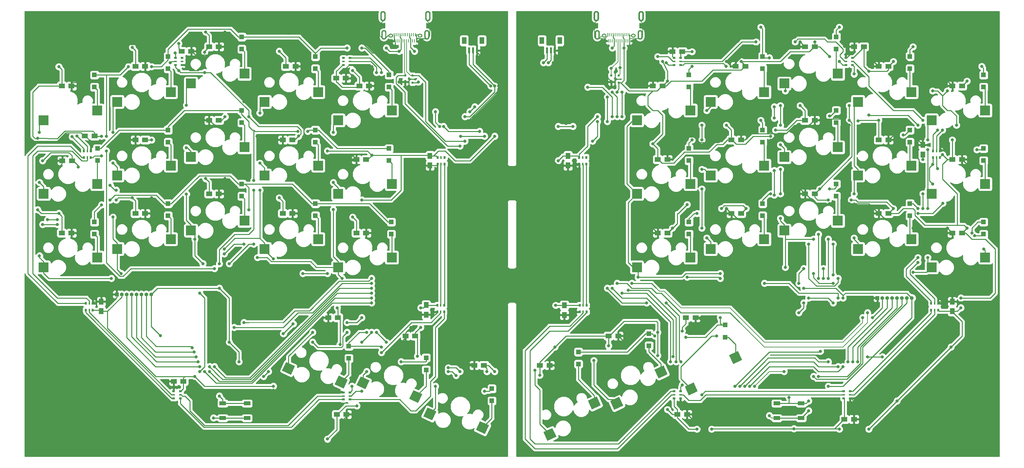
<source format=gbr>
G04 #@! TF.GenerationSoftware,KiCad,Pcbnew,(5.0.0)*
G04 #@! TF.CreationDate,2018-09-12T15:38:26+02:00*
G04 #@! TF.ProjectId,FNH35_rev1,464E4833355F726576312E6B69636164,rev?*
G04 #@! TF.SameCoordinates,Original*
G04 #@! TF.FileFunction,Copper,L2,Bot,Signal*
G04 #@! TF.FilePolarity,Positive*
%FSLAX46Y46*%
G04 Gerber Fmt 4.6, Leading zero omitted, Abs format (unit mm)*
G04 Created by KiCad (PCBNEW (5.0.0)) date 09/12/18 15:38:26*
%MOMM*%
%LPD*%
G01*
G04 APERTURE LIST*
G04 #@! TA.AperFunction,EtchedComponent*
%ADD10C,0.001000*%
G04 #@! TD*
G04 #@! TA.AperFunction,SMDPad,CuDef*
%ADD11R,2.550000X2.500000*%
G04 #@! TD*
G04 #@! TA.AperFunction,SMDPad,CuDef*
%ADD12R,0.100000X0.100000*%
G04 #@! TD*
G04 #@! TA.AperFunction,SMDPad,CuDef*
%ADD13R,0.270000X0.950000*%
G04 #@! TD*
G04 #@! TA.AperFunction,SMDPad,CuDef*
%ADD14R,0.500000X0.800000*%
G04 #@! TD*
G04 #@! TA.AperFunction,SMDPad,CuDef*
%ADD15R,0.300000X0.800000*%
G04 #@! TD*
G04 #@! TA.AperFunction,SMDPad,CuDef*
%ADD16R,1.500000X1.250000*%
G04 #@! TD*
G04 #@! TA.AperFunction,SMDPad,CuDef*
%ADD17R,0.800000X0.500000*%
G04 #@! TD*
G04 #@! TA.AperFunction,SMDPad,CuDef*
%ADD18R,0.800000X0.300000*%
G04 #@! TD*
G04 #@! TA.AperFunction,SMDPad,CuDef*
%ADD19C,2.500000*%
G04 #@! TD*
G04 #@! TA.AperFunction,Conductor*
%ADD20C,0.100000*%
G04 #@! TD*
G04 #@! TA.AperFunction,SMDPad,CuDef*
%ADD21R,1.250000X1.500000*%
G04 #@! TD*
G04 #@! TA.AperFunction,SMDPad,CuDef*
%ADD22R,1.200000X1.200000*%
G04 #@! TD*
G04 #@! TA.AperFunction,SMDPad,CuDef*
%ADD23R,1.700000X1.000000*%
G04 #@! TD*
G04 #@! TA.AperFunction,ComponentPad*
%ADD24O,1.000000X1.000000*%
G04 #@! TD*
G04 #@! TA.AperFunction,ComponentPad*
%ADD25R,1.000000X1.000000*%
G04 #@! TD*
G04 #@! TA.AperFunction,SMDPad,CuDef*
%ADD26R,0.600000X1.000000*%
G04 #@! TD*
G04 #@! TA.AperFunction,SMDPad,CuDef*
%ADD27R,0.600000X0.600000*%
G04 #@! TD*
G04 #@! TA.AperFunction,SMDPad,CuDef*
%ADD28R,0.600000X1.550000*%
G04 #@! TD*
G04 #@! TA.AperFunction,SMDPad,CuDef*
%ADD29R,1.200000X1.800000*%
G04 #@! TD*
G04 #@! TA.AperFunction,ViaPad*
%ADD30C,0.800000*%
G04 #@! TD*
G04 #@! TA.AperFunction,Conductor*
%ADD31C,0.250000*%
G04 #@! TD*
G04 #@! TA.AperFunction,Conductor*
%ADD32C,0.200000*%
G04 #@! TD*
G04 #@! TA.AperFunction,Conductor*
%ADD33C,0.254000*%
G04 #@! TD*
G04 APERTURE END LIST*
D10*
G04 #@! TO.C,J102*
G36*
X-17599750Y-20931000D02*
X-17599750Y-21581000D01*
X-17599750Y-21590160D01*
X-17598790Y-21608470D01*
X-17596870Y-21626700D01*
X-17594010Y-21644800D01*
X-17590200Y-21662730D01*
X-17585450Y-21680440D01*
X-17579790Y-21697870D01*
X-17573220Y-21714980D01*
X-17565760Y-21731730D01*
X-17557440Y-21748060D01*
X-17548280Y-21763940D01*
X-17538290Y-21779310D01*
X-17527520Y-21794140D01*
X-17515980Y-21808380D01*
X-17503720Y-21822010D01*
X-17490760Y-21834970D01*
X-17477140Y-21847230D01*
X-17462890Y-21858770D01*
X-17448060Y-21869540D01*
X-17432690Y-21879530D01*
X-17416810Y-21888690D01*
X-17400480Y-21897010D01*
X-17383740Y-21904470D01*
X-17366620Y-21911040D01*
X-17349190Y-21916700D01*
X-17331490Y-21921450D01*
X-17313560Y-21925260D01*
X-17295450Y-21928120D01*
X-17277220Y-21930040D01*
X-17258920Y-21931000D01*
X-17249750Y-21931000D01*
X-17240590Y-21931000D01*
X-17222280Y-21930040D01*
X-17204050Y-21928120D01*
X-17185950Y-21925260D01*
X-17168020Y-21921450D01*
X-17150310Y-21916700D01*
X-17132880Y-21911040D01*
X-17115770Y-21904470D01*
X-17099020Y-21897010D01*
X-17082690Y-21888690D01*
X-17066810Y-21879530D01*
X-17051440Y-21869540D01*
X-17036610Y-21858770D01*
X-17022370Y-21847230D01*
X-17008740Y-21834970D01*
X-16995780Y-21822010D01*
X-16983520Y-21808390D01*
X-16971980Y-21794140D01*
X-16961210Y-21779310D01*
X-16951220Y-21763940D01*
X-16942060Y-21748060D01*
X-16933740Y-21731730D01*
X-16926280Y-21714990D01*
X-16919710Y-21697870D01*
X-16914050Y-21680440D01*
X-16909300Y-21662740D01*
X-16905490Y-21644810D01*
X-16902630Y-21626700D01*
X-16900710Y-21608470D01*
X-16899750Y-21590170D01*
X-16899750Y-21581000D01*
X-16899750Y-20931000D01*
X-16599750Y-20931000D01*
X-16599750Y-21581000D01*
X-16599750Y-21598020D01*
X-16601530Y-21632010D01*
X-16605090Y-21665870D01*
X-16610410Y-21699490D01*
X-16617490Y-21732790D01*
X-16626300Y-21765670D01*
X-16636820Y-21798050D01*
X-16649020Y-21829830D01*
X-16662870Y-21860920D01*
X-16678320Y-21891260D01*
X-16695340Y-21920740D01*
X-16713880Y-21949290D01*
X-16733890Y-21976830D01*
X-16755310Y-22003280D01*
X-16778090Y-22028580D01*
X-16802160Y-22052650D01*
X-16827460Y-22075430D01*
X-16853920Y-22096850D01*
X-16881460Y-22116860D01*
X-16910010Y-22135400D01*
X-16939490Y-22152420D01*
X-16969820Y-22167880D01*
X-17000920Y-22181730D01*
X-17032700Y-22193930D01*
X-17065070Y-22204450D01*
X-17097950Y-22213260D01*
X-17131250Y-22220330D01*
X-17164880Y-22225660D01*
X-17198730Y-22229220D01*
X-17232730Y-22231000D01*
X-17249750Y-22231000D01*
X-17266770Y-22231000D01*
X-17300760Y-22229220D01*
X-17334620Y-22225660D01*
X-17368240Y-22220340D01*
X-17401540Y-22213260D01*
X-17434420Y-22204450D01*
X-17466800Y-22193930D01*
X-17498580Y-22181730D01*
X-17529670Y-22167880D01*
X-17560010Y-22152430D01*
X-17589490Y-22135410D01*
X-17618040Y-22116870D01*
X-17645580Y-22096860D01*
X-17672030Y-22075440D01*
X-17697330Y-22052660D01*
X-17721400Y-22028590D01*
X-17744180Y-22003290D01*
X-17765600Y-21976830D01*
X-17785610Y-21949290D01*
X-17804150Y-21920740D01*
X-17821170Y-21891260D01*
X-17836630Y-21860930D01*
X-17850480Y-21829830D01*
X-17862680Y-21798050D01*
X-17873200Y-21765680D01*
X-17882010Y-21732800D01*
X-17889080Y-21699500D01*
X-17894410Y-21665870D01*
X-17897970Y-21632020D01*
X-17899750Y-21598020D01*
X-17899750Y-21581000D01*
X-17899750Y-20931000D01*
X-17599750Y-20931000D01*
G37*
X-17599750Y-20931000D02*
X-17599750Y-21581000D01*
X-17599750Y-21590160D01*
X-17598790Y-21608470D01*
X-17596870Y-21626700D01*
X-17594010Y-21644800D01*
X-17590200Y-21662730D01*
X-17585450Y-21680440D01*
X-17579790Y-21697870D01*
X-17573220Y-21714980D01*
X-17565760Y-21731730D01*
X-17557440Y-21748060D01*
X-17548280Y-21763940D01*
X-17538290Y-21779310D01*
X-17527520Y-21794140D01*
X-17515980Y-21808380D01*
X-17503720Y-21822010D01*
X-17490760Y-21834970D01*
X-17477140Y-21847230D01*
X-17462890Y-21858770D01*
X-17448060Y-21869540D01*
X-17432690Y-21879530D01*
X-17416810Y-21888690D01*
X-17400480Y-21897010D01*
X-17383740Y-21904470D01*
X-17366620Y-21911040D01*
X-17349190Y-21916700D01*
X-17331490Y-21921450D01*
X-17313560Y-21925260D01*
X-17295450Y-21928120D01*
X-17277220Y-21930040D01*
X-17258920Y-21931000D01*
X-17249750Y-21931000D01*
X-17240590Y-21931000D01*
X-17222280Y-21930040D01*
X-17204050Y-21928120D01*
X-17185950Y-21925260D01*
X-17168020Y-21921450D01*
X-17150310Y-21916700D01*
X-17132880Y-21911040D01*
X-17115770Y-21904470D01*
X-17099020Y-21897010D01*
X-17082690Y-21888690D01*
X-17066810Y-21879530D01*
X-17051440Y-21869540D01*
X-17036610Y-21858770D01*
X-17022370Y-21847230D01*
X-17008740Y-21834970D01*
X-16995780Y-21822010D01*
X-16983520Y-21808390D01*
X-16971980Y-21794140D01*
X-16961210Y-21779310D01*
X-16951220Y-21763940D01*
X-16942060Y-21748060D01*
X-16933740Y-21731730D01*
X-16926280Y-21714990D01*
X-16919710Y-21697870D01*
X-16914050Y-21680440D01*
X-16909300Y-21662740D01*
X-16905490Y-21644810D01*
X-16902630Y-21626700D01*
X-16900710Y-21608470D01*
X-16899750Y-21590170D01*
X-16899750Y-21581000D01*
X-16899750Y-20931000D01*
X-16599750Y-20931000D01*
X-16599750Y-21581000D01*
X-16599750Y-21598020D01*
X-16601530Y-21632010D01*
X-16605090Y-21665870D01*
X-16610410Y-21699490D01*
X-16617490Y-21732790D01*
X-16626300Y-21765670D01*
X-16636820Y-21798050D01*
X-16649020Y-21829830D01*
X-16662870Y-21860920D01*
X-16678320Y-21891260D01*
X-16695340Y-21920740D01*
X-16713880Y-21949290D01*
X-16733890Y-21976830D01*
X-16755310Y-22003280D01*
X-16778090Y-22028580D01*
X-16802160Y-22052650D01*
X-16827460Y-22075430D01*
X-16853920Y-22096850D01*
X-16881460Y-22116860D01*
X-16910010Y-22135400D01*
X-16939490Y-22152420D01*
X-16969820Y-22167880D01*
X-17000920Y-22181730D01*
X-17032700Y-22193930D01*
X-17065070Y-22204450D01*
X-17097950Y-22213260D01*
X-17131250Y-22220330D01*
X-17164880Y-22225660D01*
X-17198730Y-22229220D01*
X-17232730Y-22231000D01*
X-17249750Y-22231000D01*
X-17266770Y-22231000D01*
X-17300760Y-22229220D01*
X-17334620Y-22225660D01*
X-17368240Y-22220340D01*
X-17401540Y-22213260D01*
X-17434420Y-22204450D01*
X-17466800Y-22193930D01*
X-17498580Y-22181730D01*
X-17529670Y-22167880D01*
X-17560010Y-22152430D01*
X-17589490Y-22135410D01*
X-17618040Y-22116870D01*
X-17645580Y-22096860D01*
X-17672030Y-22075440D01*
X-17697330Y-22052660D01*
X-17721400Y-22028590D01*
X-17744180Y-22003290D01*
X-17765600Y-21976830D01*
X-17785610Y-21949290D01*
X-17804150Y-21920740D01*
X-17821170Y-21891260D01*
X-17836630Y-21860930D01*
X-17850480Y-21829830D01*
X-17862680Y-21798050D01*
X-17873200Y-21765680D01*
X-17882010Y-21732800D01*
X-17889080Y-21699500D01*
X-17894410Y-21665870D01*
X-17897970Y-21632020D01*
X-17899750Y-21598020D01*
X-17899750Y-21581000D01*
X-17899750Y-20931000D01*
X-17599750Y-20931000D01*
G36*
X-16899750Y-20931000D02*
X-16899750Y-20281000D01*
X-16899750Y-20271840D01*
X-16900710Y-20253530D01*
X-16902630Y-20235300D01*
X-16905490Y-20217200D01*
X-16909300Y-20199270D01*
X-16914050Y-20181560D01*
X-16919710Y-20164130D01*
X-16926280Y-20147020D01*
X-16933740Y-20130270D01*
X-16942060Y-20113940D01*
X-16951220Y-20098060D01*
X-16961210Y-20082690D01*
X-16971980Y-20067860D01*
X-16983520Y-20053620D01*
X-16995780Y-20039990D01*
X-17008740Y-20027030D01*
X-17022360Y-20014770D01*
X-17036610Y-20003230D01*
X-17051440Y-19992460D01*
X-17066810Y-19982470D01*
X-17082690Y-19973310D01*
X-17099020Y-19964990D01*
X-17115760Y-19957530D01*
X-17132880Y-19950960D01*
X-17150310Y-19945300D01*
X-17168010Y-19940550D01*
X-17185940Y-19936740D01*
X-17204050Y-19933880D01*
X-17222280Y-19931960D01*
X-17240580Y-19931000D01*
X-17249750Y-19931000D01*
X-17258910Y-19931000D01*
X-17277220Y-19931960D01*
X-17295450Y-19933880D01*
X-17313550Y-19936740D01*
X-17331480Y-19940550D01*
X-17349190Y-19945300D01*
X-17366620Y-19950960D01*
X-17383730Y-19957530D01*
X-17400480Y-19964990D01*
X-17416810Y-19973310D01*
X-17432690Y-19982470D01*
X-17448060Y-19992460D01*
X-17462890Y-20003230D01*
X-17477130Y-20014770D01*
X-17490760Y-20027030D01*
X-17503720Y-20039990D01*
X-17515980Y-20053610D01*
X-17527520Y-20067860D01*
X-17538290Y-20082690D01*
X-17548280Y-20098060D01*
X-17557440Y-20113940D01*
X-17565760Y-20130270D01*
X-17573220Y-20147010D01*
X-17579790Y-20164130D01*
X-17585450Y-20181560D01*
X-17590200Y-20199260D01*
X-17594010Y-20217190D01*
X-17596870Y-20235300D01*
X-17598790Y-20253530D01*
X-17599750Y-20271830D01*
X-17599750Y-20281000D01*
X-17599750Y-20931000D01*
X-17899750Y-20931000D01*
X-17899750Y-20281000D01*
X-17899750Y-20263980D01*
X-17897970Y-20229990D01*
X-17894410Y-20196130D01*
X-17889090Y-20162510D01*
X-17882010Y-20129210D01*
X-17873200Y-20096330D01*
X-17862680Y-20063950D01*
X-17850480Y-20032170D01*
X-17836630Y-20001080D01*
X-17821180Y-19970740D01*
X-17804160Y-19941260D01*
X-17785620Y-19912710D01*
X-17765610Y-19885170D01*
X-17744190Y-19858720D01*
X-17721410Y-19833420D01*
X-17697340Y-19809350D01*
X-17672040Y-19786570D01*
X-17645580Y-19765150D01*
X-17618040Y-19745140D01*
X-17589490Y-19726600D01*
X-17560010Y-19709580D01*
X-17529680Y-19694120D01*
X-17498580Y-19680270D01*
X-17466800Y-19668070D01*
X-17434430Y-19657550D01*
X-17401550Y-19648740D01*
X-17368250Y-19641670D01*
X-17334620Y-19636340D01*
X-17300770Y-19632780D01*
X-17266770Y-19631000D01*
X-17249750Y-19631000D01*
X-17232730Y-19631000D01*
X-17198740Y-19632780D01*
X-17164880Y-19636340D01*
X-17131260Y-19641660D01*
X-17097960Y-19648740D01*
X-17065080Y-19657550D01*
X-17032700Y-19668070D01*
X-17000920Y-19680270D01*
X-16969830Y-19694120D01*
X-16939490Y-19709570D01*
X-16910010Y-19726590D01*
X-16881460Y-19745130D01*
X-16853920Y-19765140D01*
X-16827470Y-19786560D01*
X-16802170Y-19809340D01*
X-16778100Y-19833410D01*
X-16755320Y-19858710D01*
X-16733900Y-19885170D01*
X-16713890Y-19912710D01*
X-16695350Y-19941260D01*
X-16678330Y-19970740D01*
X-16662870Y-20001070D01*
X-16649020Y-20032170D01*
X-16636820Y-20063950D01*
X-16626300Y-20096320D01*
X-16617490Y-20129200D01*
X-16610420Y-20162500D01*
X-16605090Y-20196130D01*
X-16601530Y-20229980D01*
X-16599750Y-20263980D01*
X-16599750Y-20281000D01*
X-16599750Y-20931000D01*
X-16899750Y-20931000D01*
G37*
X-16899750Y-20931000D02*
X-16899750Y-20281000D01*
X-16899750Y-20271840D01*
X-16900710Y-20253530D01*
X-16902630Y-20235300D01*
X-16905490Y-20217200D01*
X-16909300Y-20199270D01*
X-16914050Y-20181560D01*
X-16919710Y-20164130D01*
X-16926280Y-20147020D01*
X-16933740Y-20130270D01*
X-16942060Y-20113940D01*
X-16951220Y-20098060D01*
X-16961210Y-20082690D01*
X-16971980Y-20067860D01*
X-16983520Y-20053620D01*
X-16995780Y-20039990D01*
X-17008740Y-20027030D01*
X-17022360Y-20014770D01*
X-17036610Y-20003230D01*
X-17051440Y-19992460D01*
X-17066810Y-19982470D01*
X-17082690Y-19973310D01*
X-17099020Y-19964990D01*
X-17115760Y-19957530D01*
X-17132880Y-19950960D01*
X-17150310Y-19945300D01*
X-17168010Y-19940550D01*
X-17185940Y-19936740D01*
X-17204050Y-19933880D01*
X-17222280Y-19931960D01*
X-17240580Y-19931000D01*
X-17249750Y-19931000D01*
X-17258910Y-19931000D01*
X-17277220Y-19931960D01*
X-17295450Y-19933880D01*
X-17313550Y-19936740D01*
X-17331480Y-19940550D01*
X-17349190Y-19945300D01*
X-17366620Y-19950960D01*
X-17383730Y-19957530D01*
X-17400480Y-19964990D01*
X-17416810Y-19973310D01*
X-17432690Y-19982470D01*
X-17448060Y-19992460D01*
X-17462890Y-20003230D01*
X-17477130Y-20014770D01*
X-17490760Y-20027030D01*
X-17503720Y-20039990D01*
X-17515980Y-20053610D01*
X-17527520Y-20067860D01*
X-17538290Y-20082690D01*
X-17548280Y-20098060D01*
X-17557440Y-20113940D01*
X-17565760Y-20130270D01*
X-17573220Y-20147010D01*
X-17579790Y-20164130D01*
X-17585450Y-20181560D01*
X-17590200Y-20199260D01*
X-17594010Y-20217190D01*
X-17596870Y-20235300D01*
X-17598790Y-20253530D01*
X-17599750Y-20271830D01*
X-17599750Y-20281000D01*
X-17599750Y-20931000D01*
X-17899750Y-20931000D01*
X-17899750Y-20281000D01*
X-17899750Y-20263980D01*
X-17897970Y-20229990D01*
X-17894410Y-20196130D01*
X-17889090Y-20162510D01*
X-17882010Y-20129210D01*
X-17873200Y-20096330D01*
X-17862680Y-20063950D01*
X-17850480Y-20032170D01*
X-17836630Y-20001080D01*
X-17821180Y-19970740D01*
X-17804160Y-19941260D01*
X-17785620Y-19912710D01*
X-17765610Y-19885170D01*
X-17744190Y-19858720D01*
X-17721410Y-19833420D01*
X-17697340Y-19809350D01*
X-17672040Y-19786570D01*
X-17645580Y-19765150D01*
X-17618040Y-19745140D01*
X-17589490Y-19726600D01*
X-17560010Y-19709580D01*
X-17529680Y-19694120D01*
X-17498580Y-19680270D01*
X-17466800Y-19668070D01*
X-17434430Y-19657550D01*
X-17401550Y-19648740D01*
X-17368250Y-19641670D01*
X-17334620Y-19636340D01*
X-17300770Y-19632780D01*
X-17266770Y-19631000D01*
X-17249750Y-19631000D01*
X-17232730Y-19631000D01*
X-17198740Y-19632780D01*
X-17164880Y-19636340D01*
X-17131260Y-19641660D01*
X-17097960Y-19648740D01*
X-17065080Y-19657550D01*
X-17032700Y-19668070D01*
X-17000920Y-19680270D01*
X-16969830Y-19694120D01*
X-16939490Y-19709570D01*
X-16910010Y-19726590D01*
X-16881460Y-19745130D01*
X-16853920Y-19765140D01*
X-16827470Y-19786560D01*
X-16802170Y-19809340D01*
X-16778100Y-19833410D01*
X-16755320Y-19858710D01*
X-16733900Y-19885170D01*
X-16713890Y-19912710D01*
X-16695350Y-19941260D01*
X-16678330Y-19970740D01*
X-16662870Y-20001070D01*
X-16649020Y-20032170D01*
X-16636820Y-20063950D01*
X-16626300Y-20096320D01*
X-16617490Y-20129200D01*
X-16610420Y-20162500D01*
X-16605090Y-20196130D01*
X-16601530Y-20229980D01*
X-16599750Y-20263980D01*
X-16599750Y-20281000D01*
X-16599750Y-20931000D01*
X-16899750Y-20931000D01*
G36*
X-5999750Y-20931000D02*
X-5999750Y-21581000D01*
X-5999750Y-21590160D01*
X-5998790Y-21608470D01*
X-5996870Y-21626700D01*
X-5994010Y-21644800D01*
X-5990200Y-21662730D01*
X-5985450Y-21680440D01*
X-5979790Y-21697870D01*
X-5973220Y-21714980D01*
X-5965760Y-21731730D01*
X-5957440Y-21748060D01*
X-5948280Y-21763940D01*
X-5938290Y-21779310D01*
X-5927520Y-21794140D01*
X-5915980Y-21808380D01*
X-5903720Y-21822010D01*
X-5890760Y-21834970D01*
X-5877140Y-21847230D01*
X-5862890Y-21858770D01*
X-5848060Y-21869540D01*
X-5832690Y-21879530D01*
X-5816810Y-21888690D01*
X-5800480Y-21897010D01*
X-5783740Y-21904470D01*
X-5766620Y-21911040D01*
X-5749190Y-21916700D01*
X-5731490Y-21921450D01*
X-5713560Y-21925260D01*
X-5695450Y-21928120D01*
X-5677220Y-21930040D01*
X-5658920Y-21931000D01*
X-5649750Y-21931000D01*
X-5640590Y-21931000D01*
X-5622280Y-21930040D01*
X-5604050Y-21928120D01*
X-5585950Y-21925260D01*
X-5568020Y-21921450D01*
X-5550310Y-21916700D01*
X-5532880Y-21911040D01*
X-5515770Y-21904470D01*
X-5499020Y-21897010D01*
X-5482690Y-21888690D01*
X-5466810Y-21879530D01*
X-5451440Y-21869540D01*
X-5436610Y-21858770D01*
X-5422370Y-21847230D01*
X-5408740Y-21834970D01*
X-5395780Y-21822010D01*
X-5383520Y-21808390D01*
X-5371980Y-21794140D01*
X-5361210Y-21779310D01*
X-5351220Y-21763940D01*
X-5342060Y-21748060D01*
X-5333740Y-21731730D01*
X-5326280Y-21714990D01*
X-5319710Y-21697870D01*
X-5314050Y-21680440D01*
X-5309300Y-21662740D01*
X-5305490Y-21644810D01*
X-5302630Y-21626700D01*
X-5300710Y-21608470D01*
X-5299750Y-21590170D01*
X-5299750Y-21581000D01*
X-5299750Y-20931000D01*
X-4999750Y-20931000D01*
X-4999750Y-21581000D01*
X-4999750Y-21598020D01*
X-5001530Y-21632010D01*
X-5005090Y-21665870D01*
X-5010410Y-21699490D01*
X-5017490Y-21732790D01*
X-5026300Y-21765670D01*
X-5036820Y-21798050D01*
X-5049020Y-21829830D01*
X-5062870Y-21860920D01*
X-5078320Y-21891260D01*
X-5095340Y-21920740D01*
X-5113880Y-21949290D01*
X-5133890Y-21976830D01*
X-5155310Y-22003280D01*
X-5178090Y-22028580D01*
X-5202160Y-22052650D01*
X-5227460Y-22075430D01*
X-5253920Y-22096850D01*
X-5281460Y-22116860D01*
X-5310010Y-22135400D01*
X-5339490Y-22152420D01*
X-5369820Y-22167880D01*
X-5400920Y-22181730D01*
X-5432700Y-22193930D01*
X-5465070Y-22204450D01*
X-5497950Y-22213260D01*
X-5531250Y-22220330D01*
X-5564880Y-22225660D01*
X-5598730Y-22229220D01*
X-5632730Y-22231000D01*
X-5649750Y-22231000D01*
X-5666770Y-22231000D01*
X-5700760Y-22229220D01*
X-5734620Y-22225660D01*
X-5768240Y-22220340D01*
X-5801540Y-22213260D01*
X-5834420Y-22204450D01*
X-5866800Y-22193930D01*
X-5898580Y-22181730D01*
X-5929670Y-22167880D01*
X-5960010Y-22152430D01*
X-5989490Y-22135410D01*
X-6018040Y-22116870D01*
X-6045580Y-22096860D01*
X-6072030Y-22075440D01*
X-6097330Y-22052660D01*
X-6121400Y-22028590D01*
X-6144180Y-22003290D01*
X-6165600Y-21976830D01*
X-6185610Y-21949290D01*
X-6204150Y-21920740D01*
X-6221170Y-21891260D01*
X-6236630Y-21860930D01*
X-6250480Y-21829830D01*
X-6262680Y-21798050D01*
X-6273200Y-21765680D01*
X-6282010Y-21732800D01*
X-6289080Y-21699500D01*
X-6294410Y-21665870D01*
X-6297970Y-21632020D01*
X-6299750Y-21598020D01*
X-6299750Y-21581000D01*
X-6299750Y-20931000D01*
X-5999750Y-20931000D01*
G37*
X-5999750Y-20931000D02*
X-5999750Y-21581000D01*
X-5999750Y-21590160D01*
X-5998790Y-21608470D01*
X-5996870Y-21626700D01*
X-5994010Y-21644800D01*
X-5990200Y-21662730D01*
X-5985450Y-21680440D01*
X-5979790Y-21697870D01*
X-5973220Y-21714980D01*
X-5965760Y-21731730D01*
X-5957440Y-21748060D01*
X-5948280Y-21763940D01*
X-5938290Y-21779310D01*
X-5927520Y-21794140D01*
X-5915980Y-21808380D01*
X-5903720Y-21822010D01*
X-5890760Y-21834970D01*
X-5877140Y-21847230D01*
X-5862890Y-21858770D01*
X-5848060Y-21869540D01*
X-5832690Y-21879530D01*
X-5816810Y-21888690D01*
X-5800480Y-21897010D01*
X-5783740Y-21904470D01*
X-5766620Y-21911040D01*
X-5749190Y-21916700D01*
X-5731490Y-21921450D01*
X-5713560Y-21925260D01*
X-5695450Y-21928120D01*
X-5677220Y-21930040D01*
X-5658920Y-21931000D01*
X-5649750Y-21931000D01*
X-5640590Y-21931000D01*
X-5622280Y-21930040D01*
X-5604050Y-21928120D01*
X-5585950Y-21925260D01*
X-5568020Y-21921450D01*
X-5550310Y-21916700D01*
X-5532880Y-21911040D01*
X-5515770Y-21904470D01*
X-5499020Y-21897010D01*
X-5482690Y-21888690D01*
X-5466810Y-21879530D01*
X-5451440Y-21869540D01*
X-5436610Y-21858770D01*
X-5422370Y-21847230D01*
X-5408740Y-21834970D01*
X-5395780Y-21822010D01*
X-5383520Y-21808390D01*
X-5371980Y-21794140D01*
X-5361210Y-21779310D01*
X-5351220Y-21763940D01*
X-5342060Y-21748060D01*
X-5333740Y-21731730D01*
X-5326280Y-21714990D01*
X-5319710Y-21697870D01*
X-5314050Y-21680440D01*
X-5309300Y-21662740D01*
X-5305490Y-21644810D01*
X-5302630Y-21626700D01*
X-5300710Y-21608470D01*
X-5299750Y-21590170D01*
X-5299750Y-21581000D01*
X-5299750Y-20931000D01*
X-4999750Y-20931000D01*
X-4999750Y-21581000D01*
X-4999750Y-21598020D01*
X-5001530Y-21632010D01*
X-5005090Y-21665870D01*
X-5010410Y-21699490D01*
X-5017490Y-21732790D01*
X-5026300Y-21765670D01*
X-5036820Y-21798050D01*
X-5049020Y-21829830D01*
X-5062870Y-21860920D01*
X-5078320Y-21891260D01*
X-5095340Y-21920740D01*
X-5113880Y-21949290D01*
X-5133890Y-21976830D01*
X-5155310Y-22003280D01*
X-5178090Y-22028580D01*
X-5202160Y-22052650D01*
X-5227460Y-22075430D01*
X-5253920Y-22096850D01*
X-5281460Y-22116860D01*
X-5310010Y-22135400D01*
X-5339490Y-22152420D01*
X-5369820Y-22167880D01*
X-5400920Y-22181730D01*
X-5432700Y-22193930D01*
X-5465070Y-22204450D01*
X-5497950Y-22213260D01*
X-5531250Y-22220330D01*
X-5564880Y-22225660D01*
X-5598730Y-22229220D01*
X-5632730Y-22231000D01*
X-5649750Y-22231000D01*
X-5666770Y-22231000D01*
X-5700760Y-22229220D01*
X-5734620Y-22225660D01*
X-5768240Y-22220340D01*
X-5801540Y-22213260D01*
X-5834420Y-22204450D01*
X-5866800Y-22193930D01*
X-5898580Y-22181730D01*
X-5929670Y-22167880D01*
X-5960010Y-22152430D01*
X-5989490Y-22135410D01*
X-6018040Y-22116870D01*
X-6045580Y-22096860D01*
X-6072030Y-22075440D01*
X-6097330Y-22052660D01*
X-6121400Y-22028590D01*
X-6144180Y-22003290D01*
X-6165600Y-21976830D01*
X-6185610Y-21949290D01*
X-6204150Y-21920740D01*
X-6221170Y-21891260D01*
X-6236630Y-21860930D01*
X-6250480Y-21829830D01*
X-6262680Y-21798050D01*
X-6273200Y-21765680D01*
X-6282010Y-21732800D01*
X-6289080Y-21699500D01*
X-6294410Y-21665870D01*
X-6297970Y-21632020D01*
X-6299750Y-21598020D01*
X-6299750Y-21581000D01*
X-6299750Y-20931000D01*
X-5999750Y-20931000D01*
G36*
X-5299750Y-20931000D02*
X-5299750Y-20281000D01*
X-5299750Y-20271840D01*
X-5300710Y-20253530D01*
X-5302630Y-20235300D01*
X-5305490Y-20217200D01*
X-5309300Y-20199270D01*
X-5314050Y-20181560D01*
X-5319710Y-20164130D01*
X-5326280Y-20147020D01*
X-5333740Y-20130270D01*
X-5342060Y-20113940D01*
X-5351220Y-20098060D01*
X-5361210Y-20082690D01*
X-5371980Y-20067860D01*
X-5383520Y-20053620D01*
X-5395780Y-20039990D01*
X-5408740Y-20027030D01*
X-5422360Y-20014770D01*
X-5436610Y-20003230D01*
X-5451440Y-19992460D01*
X-5466810Y-19982470D01*
X-5482690Y-19973310D01*
X-5499020Y-19964990D01*
X-5515760Y-19957530D01*
X-5532880Y-19950960D01*
X-5550310Y-19945300D01*
X-5568010Y-19940550D01*
X-5585940Y-19936740D01*
X-5604050Y-19933880D01*
X-5622280Y-19931960D01*
X-5640580Y-19931000D01*
X-5649750Y-19931000D01*
X-5658910Y-19931000D01*
X-5677220Y-19931960D01*
X-5695450Y-19933880D01*
X-5713550Y-19936740D01*
X-5731480Y-19940550D01*
X-5749190Y-19945300D01*
X-5766620Y-19950960D01*
X-5783730Y-19957530D01*
X-5800480Y-19964990D01*
X-5816810Y-19973310D01*
X-5832690Y-19982470D01*
X-5848060Y-19992460D01*
X-5862890Y-20003230D01*
X-5877130Y-20014770D01*
X-5890760Y-20027030D01*
X-5903720Y-20039990D01*
X-5915980Y-20053610D01*
X-5927520Y-20067860D01*
X-5938290Y-20082690D01*
X-5948280Y-20098060D01*
X-5957440Y-20113940D01*
X-5965760Y-20130270D01*
X-5973220Y-20147010D01*
X-5979790Y-20164130D01*
X-5985450Y-20181560D01*
X-5990200Y-20199260D01*
X-5994010Y-20217190D01*
X-5996870Y-20235300D01*
X-5998790Y-20253530D01*
X-5999750Y-20271830D01*
X-5999750Y-20281000D01*
X-5999750Y-20931000D01*
X-6299750Y-20931000D01*
X-6299750Y-20281000D01*
X-6299750Y-20263980D01*
X-6297970Y-20229990D01*
X-6294410Y-20196130D01*
X-6289090Y-20162510D01*
X-6282010Y-20129210D01*
X-6273200Y-20096330D01*
X-6262680Y-20063950D01*
X-6250480Y-20032170D01*
X-6236630Y-20001080D01*
X-6221180Y-19970740D01*
X-6204160Y-19941260D01*
X-6185620Y-19912710D01*
X-6165610Y-19885170D01*
X-6144190Y-19858720D01*
X-6121410Y-19833420D01*
X-6097340Y-19809350D01*
X-6072040Y-19786570D01*
X-6045580Y-19765150D01*
X-6018040Y-19745140D01*
X-5989490Y-19726600D01*
X-5960010Y-19709580D01*
X-5929680Y-19694120D01*
X-5898580Y-19680270D01*
X-5866800Y-19668070D01*
X-5834430Y-19657550D01*
X-5801550Y-19648740D01*
X-5768250Y-19641670D01*
X-5734620Y-19636340D01*
X-5700770Y-19632780D01*
X-5666770Y-19631000D01*
X-5649750Y-19631000D01*
X-5632730Y-19631000D01*
X-5598740Y-19632780D01*
X-5564880Y-19636340D01*
X-5531260Y-19641660D01*
X-5497960Y-19648740D01*
X-5465080Y-19657550D01*
X-5432700Y-19668070D01*
X-5400920Y-19680270D01*
X-5369830Y-19694120D01*
X-5339490Y-19709570D01*
X-5310010Y-19726590D01*
X-5281460Y-19745130D01*
X-5253920Y-19765140D01*
X-5227470Y-19786560D01*
X-5202170Y-19809340D01*
X-5178100Y-19833410D01*
X-5155320Y-19858710D01*
X-5133900Y-19885170D01*
X-5113890Y-19912710D01*
X-5095350Y-19941260D01*
X-5078330Y-19970740D01*
X-5062870Y-20001070D01*
X-5049020Y-20032170D01*
X-5036820Y-20063950D01*
X-5026300Y-20096320D01*
X-5017490Y-20129200D01*
X-5010420Y-20162500D01*
X-5005090Y-20196130D01*
X-5001530Y-20229980D01*
X-4999750Y-20263980D01*
X-4999750Y-20281000D01*
X-4999750Y-20931000D01*
X-5299750Y-20931000D01*
G37*
X-5299750Y-20931000D02*
X-5299750Y-20281000D01*
X-5299750Y-20271840D01*
X-5300710Y-20253530D01*
X-5302630Y-20235300D01*
X-5305490Y-20217200D01*
X-5309300Y-20199270D01*
X-5314050Y-20181560D01*
X-5319710Y-20164130D01*
X-5326280Y-20147020D01*
X-5333740Y-20130270D01*
X-5342060Y-20113940D01*
X-5351220Y-20098060D01*
X-5361210Y-20082690D01*
X-5371980Y-20067860D01*
X-5383520Y-20053620D01*
X-5395780Y-20039990D01*
X-5408740Y-20027030D01*
X-5422360Y-20014770D01*
X-5436610Y-20003230D01*
X-5451440Y-19992460D01*
X-5466810Y-19982470D01*
X-5482690Y-19973310D01*
X-5499020Y-19964990D01*
X-5515760Y-19957530D01*
X-5532880Y-19950960D01*
X-5550310Y-19945300D01*
X-5568010Y-19940550D01*
X-5585940Y-19936740D01*
X-5604050Y-19933880D01*
X-5622280Y-19931960D01*
X-5640580Y-19931000D01*
X-5649750Y-19931000D01*
X-5658910Y-19931000D01*
X-5677220Y-19931960D01*
X-5695450Y-19933880D01*
X-5713550Y-19936740D01*
X-5731480Y-19940550D01*
X-5749190Y-19945300D01*
X-5766620Y-19950960D01*
X-5783730Y-19957530D01*
X-5800480Y-19964990D01*
X-5816810Y-19973310D01*
X-5832690Y-19982470D01*
X-5848060Y-19992460D01*
X-5862890Y-20003230D01*
X-5877130Y-20014770D01*
X-5890760Y-20027030D01*
X-5903720Y-20039990D01*
X-5915980Y-20053610D01*
X-5927520Y-20067860D01*
X-5938290Y-20082690D01*
X-5948280Y-20098060D01*
X-5957440Y-20113940D01*
X-5965760Y-20130270D01*
X-5973220Y-20147010D01*
X-5979790Y-20164130D01*
X-5985450Y-20181560D01*
X-5990200Y-20199260D01*
X-5994010Y-20217190D01*
X-5996870Y-20235300D01*
X-5998790Y-20253530D01*
X-5999750Y-20271830D01*
X-5999750Y-20281000D01*
X-5999750Y-20931000D01*
X-6299750Y-20931000D01*
X-6299750Y-20281000D01*
X-6299750Y-20263980D01*
X-6297970Y-20229990D01*
X-6294410Y-20196130D01*
X-6289090Y-20162510D01*
X-6282010Y-20129210D01*
X-6273200Y-20096330D01*
X-6262680Y-20063950D01*
X-6250480Y-20032170D01*
X-6236630Y-20001080D01*
X-6221180Y-19970740D01*
X-6204160Y-19941260D01*
X-6185620Y-19912710D01*
X-6165610Y-19885170D01*
X-6144190Y-19858720D01*
X-6121410Y-19833420D01*
X-6097340Y-19809350D01*
X-6072040Y-19786570D01*
X-6045580Y-19765150D01*
X-6018040Y-19745140D01*
X-5989490Y-19726600D01*
X-5960010Y-19709580D01*
X-5929680Y-19694120D01*
X-5898580Y-19680270D01*
X-5866800Y-19668070D01*
X-5834430Y-19657550D01*
X-5801550Y-19648740D01*
X-5768250Y-19641670D01*
X-5734620Y-19636340D01*
X-5700770Y-19632780D01*
X-5666770Y-19631000D01*
X-5649750Y-19631000D01*
X-5632730Y-19631000D01*
X-5598740Y-19632780D01*
X-5564880Y-19636340D01*
X-5531260Y-19641660D01*
X-5497960Y-19648740D01*
X-5465080Y-19657550D01*
X-5432700Y-19668070D01*
X-5400920Y-19680270D01*
X-5369830Y-19694120D01*
X-5339490Y-19709570D01*
X-5310010Y-19726590D01*
X-5281460Y-19745130D01*
X-5253920Y-19765140D01*
X-5227470Y-19786560D01*
X-5202170Y-19809340D01*
X-5178100Y-19833410D01*
X-5155320Y-19858710D01*
X-5133900Y-19885170D01*
X-5113890Y-19912710D01*
X-5095350Y-19941260D01*
X-5078330Y-19970740D01*
X-5062870Y-20001070D01*
X-5049020Y-20032170D01*
X-5036820Y-20063950D01*
X-5026300Y-20096320D01*
X-5017490Y-20129200D01*
X-5010420Y-20162500D01*
X-5005090Y-20196130D01*
X-5001530Y-20229980D01*
X-4999750Y-20263980D01*
X-4999750Y-20281000D01*
X-4999750Y-20931000D01*
X-5299750Y-20931000D01*
G36*
X-17349750Y-25781000D02*
X-17349750Y-26381000D01*
X-17349750Y-26390163D01*
X-17348790Y-26408468D01*
X-17346870Y-26426698D01*
X-17344010Y-26444802D01*
X-17340200Y-26462732D01*
X-17335450Y-26480437D01*
X-17329790Y-26497870D01*
X-17323220Y-26514983D01*
X-17315760Y-26531729D01*
X-17307440Y-26548061D01*
X-17298280Y-26563935D01*
X-17288290Y-26579308D01*
X-17277520Y-26594138D01*
X-17265980Y-26608383D01*
X-17253720Y-26622005D01*
X-17240760Y-26634967D01*
X-17227140Y-26647232D01*
X-17212890Y-26658768D01*
X-17198060Y-26669542D01*
X-17182690Y-26679525D01*
X-17166810Y-26688690D01*
X-17150480Y-26697012D01*
X-17133740Y-26704468D01*
X-17116620Y-26711037D01*
X-17099190Y-26716701D01*
X-17081490Y-26721446D01*
X-17063560Y-26725257D01*
X-17045450Y-26728124D01*
X-17027220Y-26730040D01*
X-17008920Y-26731000D01*
X-16999750Y-26731000D01*
X-16990590Y-26731000D01*
X-16972280Y-26730041D01*
X-16954050Y-26728125D01*
X-16935950Y-26725258D01*
X-16918020Y-26721447D01*
X-16900310Y-26716702D01*
X-16882880Y-26711038D01*
X-16865770Y-26704469D01*
X-16849020Y-26697014D01*
X-16832690Y-26688692D01*
X-16816810Y-26679527D01*
X-16801440Y-26669544D01*
X-16786610Y-26658770D01*
X-16772370Y-26647235D01*
X-16758740Y-26634969D01*
X-16745780Y-26622008D01*
X-16733520Y-26608386D01*
X-16721980Y-26594141D01*
X-16711210Y-26579312D01*
X-16701220Y-26563939D01*
X-16692060Y-26548065D01*
X-16683740Y-26531732D01*
X-16676280Y-26514987D01*
X-16669710Y-26497874D01*
X-16664050Y-26480441D01*
X-16659300Y-26462736D01*
X-16655490Y-26444806D01*
X-16652630Y-26426702D01*
X-16650710Y-26408472D01*
X-16649750Y-26390167D01*
X-16649750Y-26381000D01*
X-16649750Y-25781000D01*
X-16399750Y-25781000D01*
X-16399750Y-26381000D01*
X-16399750Y-26396708D01*
X-16401390Y-26428088D01*
X-16404680Y-26459339D01*
X-16409590Y-26490375D01*
X-16416130Y-26521112D01*
X-16424260Y-26551464D01*
X-16433970Y-26581349D01*
X-16445230Y-26610685D01*
X-16458010Y-26639392D01*
X-16472280Y-26667390D01*
X-16487990Y-26694603D01*
X-16505100Y-26720957D01*
X-16523570Y-26746379D01*
X-16543350Y-26770800D01*
X-16564370Y-26794150D01*
X-16586590Y-26816370D01*
X-16609940Y-26837400D01*
X-16634370Y-26857170D01*
X-16659790Y-26875640D01*
X-16686140Y-26892760D01*
X-16713350Y-26908470D01*
X-16741350Y-26922740D01*
X-16770060Y-26935520D01*
X-16799390Y-26946780D01*
X-16829280Y-26956490D01*
X-16859630Y-26964620D01*
X-16890370Y-26971150D01*
X-16921400Y-26976070D01*
X-16952650Y-26979360D01*
X-16984030Y-26981000D01*
X-16999750Y-26981000D01*
X-17015460Y-26981000D01*
X-17046840Y-26979360D01*
X-17078090Y-26976070D01*
X-17109130Y-26971160D01*
X-17139860Y-26964620D01*
X-17170210Y-26956490D01*
X-17200100Y-26946780D01*
X-17229440Y-26935520D01*
X-17258140Y-26922740D01*
X-17286140Y-26908470D01*
X-17313350Y-26892760D01*
X-17339710Y-26875650D01*
X-17365130Y-26857180D01*
X-17389550Y-26837400D01*
X-17412900Y-26816380D01*
X-17435120Y-26794160D01*
X-17456150Y-26770805D01*
X-17475920Y-26746385D01*
X-17494390Y-26720963D01*
X-17511510Y-26694610D01*
X-17527220Y-26667397D01*
X-17541490Y-26639398D01*
X-17554270Y-26610692D01*
X-17565530Y-26581356D01*
X-17575240Y-26551471D01*
X-17583370Y-26521119D01*
X-17589900Y-26490382D01*
X-17594820Y-26459346D01*
X-17598110Y-26428095D01*
X-17599750Y-26396715D01*
X-17599750Y-26381000D01*
X-17599750Y-25781000D01*
X-17349750Y-25781000D01*
G37*
X-17349750Y-25781000D02*
X-17349750Y-26381000D01*
X-17349750Y-26390163D01*
X-17348790Y-26408468D01*
X-17346870Y-26426698D01*
X-17344010Y-26444802D01*
X-17340200Y-26462732D01*
X-17335450Y-26480437D01*
X-17329790Y-26497870D01*
X-17323220Y-26514983D01*
X-17315760Y-26531729D01*
X-17307440Y-26548061D01*
X-17298280Y-26563935D01*
X-17288290Y-26579308D01*
X-17277520Y-26594138D01*
X-17265980Y-26608383D01*
X-17253720Y-26622005D01*
X-17240760Y-26634967D01*
X-17227140Y-26647232D01*
X-17212890Y-26658768D01*
X-17198060Y-26669542D01*
X-17182690Y-26679525D01*
X-17166810Y-26688690D01*
X-17150480Y-26697012D01*
X-17133740Y-26704468D01*
X-17116620Y-26711037D01*
X-17099190Y-26716701D01*
X-17081490Y-26721446D01*
X-17063560Y-26725257D01*
X-17045450Y-26728124D01*
X-17027220Y-26730040D01*
X-17008920Y-26731000D01*
X-16999750Y-26731000D01*
X-16990590Y-26731000D01*
X-16972280Y-26730041D01*
X-16954050Y-26728125D01*
X-16935950Y-26725258D01*
X-16918020Y-26721447D01*
X-16900310Y-26716702D01*
X-16882880Y-26711038D01*
X-16865770Y-26704469D01*
X-16849020Y-26697014D01*
X-16832690Y-26688692D01*
X-16816810Y-26679527D01*
X-16801440Y-26669544D01*
X-16786610Y-26658770D01*
X-16772370Y-26647235D01*
X-16758740Y-26634969D01*
X-16745780Y-26622008D01*
X-16733520Y-26608386D01*
X-16721980Y-26594141D01*
X-16711210Y-26579312D01*
X-16701220Y-26563939D01*
X-16692060Y-26548065D01*
X-16683740Y-26531732D01*
X-16676280Y-26514987D01*
X-16669710Y-26497874D01*
X-16664050Y-26480441D01*
X-16659300Y-26462736D01*
X-16655490Y-26444806D01*
X-16652630Y-26426702D01*
X-16650710Y-26408472D01*
X-16649750Y-26390167D01*
X-16649750Y-26381000D01*
X-16649750Y-25781000D01*
X-16399750Y-25781000D01*
X-16399750Y-26381000D01*
X-16399750Y-26396708D01*
X-16401390Y-26428088D01*
X-16404680Y-26459339D01*
X-16409590Y-26490375D01*
X-16416130Y-26521112D01*
X-16424260Y-26551464D01*
X-16433970Y-26581349D01*
X-16445230Y-26610685D01*
X-16458010Y-26639392D01*
X-16472280Y-26667390D01*
X-16487990Y-26694603D01*
X-16505100Y-26720957D01*
X-16523570Y-26746379D01*
X-16543350Y-26770800D01*
X-16564370Y-26794150D01*
X-16586590Y-26816370D01*
X-16609940Y-26837400D01*
X-16634370Y-26857170D01*
X-16659790Y-26875640D01*
X-16686140Y-26892760D01*
X-16713350Y-26908470D01*
X-16741350Y-26922740D01*
X-16770060Y-26935520D01*
X-16799390Y-26946780D01*
X-16829280Y-26956490D01*
X-16859630Y-26964620D01*
X-16890370Y-26971150D01*
X-16921400Y-26976070D01*
X-16952650Y-26979360D01*
X-16984030Y-26981000D01*
X-16999750Y-26981000D01*
X-17015460Y-26981000D01*
X-17046840Y-26979360D01*
X-17078090Y-26976070D01*
X-17109130Y-26971160D01*
X-17139860Y-26964620D01*
X-17170210Y-26956490D01*
X-17200100Y-26946780D01*
X-17229440Y-26935520D01*
X-17258140Y-26922740D01*
X-17286140Y-26908470D01*
X-17313350Y-26892760D01*
X-17339710Y-26875650D01*
X-17365130Y-26857180D01*
X-17389550Y-26837400D01*
X-17412900Y-26816380D01*
X-17435120Y-26794160D01*
X-17456150Y-26770805D01*
X-17475920Y-26746385D01*
X-17494390Y-26720963D01*
X-17511510Y-26694610D01*
X-17527220Y-26667397D01*
X-17541490Y-26639398D01*
X-17554270Y-26610692D01*
X-17565530Y-26581356D01*
X-17575240Y-26551471D01*
X-17583370Y-26521119D01*
X-17589900Y-26490382D01*
X-17594820Y-26459346D01*
X-17598110Y-26428095D01*
X-17599750Y-26396715D01*
X-17599750Y-26381000D01*
X-17599750Y-25781000D01*
X-17349750Y-25781000D01*
G36*
X-16649750Y-25781000D02*
X-16649750Y-25181000D01*
X-16649750Y-25171837D01*
X-16650710Y-25153532D01*
X-16652630Y-25135302D01*
X-16655490Y-25117198D01*
X-16659300Y-25099268D01*
X-16664050Y-25081563D01*
X-16669710Y-25064130D01*
X-16676280Y-25047017D01*
X-16683740Y-25030271D01*
X-16692060Y-25013939D01*
X-16701220Y-24998065D01*
X-16711210Y-24982692D01*
X-16721980Y-24967862D01*
X-16733520Y-24953617D01*
X-16745780Y-24939995D01*
X-16758740Y-24927033D01*
X-16772360Y-24914768D01*
X-16786610Y-24903232D01*
X-16801440Y-24892458D01*
X-16816810Y-24882475D01*
X-16832690Y-24873310D01*
X-16849020Y-24864988D01*
X-16865760Y-24857532D01*
X-16882880Y-24850963D01*
X-16900310Y-24845299D01*
X-16918010Y-24840554D01*
X-16935940Y-24836743D01*
X-16954050Y-24833876D01*
X-16972280Y-24831960D01*
X-16990580Y-24831000D01*
X-16999750Y-24831000D01*
X-17008910Y-24831000D01*
X-17027220Y-24831959D01*
X-17045450Y-24833875D01*
X-17063550Y-24836742D01*
X-17081480Y-24840553D01*
X-17099190Y-24845298D01*
X-17116620Y-24850962D01*
X-17133730Y-24857531D01*
X-17150480Y-24864986D01*
X-17166810Y-24873308D01*
X-17182690Y-24882473D01*
X-17198060Y-24892456D01*
X-17212890Y-24903230D01*
X-17227130Y-24914765D01*
X-17240760Y-24927031D01*
X-17253720Y-24939992D01*
X-17265980Y-24953614D01*
X-17277520Y-24967859D01*
X-17288290Y-24982688D01*
X-17298280Y-24998061D01*
X-17307440Y-25013935D01*
X-17315760Y-25030268D01*
X-17323220Y-25047013D01*
X-17329790Y-25064126D01*
X-17335450Y-25081559D01*
X-17340200Y-25099264D01*
X-17344010Y-25117194D01*
X-17346870Y-25135298D01*
X-17348790Y-25153528D01*
X-17349750Y-25171833D01*
X-17349750Y-25181000D01*
X-17349750Y-25781000D01*
X-17599750Y-25781000D01*
X-17599750Y-25181000D01*
X-17599750Y-25165292D01*
X-17598110Y-25133912D01*
X-17594820Y-25102661D01*
X-17589910Y-25071625D01*
X-17583370Y-25040888D01*
X-17575240Y-25010536D01*
X-17565530Y-24980651D01*
X-17554270Y-24951315D01*
X-17541490Y-24922608D01*
X-17527220Y-24894610D01*
X-17511510Y-24867397D01*
X-17494400Y-24841043D01*
X-17475930Y-24815621D01*
X-17456150Y-24791200D01*
X-17435130Y-24767850D01*
X-17412910Y-24745630D01*
X-17389560Y-24724600D01*
X-17365130Y-24704830D01*
X-17339710Y-24686360D01*
X-17313360Y-24669240D01*
X-17286150Y-24653530D01*
X-17258150Y-24639260D01*
X-17229440Y-24626480D01*
X-17200110Y-24615220D01*
X-17170220Y-24605510D01*
X-17139870Y-24597380D01*
X-17109130Y-24590850D01*
X-17078100Y-24585930D01*
X-17046850Y-24582640D01*
X-17015470Y-24581000D01*
X-16999750Y-24581000D01*
X-16984040Y-24581000D01*
X-16952660Y-24582640D01*
X-16921410Y-24585930D01*
X-16890370Y-24590840D01*
X-16859640Y-24597380D01*
X-16829290Y-24605510D01*
X-16799400Y-24615220D01*
X-16770060Y-24626480D01*
X-16741360Y-24639260D01*
X-16713360Y-24653530D01*
X-16686150Y-24669240D01*
X-16659790Y-24686350D01*
X-16634370Y-24704820D01*
X-16609950Y-24724600D01*
X-16586600Y-24745620D01*
X-16564380Y-24767840D01*
X-16543350Y-24791195D01*
X-16523580Y-24815615D01*
X-16505110Y-24841037D01*
X-16487990Y-24867390D01*
X-16472280Y-24894603D01*
X-16458010Y-24922602D01*
X-16445230Y-24951308D01*
X-16433970Y-24980644D01*
X-16424260Y-25010529D01*
X-16416130Y-25040881D01*
X-16409600Y-25071618D01*
X-16404680Y-25102654D01*
X-16401390Y-25133905D01*
X-16399750Y-25165285D01*
X-16399750Y-25181000D01*
X-16399750Y-25781000D01*
X-16649750Y-25781000D01*
G37*
X-16649750Y-25781000D02*
X-16649750Y-25181000D01*
X-16649750Y-25171837D01*
X-16650710Y-25153532D01*
X-16652630Y-25135302D01*
X-16655490Y-25117198D01*
X-16659300Y-25099268D01*
X-16664050Y-25081563D01*
X-16669710Y-25064130D01*
X-16676280Y-25047017D01*
X-16683740Y-25030271D01*
X-16692060Y-25013939D01*
X-16701220Y-24998065D01*
X-16711210Y-24982692D01*
X-16721980Y-24967862D01*
X-16733520Y-24953617D01*
X-16745780Y-24939995D01*
X-16758740Y-24927033D01*
X-16772360Y-24914768D01*
X-16786610Y-24903232D01*
X-16801440Y-24892458D01*
X-16816810Y-24882475D01*
X-16832690Y-24873310D01*
X-16849020Y-24864988D01*
X-16865760Y-24857532D01*
X-16882880Y-24850963D01*
X-16900310Y-24845299D01*
X-16918010Y-24840554D01*
X-16935940Y-24836743D01*
X-16954050Y-24833876D01*
X-16972280Y-24831960D01*
X-16990580Y-24831000D01*
X-16999750Y-24831000D01*
X-17008910Y-24831000D01*
X-17027220Y-24831959D01*
X-17045450Y-24833875D01*
X-17063550Y-24836742D01*
X-17081480Y-24840553D01*
X-17099190Y-24845298D01*
X-17116620Y-24850962D01*
X-17133730Y-24857531D01*
X-17150480Y-24864986D01*
X-17166810Y-24873308D01*
X-17182690Y-24882473D01*
X-17198060Y-24892456D01*
X-17212890Y-24903230D01*
X-17227130Y-24914765D01*
X-17240760Y-24927031D01*
X-17253720Y-24939992D01*
X-17265980Y-24953614D01*
X-17277520Y-24967859D01*
X-17288290Y-24982688D01*
X-17298280Y-24998061D01*
X-17307440Y-25013935D01*
X-17315760Y-25030268D01*
X-17323220Y-25047013D01*
X-17329790Y-25064126D01*
X-17335450Y-25081559D01*
X-17340200Y-25099264D01*
X-17344010Y-25117194D01*
X-17346870Y-25135298D01*
X-17348790Y-25153528D01*
X-17349750Y-25171833D01*
X-17349750Y-25181000D01*
X-17349750Y-25781000D01*
X-17599750Y-25781000D01*
X-17599750Y-25181000D01*
X-17599750Y-25165292D01*
X-17598110Y-25133912D01*
X-17594820Y-25102661D01*
X-17589910Y-25071625D01*
X-17583370Y-25040888D01*
X-17575240Y-25010536D01*
X-17565530Y-24980651D01*
X-17554270Y-24951315D01*
X-17541490Y-24922608D01*
X-17527220Y-24894610D01*
X-17511510Y-24867397D01*
X-17494400Y-24841043D01*
X-17475930Y-24815621D01*
X-17456150Y-24791200D01*
X-17435130Y-24767850D01*
X-17412910Y-24745630D01*
X-17389560Y-24724600D01*
X-17365130Y-24704830D01*
X-17339710Y-24686360D01*
X-17313360Y-24669240D01*
X-17286150Y-24653530D01*
X-17258150Y-24639260D01*
X-17229440Y-24626480D01*
X-17200110Y-24615220D01*
X-17170220Y-24605510D01*
X-17139870Y-24597380D01*
X-17109130Y-24590850D01*
X-17078100Y-24585930D01*
X-17046850Y-24582640D01*
X-17015470Y-24581000D01*
X-16999750Y-24581000D01*
X-16984040Y-24581000D01*
X-16952660Y-24582640D01*
X-16921410Y-24585930D01*
X-16890370Y-24590840D01*
X-16859640Y-24597380D01*
X-16829290Y-24605510D01*
X-16799400Y-24615220D01*
X-16770060Y-24626480D01*
X-16741360Y-24639260D01*
X-16713360Y-24653530D01*
X-16686150Y-24669240D01*
X-16659790Y-24686350D01*
X-16634370Y-24704820D01*
X-16609950Y-24724600D01*
X-16586600Y-24745620D01*
X-16564380Y-24767840D01*
X-16543350Y-24791195D01*
X-16523580Y-24815615D01*
X-16505110Y-24841037D01*
X-16487990Y-24867390D01*
X-16472280Y-24894603D01*
X-16458010Y-24922602D01*
X-16445230Y-24951308D01*
X-16433970Y-24980644D01*
X-16424260Y-25010529D01*
X-16416130Y-25040881D01*
X-16409600Y-25071618D01*
X-16404680Y-25102654D01*
X-16401390Y-25133905D01*
X-16399750Y-25165285D01*
X-16399750Y-25181000D01*
X-16399750Y-25781000D01*
X-16649750Y-25781000D01*
G36*
X-6249750Y-25781000D02*
X-6249750Y-26381000D01*
X-6249750Y-26390163D01*
X-6248790Y-26408468D01*
X-6246870Y-26426698D01*
X-6244010Y-26444802D01*
X-6240200Y-26462732D01*
X-6235450Y-26480437D01*
X-6229790Y-26497870D01*
X-6223220Y-26514983D01*
X-6215760Y-26531729D01*
X-6207440Y-26548061D01*
X-6198280Y-26563935D01*
X-6188290Y-26579308D01*
X-6177520Y-26594138D01*
X-6165980Y-26608383D01*
X-6153720Y-26622005D01*
X-6140760Y-26634967D01*
X-6127140Y-26647232D01*
X-6112890Y-26658768D01*
X-6098060Y-26669542D01*
X-6082690Y-26679525D01*
X-6066810Y-26688690D01*
X-6050480Y-26697012D01*
X-6033740Y-26704468D01*
X-6016620Y-26711037D01*
X-5999190Y-26716701D01*
X-5981490Y-26721446D01*
X-5963560Y-26725257D01*
X-5945450Y-26728124D01*
X-5927220Y-26730040D01*
X-5908920Y-26731000D01*
X-5899750Y-26731000D01*
X-5890590Y-26731000D01*
X-5872280Y-26730041D01*
X-5854050Y-26728125D01*
X-5835950Y-26725258D01*
X-5818020Y-26721447D01*
X-5800310Y-26716702D01*
X-5782880Y-26711038D01*
X-5765770Y-26704469D01*
X-5749020Y-26697014D01*
X-5732690Y-26688692D01*
X-5716810Y-26679527D01*
X-5701440Y-26669544D01*
X-5686610Y-26658770D01*
X-5672370Y-26647235D01*
X-5658740Y-26634969D01*
X-5645780Y-26622008D01*
X-5633520Y-26608386D01*
X-5621980Y-26594141D01*
X-5611210Y-26579312D01*
X-5601220Y-26563939D01*
X-5592060Y-26548065D01*
X-5583740Y-26531732D01*
X-5576280Y-26514987D01*
X-5569710Y-26497874D01*
X-5564050Y-26480441D01*
X-5559300Y-26462736D01*
X-5555490Y-26444806D01*
X-5552630Y-26426702D01*
X-5550710Y-26408472D01*
X-5549750Y-26390167D01*
X-5549750Y-26381000D01*
X-5549750Y-25781000D01*
X-5299750Y-25781000D01*
X-5299750Y-26381000D01*
X-5299750Y-26396708D01*
X-5301390Y-26428088D01*
X-5304680Y-26459339D01*
X-5309590Y-26490375D01*
X-5316130Y-26521112D01*
X-5324260Y-26551464D01*
X-5333970Y-26581349D01*
X-5345230Y-26610685D01*
X-5358010Y-26639392D01*
X-5372280Y-26667390D01*
X-5387990Y-26694603D01*
X-5405100Y-26720957D01*
X-5423570Y-26746379D01*
X-5443350Y-26770800D01*
X-5464370Y-26794150D01*
X-5486590Y-26816370D01*
X-5509940Y-26837400D01*
X-5534370Y-26857170D01*
X-5559790Y-26875640D01*
X-5586140Y-26892760D01*
X-5613350Y-26908470D01*
X-5641350Y-26922740D01*
X-5670060Y-26935520D01*
X-5699390Y-26946780D01*
X-5729280Y-26956490D01*
X-5759630Y-26964620D01*
X-5790370Y-26971150D01*
X-5821400Y-26976070D01*
X-5852650Y-26979360D01*
X-5884030Y-26981000D01*
X-5899750Y-26981000D01*
X-5915460Y-26981000D01*
X-5946840Y-26979360D01*
X-5978090Y-26976070D01*
X-6009130Y-26971160D01*
X-6039860Y-26964620D01*
X-6070210Y-26956490D01*
X-6100100Y-26946780D01*
X-6129440Y-26935520D01*
X-6158140Y-26922740D01*
X-6186140Y-26908470D01*
X-6213350Y-26892760D01*
X-6239710Y-26875650D01*
X-6265130Y-26857180D01*
X-6289550Y-26837400D01*
X-6312900Y-26816380D01*
X-6335120Y-26794160D01*
X-6356150Y-26770805D01*
X-6375920Y-26746385D01*
X-6394390Y-26720963D01*
X-6411510Y-26694610D01*
X-6427220Y-26667397D01*
X-6441490Y-26639398D01*
X-6454270Y-26610692D01*
X-6465530Y-26581356D01*
X-6475240Y-26551471D01*
X-6483370Y-26521119D01*
X-6489900Y-26490382D01*
X-6494820Y-26459346D01*
X-6498110Y-26428095D01*
X-6499750Y-26396715D01*
X-6499750Y-26381000D01*
X-6499750Y-25781000D01*
X-6249750Y-25781000D01*
G37*
X-6249750Y-25781000D02*
X-6249750Y-26381000D01*
X-6249750Y-26390163D01*
X-6248790Y-26408468D01*
X-6246870Y-26426698D01*
X-6244010Y-26444802D01*
X-6240200Y-26462732D01*
X-6235450Y-26480437D01*
X-6229790Y-26497870D01*
X-6223220Y-26514983D01*
X-6215760Y-26531729D01*
X-6207440Y-26548061D01*
X-6198280Y-26563935D01*
X-6188290Y-26579308D01*
X-6177520Y-26594138D01*
X-6165980Y-26608383D01*
X-6153720Y-26622005D01*
X-6140760Y-26634967D01*
X-6127140Y-26647232D01*
X-6112890Y-26658768D01*
X-6098060Y-26669542D01*
X-6082690Y-26679525D01*
X-6066810Y-26688690D01*
X-6050480Y-26697012D01*
X-6033740Y-26704468D01*
X-6016620Y-26711037D01*
X-5999190Y-26716701D01*
X-5981490Y-26721446D01*
X-5963560Y-26725257D01*
X-5945450Y-26728124D01*
X-5927220Y-26730040D01*
X-5908920Y-26731000D01*
X-5899750Y-26731000D01*
X-5890590Y-26731000D01*
X-5872280Y-26730041D01*
X-5854050Y-26728125D01*
X-5835950Y-26725258D01*
X-5818020Y-26721447D01*
X-5800310Y-26716702D01*
X-5782880Y-26711038D01*
X-5765770Y-26704469D01*
X-5749020Y-26697014D01*
X-5732690Y-26688692D01*
X-5716810Y-26679527D01*
X-5701440Y-26669544D01*
X-5686610Y-26658770D01*
X-5672370Y-26647235D01*
X-5658740Y-26634969D01*
X-5645780Y-26622008D01*
X-5633520Y-26608386D01*
X-5621980Y-26594141D01*
X-5611210Y-26579312D01*
X-5601220Y-26563939D01*
X-5592060Y-26548065D01*
X-5583740Y-26531732D01*
X-5576280Y-26514987D01*
X-5569710Y-26497874D01*
X-5564050Y-26480441D01*
X-5559300Y-26462736D01*
X-5555490Y-26444806D01*
X-5552630Y-26426702D01*
X-5550710Y-26408472D01*
X-5549750Y-26390167D01*
X-5549750Y-26381000D01*
X-5549750Y-25781000D01*
X-5299750Y-25781000D01*
X-5299750Y-26381000D01*
X-5299750Y-26396708D01*
X-5301390Y-26428088D01*
X-5304680Y-26459339D01*
X-5309590Y-26490375D01*
X-5316130Y-26521112D01*
X-5324260Y-26551464D01*
X-5333970Y-26581349D01*
X-5345230Y-26610685D01*
X-5358010Y-26639392D01*
X-5372280Y-26667390D01*
X-5387990Y-26694603D01*
X-5405100Y-26720957D01*
X-5423570Y-26746379D01*
X-5443350Y-26770800D01*
X-5464370Y-26794150D01*
X-5486590Y-26816370D01*
X-5509940Y-26837400D01*
X-5534370Y-26857170D01*
X-5559790Y-26875640D01*
X-5586140Y-26892760D01*
X-5613350Y-26908470D01*
X-5641350Y-26922740D01*
X-5670060Y-26935520D01*
X-5699390Y-26946780D01*
X-5729280Y-26956490D01*
X-5759630Y-26964620D01*
X-5790370Y-26971150D01*
X-5821400Y-26976070D01*
X-5852650Y-26979360D01*
X-5884030Y-26981000D01*
X-5899750Y-26981000D01*
X-5915460Y-26981000D01*
X-5946840Y-26979360D01*
X-5978090Y-26976070D01*
X-6009130Y-26971160D01*
X-6039860Y-26964620D01*
X-6070210Y-26956490D01*
X-6100100Y-26946780D01*
X-6129440Y-26935520D01*
X-6158140Y-26922740D01*
X-6186140Y-26908470D01*
X-6213350Y-26892760D01*
X-6239710Y-26875650D01*
X-6265130Y-26857180D01*
X-6289550Y-26837400D01*
X-6312900Y-26816380D01*
X-6335120Y-26794160D01*
X-6356150Y-26770805D01*
X-6375920Y-26746385D01*
X-6394390Y-26720963D01*
X-6411510Y-26694610D01*
X-6427220Y-26667397D01*
X-6441490Y-26639398D01*
X-6454270Y-26610692D01*
X-6465530Y-26581356D01*
X-6475240Y-26551471D01*
X-6483370Y-26521119D01*
X-6489900Y-26490382D01*
X-6494820Y-26459346D01*
X-6498110Y-26428095D01*
X-6499750Y-26396715D01*
X-6499750Y-26381000D01*
X-6499750Y-25781000D01*
X-6249750Y-25781000D01*
G36*
X-5549750Y-25781000D02*
X-5549750Y-25181000D01*
X-5549750Y-25171837D01*
X-5550710Y-25153532D01*
X-5552630Y-25135302D01*
X-5555490Y-25117198D01*
X-5559300Y-25099268D01*
X-5564050Y-25081563D01*
X-5569710Y-25064130D01*
X-5576280Y-25047017D01*
X-5583740Y-25030271D01*
X-5592060Y-25013939D01*
X-5601220Y-24998065D01*
X-5611210Y-24982692D01*
X-5621980Y-24967862D01*
X-5633520Y-24953617D01*
X-5645780Y-24939995D01*
X-5658740Y-24927033D01*
X-5672360Y-24914768D01*
X-5686610Y-24903232D01*
X-5701440Y-24892458D01*
X-5716810Y-24882475D01*
X-5732690Y-24873310D01*
X-5749020Y-24864988D01*
X-5765760Y-24857532D01*
X-5782880Y-24850963D01*
X-5800310Y-24845299D01*
X-5818010Y-24840554D01*
X-5835940Y-24836743D01*
X-5854050Y-24833876D01*
X-5872280Y-24831960D01*
X-5890580Y-24831000D01*
X-5899750Y-24831000D01*
X-5908910Y-24831000D01*
X-5927220Y-24831959D01*
X-5945450Y-24833875D01*
X-5963550Y-24836742D01*
X-5981480Y-24840553D01*
X-5999190Y-24845298D01*
X-6016620Y-24850962D01*
X-6033730Y-24857531D01*
X-6050480Y-24864986D01*
X-6066810Y-24873308D01*
X-6082690Y-24882473D01*
X-6098060Y-24892456D01*
X-6112890Y-24903230D01*
X-6127130Y-24914765D01*
X-6140760Y-24927031D01*
X-6153720Y-24939992D01*
X-6165980Y-24953614D01*
X-6177520Y-24967859D01*
X-6188290Y-24982688D01*
X-6198280Y-24998061D01*
X-6207440Y-25013935D01*
X-6215760Y-25030268D01*
X-6223220Y-25047013D01*
X-6229790Y-25064126D01*
X-6235450Y-25081559D01*
X-6240200Y-25099264D01*
X-6244010Y-25117194D01*
X-6246870Y-25135298D01*
X-6248790Y-25153528D01*
X-6249750Y-25171833D01*
X-6249750Y-25181000D01*
X-6249750Y-25781000D01*
X-6499750Y-25781000D01*
X-6499750Y-25181000D01*
X-6499750Y-25165292D01*
X-6498110Y-25133912D01*
X-6494820Y-25102661D01*
X-6489910Y-25071625D01*
X-6483370Y-25040888D01*
X-6475240Y-25010536D01*
X-6465530Y-24980651D01*
X-6454270Y-24951315D01*
X-6441490Y-24922608D01*
X-6427220Y-24894610D01*
X-6411510Y-24867397D01*
X-6394400Y-24841043D01*
X-6375930Y-24815621D01*
X-6356150Y-24791200D01*
X-6335130Y-24767850D01*
X-6312910Y-24745630D01*
X-6289560Y-24724600D01*
X-6265130Y-24704830D01*
X-6239710Y-24686360D01*
X-6213360Y-24669240D01*
X-6186150Y-24653530D01*
X-6158150Y-24639260D01*
X-6129440Y-24626480D01*
X-6100110Y-24615220D01*
X-6070220Y-24605510D01*
X-6039870Y-24597380D01*
X-6009130Y-24590850D01*
X-5978100Y-24585930D01*
X-5946850Y-24582640D01*
X-5915470Y-24581000D01*
X-5899750Y-24581000D01*
X-5884040Y-24581000D01*
X-5852660Y-24582640D01*
X-5821410Y-24585930D01*
X-5790370Y-24590840D01*
X-5759640Y-24597380D01*
X-5729290Y-24605510D01*
X-5699400Y-24615220D01*
X-5670060Y-24626480D01*
X-5641360Y-24639260D01*
X-5613360Y-24653530D01*
X-5586150Y-24669240D01*
X-5559790Y-24686350D01*
X-5534370Y-24704820D01*
X-5509950Y-24724600D01*
X-5486600Y-24745620D01*
X-5464380Y-24767840D01*
X-5443350Y-24791195D01*
X-5423580Y-24815615D01*
X-5405110Y-24841037D01*
X-5387990Y-24867390D01*
X-5372280Y-24894603D01*
X-5358010Y-24922602D01*
X-5345230Y-24951308D01*
X-5333970Y-24980644D01*
X-5324260Y-25010529D01*
X-5316130Y-25040881D01*
X-5309600Y-25071618D01*
X-5304680Y-25102654D01*
X-5301390Y-25133905D01*
X-5299750Y-25165285D01*
X-5299750Y-25181000D01*
X-5299750Y-25781000D01*
X-5549750Y-25781000D01*
G37*
X-5549750Y-25781000D02*
X-5549750Y-25181000D01*
X-5549750Y-25171837D01*
X-5550710Y-25153532D01*
X-5552630Y-25135302D01*
X-5555490Y-25117198D01*
X-5559300Y-25099268D01*
X-5564050Y-25081563D01*
X-5569710Y-25064130D01*
X-5576280Y-25047017D01*
X-5583740Y-25030271D01*
X-5592060Y-25013939D01*
X-5601220Y-24998065D01*
X-5611210Y-24982692D01*
X-5621980Y-24967862D01*
X-5633520Y-24953617D01*
X-5645780Y-24939995D01*
X-5658740Y-24927033D01*
X-5672360Y-24914768D01*
X-5686610Y-24903232D01*
X-5701440Y-24892458D01*
X-5716810Y-24882475D01*
X-5732690Y-24873310D01*
X-5749020Y-24864988D01*
X-5765760Y-24857532D01*
X-5782880Y-24850963D01*
X-5800310Y-24845299D01*
X-5818010Y-24840554D01*
X-5835940Y-24836743D01*
X-5854050Y-24833876D01*
X-5872280Y-24831960D01*
X-5890580Y-24831000D01*
X-5899750Y-24831000D01*
X-5908910Y-24831000D01*
X-5927220Y-24831959D01*
X-5945450Y-24833875D01*
X-5963550Y-24836742D01*
X-5981480Y-24840553D01*
X-5999190Y-24845298D01*
X-6016620Y-24850962D01*
X-6033730Y-24857531D01*
X-6050480Y-24864986D01*
X-6066810Y-24873308D01*
X-6082690Y-24882473D01*
X-6098060Y-24892456D01*
X-6112890Y-24903230D01*
X-6127130Y-24914765D01*
X-6140760Y-24927031D01*
X-6153720Y-24939992D01*
X-6165980Y-24953614D01*
X-6177520Y-24967859D01*
X-6188290Y-24982688D01*
X-6198280Y-24998061D01*
X-6207440Y-25013935D01*
X-6215760Y-25030268D01*
X-6223220Y-25047013D01*
X-6229790Y-25064126D01*
X-6235450Y-25081559D01*
X-6240200Y-25099264D01*
X-6244010Y-25117194D01*
X-6246870Y-25135298D01*
X-6248790Y-25153528D01*
X-6249750Y-25171833D01*
X-6249750Y-25181000D01*
X-6249750Y-25781000D01*
X-6499750Y-25781000D01*
X-6499750Y-25181000D01*
X-6499750Y-25165292D01*
X-6498110Y-25133912D01*
X-6494820Y-25102661D01*
X-6489910Y-25071625D01*
X-6483370Y-25040888D01*
X-6475240Y-25010536D01*
X-6465530Y-24980651D01*
X-6454270Y-24951315D01*
X-6441490Y-24922608D01*
X-6427220Y-24894610D01*
X-6411510Y-24867397D01*
X-6394400Y-24841043D01*
X-6375930Y-24815621D01*
X-6356150Y-24791200D01*
X-6335130Y-24767850D01*
X-6312910Y-24745630D01*
X-6289560Y-24724600D01*
X-6265130Y-24704830D01*
X-6239710Y-24686360D01*
X-6213360Y-24669240D01*
X-6186150Y-24653530D01*
X-6158150Y-24639260D01*
X-6129440Y-24626480D01*
X-6100110Y-24615220D01*
X-6070220Y-24605510D01*
X-6039870Y-24597380D01*
X-6009130Y-24590850D01*
X-5978100Y-24585930D01*
X-5946850Y-24582640D01*
X-5915470Y-24581000D01*
X-5899750Y-24581000D01*
X-5884040Y-24581000D01*
X-5852660Y-24582640D01*
X-5821410Y-24585930D01*
X-5790370Y-24590840D01*
X-5759640Y-24597380D01*
X-5729290Y-24605510D01*
X-5699400Y-24615220D01*
X-5670060Y-24626480D01*
X-5641360Y-24639260D01*
X-5613360Y-24653530D01*
X-5586150Y-24669240D01*
X-5559790Y-24686350D01*
X-5534370Y-24704820D01*
X-5509950Y-24724600D01*
X-5486600Y-24745620D01*
X-5464380Y-24767840D01*
X-5443350Y-24791195D01*
X-5423580Y-24815615D01*
X-5405110Y-24841037D01*
X-5387990Y-24867390D01*
X-5372280Y-24894603D01*
X-5358010Y-24922602D01*
X-5345230Y-24951308D01*
X-5333970Y-24980644D01*
X-5324260Y-25010529D01*
X-5316130Y-25040881D01*
X-5309600Y-25071618D01*
X-5304680Y-25102654D01*
X-5301390Y-25133905D01*
X-5299750Y-25165285D01*
X-5299750Y-25181000D01*
X-5299750Y-25781000D01*
X-5549750Y-25781000D01*
G36*
X-15224750Y-26256000D02*
X-15099750Y-26256000D01*
X-15092550Y-26256000D01*
X-15078170Y-26255246D01*
X-15063840Y-26253741D01*
X-15049620Y-26251488D01*
X-15035530Y-26248494D01*
X-15021620Y-26244766D01*
X-15007920Y-26240316D01*
X-14994480Y-26235155D01*
X-14981320Y-26229297D01*
X-14968490Y-26222758D01*
X-14956020Y-26215557D01*
X-14943940Y-26207713D01*
X-14932280Y-26199248D01*
X-14921090Y-26190184D01*
X-14910390Y-26180547D01*
X-14900200Y-26170364D01*
X-14890570Y-26159661D01*
X-14881500Y-26148468D01*
X-14873040Y-26136816D01*
X-14865190Y-26124738D01*
X-14857990Y-26112265D01*
X-14851450Y-26099433D01*
X-14845600Y-26086276D01*
X-14840440Y-26072830D01*
X-14835980Y-26059133D01*
X-14832260Y-26045221D01*
X-14829260Y-26031134D01*
X-14827010Y-26016909D01*
X-14825500Y-26002585D01*
X-14824750Y-25988203D01*
X-14824750Y-25981000D01*
X-14824750Y-25973801D01*
X-14825500Y-25959418D01*
X-14827010Y-25945095D01*
X-14829260Y-25930870D01*
X-14832260Y-25916782D01*
X-14835980Y-25902871D01*
X-14840430Y-25889173D01*
X-14845600Y-25875728D01*
X-14851450Y-25862570D01*
X-14857990Y-25849738D01*
X-14865190Y-25837265D01*
X-14873040Y-25825186D01*
X-14881500Y-25813535D01*
X-14890570Y-25802342D01*
X-14900200Y-25791639D01*
X-14910390Y-25781455D01*
X-14921090Y-25771818D01*
X-14932280Y-25762754D01*
X-14943930Y-25754289D01*
X-14956010Y-25746444D01*
X-14968480Y-25739243D01*
X-14981320Y-25732705D01*
X-14994470Y-25726847D01*
X-15007920Y-25721685D01*
X-15021620Y-25717235D01*
X-15035530Y-25713507D01*
X-15049620Y-25710513D01*
X-15063840Y-25708259D01*
X-15078160Y-25706754D01*
X-15092550Y-25706000D01*
X-15099750Y-25706000D01*
X-15224750Y-25706000D01*
X-15224750Y-25556000D01*
X-15099750Y-25556000D01*
X-15088620Y-25556000D01*
X-15066400Y-25557165D01*
X-15044260Y-25559491D01*
X-15022280Y-25562973D01*
X-15000500Y-25567601D01*
X-14979000Y-25573361D01*
X-14957840Y-25580239D01*
X-14937060Y-25588216D01*
X-14916720Y-25597269D01*
X-14896890Y-25607374D01*
X-14877610Y-25618502D01*
X-14858950Y-25630625D01*
X-14840940Y-25643708D01*
X-14823640Y-25657715D01*
X-14807100Y-25672609D01*
X-14791360Y-25688347D01*
X-14776470Y-25704888D01*
X-14762460Y-25722186D01*
X-14749380Y-25740193D01*
X-14737260Y-25758860D01*
X-14726130Y-25778136D01*
X-14716020Y-25797968D01*
X-14706970Y-25818302D01*
X-14698990Y-25839081D01*
X-14692110Y-25860250D01*
X-14686350Y-25881749D01*
X-14681720Y-25903521D01*
X-14678240Y-25925505D01*
X-14675920Y-25947641D01*
X-14674750Y-25969868D01*
X-14674750Y-25981000D01*
X-14674750Y-25992126D01*
X-14675910Y-26014354D01*
X-14678240Y-26036490D01*
X-14681720Y-26058474D01*
X-14686350Y-26080246D01*
X-14692110Y-26101745D01*
X-14698990Y-26122914D01*
X-14706970Y-26143694D01*
X-14716020Y-26164028D01*
X-14726120Y-26183860D01*
X-14737250Y-26203136D01*
X-14749370Y-26221803D01*
X-14762460Y-26239810D01*
X-14776470Y-26257108D01*
X-14791360Y-26273649D01*
X-14807100Y-26289388D01*
X-14823640Y-26304282D01*
X-14840940Y-26318289D01*
X-14858940Y-26331372D01*
X-14877610Y-26343495D01*
X-14896890Y-26354624D01*
X-14916720Y-26364729D01*
X-14937050Y-26373782D01*
X-14957830Y-26381759D01*
X-14979000Y-26388637D01*
X-15000500Y-26394398D01*
X-15022270Y-26399026D01*
X-15044250Y-26402508D01*
X-15066390Y-26404835D01*
X-15088620Y-26406000D01*
X-15099750Y-26406000D01*
X-15224750Y-26406000D01*
X-15224750Y-26256000D01*
G37*
X-15224750Y-26256000D02*
X-15099750Y-26256000D01*
X-15092550Y-26256000D01*
X-15078170Y-26255246D01*
X-15063840Y-26253741D01*
X-15049620Y-26251488D01*
X-15035530Y-26248494D01*
X-15021620Y-26244766D01*
X-15007920Y-26240316D01*
X-14994480Y-26235155D01*
X-14981320Y-26229297D01*
X-14968490Y-26222758D01*
X-14956020Y-26215557D01*
X-14943940Y-26207713D01*
X-14932280Y-26199248D01*
X-14921090Y-26190184D01*
X-14910390Y-26180547D01*
X-14900200Y-26170364D01*
X-14890570Y-26159661D01*
X-14881500Y-26148468D01*
X-14873040Y-26136816D01*
X-14865190Y-26124738D01*
X-14857990Y-26112265D01*
X-14851450Y-26099433D01*
X-14845600Y-26086276D01*
X-14840440Y-26072830D01*
X-14835980Y-26059133D01*
X-14832260Y-26045221D01*
X-14829260Y-26031134D01*
X-14827010Y-26016909D01*
X-14825500Y-26002585D01*
X-14824750Y-25988203D01*
X-14824750Y-25981000D01*
X-14824750Y-25973801D01*
X-14825500Y-25959418D01*
X-14827010Y-25945095D01*
X-14829260Y-25930870D01*
X-14832260Y-25916782D01*
X-14835980Y-25902871D01*
X-14840430Y-25889173D01*
X-14845600Y-25875728D01*
X-14851450Y-25862570D01*
X-14857990Y-25849738D01*
X-14865190Y-25837265D01*
X-14873040Y-25825186D01*
X-14881500Y-25813535D01*
X-14890570Y-25802342D01*
X-14900200Y-25791639D01*
X-14910390Y-25781455D01*
X-14921090Y-25771818D01*
X-14932280Y-25762754D01*
X-14943930Y-25754289D01*
X-14956010Y-25746444D01*
X-14968480Y-25739243D01*
X-14981320Y-25732705D01*
X-14994470Y-25726847D01*
X-15007920Y-25721685D01*
X-15021620Y-25717235D01*
X-15035530Y-25713507D01*
X-15049620Y-25710513D01*
X-15063840Y-25708259D01*
X-15078160Y-25706754D01*
X-15092550Y-25706000D01*
X-15099750Y-25706000D01*
X-15224750Y-25706000D01*
X-15224750Y-25556000D01*
X-15099750Y-25556000D01*
X-15088620Y-25556000D01*
X-15066400Y-25557165D01*
X-15044260Y-25559491D01*
X-15022280Y-25562973D01*
X-15000500Y-25567601D01*
X-14979000Y-25573361D01*
X-14957840Y-25580239D01*
X-14937060Y-25588216D01*
X-14916720Y-25597269D01*
X-14896890Y-25607374D01*
X-14877610Y-25618502D01*
X-14858950Y-25630625D01*
X-14840940Y-25643708D01*
X-14823640Y-25657715D01*
X-14807100Y-25672609D01*
X-14791360Y-25688347D01*
X-14776470Y-25704888D01*
X-14762460Y-25722186D01*
X-14749380Y-25740193D01*
X-14737260Y-25758860D01*
X-14726130Y-25778136D01*
X-14716020Y-25797968D01*
X-14706970Y-25818302D01*
X-14698990Y-25839081D01*
X-14692110Y-25860250D01*
X-14686350Y-25881749D01*
X-14681720Y-25903521D01*
X-14678240Y-25925505D01*
X-14675920Y-25947641D01*
X-14674750Y-25969868D01*
X-14674750Y-25981000D01*
X-14674750Y-25992126D01*
X-14675910Y-26014354D01*
X-14678240Y-26036490D01*
X-14681720Y-26058474D01*
X-14686350Y-26080246D01*
X-14692110Y-26101745D01*
X-14698990Y-26122914D01*
X-14706970Y-26143694D01*
X-14716020Y-26164028D01*
X-14726120Y-26183860D01*
X-14737250Y-26203136D01*
X-14749370Y-26221803D01*
X-14762460Y-26239810D01*
X-14776470Y-26257108D01*
X-14791360Y-26273649D01*
X-14807100Y-26289388D01*
X-14823640Y-26304282D01*
X-14840940Y-26318289D01*
X-14858940Y-26331372D01*
X-14877610Y-26343495D01*
X-14896890Y-26354624D01*
X-14916720Y-26364729D01*
X-14937050Y-26373782D01*
X-14957830Y-26381759D01*
X-14979000Y-26388637D01*
X-15000500Y-26394398D01*
X-15022270Y-26399026D01*
X-15044250Y-26402508D01*
X-15066390Y-26404835D01*
X-15088620Y-26406000D01*
X-15099750Y-26406000D01*
X-15224750Y-26406000D01*
X-15224750Y-26256000D01*
G36*
X-15224750Y-25706000D02*
X-15349750Y-25706000D01*
X-15356950Y-25706000D01*
X-15371330Y-25706754D01*
X-15385660Y-25708259D01*
X-15399880Y-25710512D01*
X-15413970Y-25713506D01*
X-15427880Y-25717234D01*
X-15441580Y-25721684D01*
X-15455020Y-25726845D01*
X-15468180Y-25732703D01*
X-15481010Y-25739242D01*
X-15493480Y-25746443D01*
X-15505560Y-25754287D01*
X-15517220Y-25762752D01*
X-15528410Y-25771816D01*
X-15539110Y-25781453D01*
X-15549300Y-25791636D01*
X-15558930Y-25802339D01*
X-15568000Y-25813532D01*
X-15576460Y-25825184D01*
X-15584310Y-25837262D01*
X-15591510Y-25849735D01*
X-15598050Y-25862567D01*
X-15603900Y-25875725D01*
X-15609060Y-25889170D01*
X-15613520Y-25902867D01*
X-15617240Y-25916779D01*
X-15620240Y-25930866D01*
X-15622490Y-25945091D01*
X-15624000Y-25959415D01*
X-15624750Y-25973797D01*
X-15624750Y-25981000D01*
X-15624750Y-25988199D01*
X-15624000Y-26002582D01*
X-15622490Y-26016905D01*
X-15620240Y-26031130D01*
X-15617240Y-26045218D01*
X-15613520Y-26059129D01*
X-15609070Y-26072827D01*
X-15603900Y-26086272D01*
X-15598050Y-26099430D01*
X-15591510Y-26112262D01*
X-15584310Y-26124735D01*
X-15576460Y-26136814D01*
X-15568000Y-26148465D01*
X-15558930Y-26159658D01*
X-15549300Y-26170361D01*
X-15539110Y-26180545D01*
X-15528410Y-26190182D01*
X-15517220Y-26199246D01*
X-15505570Y-26207711D01*
X-15493490Y-26215556D01*
X-15481020Y-26222757D01*
X-15468180Y-26229295D01*
X-15455030Y-26235153D01*
X-15441580Y-26240315D01*
X-15427880Y-26244765D01*
X-15413970Y-26248493D01*
X-15399880Y-26251487D01*
X-15385660Y-26253741D01*
X-15371340Y-26255246D01*
X-15356950Y-26256000D01*
X-15349750Y-26256000D01*
X-15224750Y-26256000D01*
X-15224750Y-26406000D01*
X-15349750Y-26406000D01*
X-15360880Y-26406000D01*
X-15383100Y-26404835D01*
X-15405240Y-26402509D01*
X-15427220Y-26399027D01*
X-15449000Y-26394399D01*
X-15470500Y-26388639D01*
X-15491660Y-26381761D01*
X-15512440Y-26373784D01*
X-15532780Y-26364731D01*
X-15552610Y-26354626D01*
X-15571890Y-26343498D01*
X-15590550Y-26331375D01*
X-15608560Y-26318292D01*
X-15625860Y-26304285D01*
X-15642400Y-26289391D01*
X-15658140Y-26273653D01*
X-15673030Y-26257112D01*
X-15687040Y-26239814D01*
X-15700120Y-26221807D01*
X-15712240Y-26203140D01*
X-15723370Y-26183864D01*
X-15733480Y-26164032D01*
X-15742530Y-26143699D01*
X-15750510Y-26122919D01*
X-15757390Y-26101750D01*
X-15763150Y-26080251D01*
X-15767780Y-26058479D01*
X-15771260Y-26036495D01*
X-15773580Y-26014359D01*
X-15774750Y-25992132D01*
X-15774750Y-25981000D01*
X-15774750Y-25969874D01*
X-15773590Y-25947646D01*
X-15771260Y-25925510D01*
X-15767780Y-25903526D01*
X-15763150Y-25881754D01*
X-15757390Y-25860255D01*
X-15750510Y-25839086D01*
X-15742530Y-25818306D01*
X-15733480Y-25797972D01*
X-15723380Y-25778140D01*
X-15712250Y-25758864D01*
X-15700130Y-25740197D01*
X-15687040Y-25722190D01*
X-15673030Y-25704892D01*
X-15658140Y-25688351D01*
X-15642400Y-25672612D01*
X-15625860Y-25657718D01*
X-15608560Y-25643711D01*
X-15590560Y-25630628D01*
X-15571890Y-25618505D01*
X-15552610Y-25607376D01*
X-15532780Y-25597271D01*
X-15512450Y-25588218D01*
X-15491670Y-25580241D01*
X-15470500Y-25573363D01*
X-15449000Y-25567602D01*
X-15427230Y-25562974D01*
X-15405250Y-25559492D01*
X-15383110Y-25557165D01*
X-15360880Y-25556000D01*
X-15349750Y-25556000D01*
X-15224750Y-25556000D01*
X-15224750Y-25706000D01*
G37*
X-15224750Y-25706000D02*
X-15349750Y-25706000D01*
X-15356950Y-25706000D01*
X-15371330Y-25706754D01*
X-15385660Y-25708259D01*
X-15399880Y-25710512D01*
X-15413970Y-25713506D01*
X-15427880Y-25717234D01*
X-15441580Y-25721684D01*
X-15455020Y-25726845D01*
X-15468180Y-25732703D01*
X-15481010Y-25739242D01*
X-15493480Y-25746443D01*
X-15505560Y-25754287D01*
X-15517220Y-25762752D01*
X-15528410Y-25771816D01*
X-15539110Y-25781453D01*
X-15549300Y-25791636D01*
X-15558930Y-25802339D01*
X-15568000Y-25813532D01*
X-15576460Y-25825184D01*
X-15584310Y-25837262D01*
X-15591510Y-25849735D01*
X-15598050Y-25862567D01*
X-15603900Y-25875725D01*
X-15609060Y-25889170D01*
X-15613520Y-25902867D01*
X-15617240Y-25916779D01*
X-15620240Y-25930866D01*
X-15622490Y-25945091D01*
X-15624000Y-25959415D01*
X-15624750Y-25973797D01*
X-15624750Y-25981000D01*
X-15624750Y-25988199D01*
X-15624000Y-26002582D01*
X-15622490Y-26016905D01*
X-15620240Y-26031130D01*
X-15617240Y-26045218D01*
X-15613520Y-26059129D01*
X-15609070Y-26072827D01*
X-15603900Y-26086272D01*
X-15598050Y-26099430D01*
X-15591510Y-26112262D01*
X-15584310Y-26124735D01*
X-15576460Y-26136814D01*
X-15568000Y-26148465D01*
X-15558930Y-26159658D01*
X-15549300Y-26170361D01*
X-15539110Y-26180545D01*
X-15528410Y-26190182D01*
X-15517220Y-26199246D01*
X-15505570Y-26207711D01*
X-15493490Y-26215556D01*
X-15481020Y-26222757D01*
X-15468180Y-26229295D01*
X-15455030Y-26235153D01*
X-15441580Y-26240315D01*
X-15427880Y-26244765D01*
X-15413970Y-26248493D01*
X-15399880Y-26251487D01*
X-15385660Y-26253741D01*
X-15371340Y-26255246D01*
X-15356950Y-26256000D01*
X-15349750Y-26256000D01*
X-15224750Y-26256000D01*
X-15224750Y-26406000D01*
X-15349750Y-26406000D01*
X-15360880Y-26406000D01*
X-15383100Y-26404835D01*
X-15405240Y-26402509D01*
X-15427220Y-26399027D01*
X-15449000Y-26394399D01*
X-15470500Y-26388639D01*
X-15491660Y-26381761D01*
X-15512440Y-26373784D01*
X-15532780Y-26364731D01*
X-15552610Y-26354626D01*
X-15571890Y-26343498D01*
X-15590550Y-26331375D01*
X-15608560Y-26318292D01*
X-15625860Y-26304285D01*
X-15642400Y-26289391D01*
X-15658140Y-26273653D01*
X-15673030Y-26257112D01*
X-15687040Y-26239814D01*
X-15700120Y-26221807D01*
X-15712240Y-26203140D01*
X-15723370Y-26183864D01*
X-15733480Y-26164032D01*
X-15742530Y-26143699D01*
X-15750510Y-26122919D01*
X-15757390Y-26101750D01*
X-15763150Y-26080251D01*
X-15767780Y-26058479D01*
X-15771260Y-26036495D01*
X-15773580Y-26014359D01*
X-15774750Y-25992132D01*
X-15774750Y-25981000D01*
X-15774750Y-25969874D01*
X-15773590Y-25947646D01*
X-15771260Y-25925510D01*
X-15767780Y-25903526D01*
X-15763150Y-25881754D01*
X-15757390Y-25860255D01*
X-15750510Y-25839086D01*
X-15742530Y-25818306D01*
X-15733480Y-25797972D01*
X-15723380Y-25778140D01*
X-15712250Y-25758864D01*
X-15700130Y-25740197D01*
X-15687040Y-25722190D01*
X-15673030Y-25704892D01*
X-15658140Y-25688351D01*
X-15642400Y-25672612D01*
X-15625860Y-25657718D01*
X-15608560Y-25643711D01*
X-15590560Y-25630628D01*
X-15571890Y-25618505D01*
X-15552610Y-25607376D01*
X-15532780Y-25597271D01*
X-15512450Y-25588218D01*
X-15491670Y-25580241D01*
X-15470500Y-25573363D01*
X-15449000Y-25567602D01*
X-15427230Y-25562974D01*
X-15405250Y-25559492D01*
X-15383110Y-25557165D01*
X-15360880Y-25556000D01*
X-15349750Y-25556000D01*
X-15224750Y-25556000D01*
X-15224750Y-25706000D01*
G36*
X-7674750Y-26256000D02*
X-7549750Y-26256000D01*
X-7542550Y-26256000D01*
X-7528170Y-26255246D01*
X-7513840Y-26253741D01*
X-7499620Y-26251488D01*
X-7485530Y-26248494D01*
X-7471620Y-26244766D01*
X-7457920Y-26240316D01*
X-7444480Y-26235155D01*
X-7431320Y-26229297D01*
X-7418490Y-26222758D01*
X-7406020Y-26215557D01*
X-7393940Y-26207713D01*
X-7382280Y-26199248D01*
X-7371090Y-26190184D01*
X-7360390Y-26180547D01*
X-7350200Y-26170364D01*
X-7340570Y-26159661D01*
X-7331500Y-26148468D01*
X-7323040Y-26136816D01*
X-7315190Y-26124738D01*
X-7307990Y-26112265D01*
X-7301450Y-26099433D01*
X-7295600Y-26086276D01*
X-7290440Y-26072830D01*
X-7285980Y-26059133D01*
X-7282260Y-26045221D01*
X-7279260Y-26031134D01*
X-7277010Y-26016909D01*
X-7275500Y-26002585D01*
X-7274750Y-25988203D01*
X-7274750Y-25981000D01*
X-7274750Y-25973801D01*
X-7275500Y-25959418D01*
X-7277010Y-25945095D01*
X-7279260Y-25930870D01*
X-7282260Y-25916782D01*
X-7285980Y-25902871D01*
X-7290430Y-25889173D01*
X-7295600Y-25875728D01*
X-7301450Y-25862570D01*
X-7307990Y-25849738D01*
X-7315190Y-25837265D01*
X-7323040Y-25825186D01*
X-7331500Y-25813535D01*
X-7340570Y-25802342D01*
X-7350200Y-25791639D01*
X-7360390Y-25781455D01*
X-7371090Y-25771818D01*
X-7382280Y-25762754D01*
X-7393930Y-25754289D01*
X-7406010Y-25746444D01*
X-7418480Y-25739243D01*
X-7431320Y-25732705D01*
X-7444470Y-25726847D01*
X-7457920Y-25721685D01*
X-7471620Y-25717235D01*
X-7485530Y-25713507D01*
X-7499620Y-25710513D01*
X-7513840Y-25708259D01*
X-7528160Y-25706754D01*
X-7542550Y-25706000D01*
X-7549750Y-25706000D01*
X-7674750Y-25706000D01*
X-7674750Y-25556000D01*
X-7549750Y-25556000D01*
X-7538620Y-25556000D01*
X-7516400Y-25557165D01*
X-7494260Y-25559491D01*
X-7472280Y-25562973D01*
X-7450500Y-25567601D01*
X-7429000Y-25573361D01*
X-7407840Y-25580239D01*
X-7387060Y-25588216D01*
X-7366720Y-25597269D01*
X-7346890Y-25607374D01*
X-7327610Y-25618502D01*
X-7308950Y-25630625D01*
X-7290940Y-25643708D01*
X-7273640Y-25657715D01*
X-7257100Y-25672609D01*
X-7241360Y-25688347D01*
X-7226470Y-25704888D01*
X-7212460Y-25722186D01*
X-7199380Y-25740193D01*
X-7187260Y-25758860D01*
X-7176130Y-25778136D01*
X-7166020Y-25797968D01*
X-7156970Y-25818302D01*
X-7148990Y-25839081D01*
X-7142110Y-25860250D01*
X-7136350Y-25881749D01*
X-7131720Y-25903521D01*
X-7128240Y-25925505D01*
X-7125920Y-25947641D01*
X-7124750Y-25969868D01*
X-7124750Y-25981000D01*
X-7124750Y-25992126D01*
X-7125910Y-26014354D01*
X-7128240Y-26036490D01*
X-7131720Y-26058474D01*
X-7136350Y-26080246D01*
X-7142110Y-26101745D01*
X-7148990Y-26122914D01*
X-7156970Y-26143694D01*
X-7166020Y-26164028D01*
X-7176120Y-26183860D01*
X-7187250Y-26203136D01*
X-7199370Y-26221803D01*
X-7212460Y-26239810D01*
X-7226470Y-26257108D01*
X-7241360Y-26273649D01*
X-7257100Y-26289388D01*
X-7273640Y-26304282D01*
X-7290940Y-26318289D01*
X-7308940Y-26331372D01*
X-7327610Y-26343495D01*
X-7346890Y-26354624D01*
X-7366720Y-26364729D01*
X-7387050Y-26373782D01*
X-7407830Y-26381759D01*
X-7429000Y-26388637D01*
X-7450500Y-26394398D01*
X-7472270Y-26399026D01*
X-7494250Y-26402508D01*
X-7516390Y-26404835D01*
X-7538620Y-26406000D01*
X-7549750Y-26406000D01*
X-7674750Y-26406000D01*
X-7674750Y-26256000D01*
G37*
X-7674750Y-26256000D02*
X-7549750Y-26256000D01*
X-7542550Y-26256000D01*
X-7528170Y-26255246D01*
X-7513840Y-26253741D01*
X-7499620Y-26251488D01*
X-7485530Y-26248494D01*
X-7471620Y-26244766D01*
X-7457920Y-26240316D01*
X-7444480Y-26235155D01*
X-7431320Y-26229297D01*
X-7418490Y-26222758D01*
X-7406020Y-26215557D01*
X-7393940Y-26207713D01*
X-7382280Y-26199248D01*
X-7371090Y-26190184D01*
X-7360390Y-26180547D01*
X-7350200Y-26170364D01*
X-7340570Y-26159661D01*
X-7331500Y-26148468D01*
X-7323040Y-26136816D01*
X-7315190Y-26124738D01*
X-7307990Y-26112265D01*
X-7301450Y-26099433D01*
X-7295600Y-26086276D01*
X-7290440Y-26072830D01*
X-7285980Y-26059133D01*
X-7282260Y-26045221D01*
X-7279260Y-26031134D01*
X-7277010Y-26016909D01*
X-7275500Y-26002585D01*
X-7274750Y-25988203D01*
X-7274750Y-25981000D01*
X-7274750Y-25973801D01*
X-7275500Y-25959418D01*
X-7277010Y-25945095D01*
X-7279260Y-25930870D01*
X-7282260Y-25916782D01*
X-7285980Y-25902871D01*
X-7290430Y-25889173D01*
X-7295600Y-25875728D01*
X-7301450Y-25862570D01*
X-7307990Y-25849738D01*
X-7315190Y-25837265D01*
X-7323040Y-25825186D01*
X-7331500Y-25813535D01*
X-7340570Y-25802342D01*
X-7350200Y-25791639D01*
X-7360390Y-25781455D01*
X-7371090Y-25771818D01*
X-7382280Y-25762754D01*
X-7393930Y-25754289D01*
X-7406010Y-25746444D01*
X-7418480Y-25739243D01*
X-7431320Y-25732705D01*
X-7444470Y-25726847D01*
X-7457920Y-25721685D01*
X-7471620Y-25717235D01*
X-7485530Y-25713507D01*
X-7499620Y-25710513D01*
X-7513840Y-25708259D01*
X-7528160Y-25706754D01*
X-7542550Y-25706000D01*
X-7549750Y-25706000D01*
X-7674750Y-25706000D01*
X-7674750Y-25556000D01*
X-7549750Y-25556000D01*
X-7538620Y-25556000D01*
X-7516400Y-25557165D01*
X-7494260Y-25559491D01*
X-7472280Y-25562973D01*
X-7450500Y-25567601D01*
X-7429000Y-25573361D01*
X-7407840Y-25580239D01*
X-7387060Y-25588216D01*
X-7366720Y-25597269D01*
X-7346890Y-25607374D01*
X-7327610Y-25618502D01*
X-7308950Y-25630625D01*
X-7290940Y-25643708D01*
X-7273640Y-25657715D01*
X-7257100Y-25672609D01*
X-7241360Y-25688347D01*
X-7226470Y-25704888D01*
X-7212460Y-25722186D01*
X-7199380Y-25740193D01*
X-7187260Y-25758860D01*
X-7176130Y-25778136D01*
X-7166020Y-25797968D01*
X-7156970Y-25818302D01*
X-7148990Y-25839081D01*
X-7142110Y-25860250D01*
X-7136350Y-25881749D01*
X-7131720Y-25903521D01*
X-7128240Y-25925505D01*
X-7125920Y-25947641D01*
X-7124750Y-25969868D01*
X-7124750Y-25981000D01*
X-7124750Y-25992126D01*
X-7125910Y-26014354D01*
X-7128240Y-26036490D01*
X-7131720Y-26058474D01*
X-7136350Y-26080246D01*
X-7142110Y-26101745D01*
X-7148990Y-26122914D01*
X-7156970Y-26143694D01*
X-7166020Y-26164028D01*
X-7176120Y-26183860D01*
X-7187250Y-26203136D01*
X-7199370Y-26221803D01*
X-7212460Y-26239810D01*
X-7226470Y-26257108D01*
X-7241360Y-26273649D01*
X-7257100Y-26289388D01*
X-7273640Y-26304282D01*
X-7290940Y-26318289D01*
X-7308940Y-26331372D01*
X-7327610Y-26343495D01*
X-7346890Y-26354624D01*
X-7366720Y-26364729D01*
X-7387050Y-26373782D01*
X-7407830Y-26381759D01*
X-7429000Y-26388637D01*
X-7450500Y-26394398D01*
X-7472270Y-26399026D01*
X-7494250Y-26402508D01*
X-7516390Y-26404835D01*
X-7538620Y-26406000D01*
X-7549750Y-26406000D01*
X-7674750Y-26406000D01*
X-7674750Y-26256000D01*
G36*
X-7674750Y-25706000D02*
X-7799750Y-25706000D01*
X-7806950Y-25706000D01*
X-7821330Y-25706754D01*
X-7835660Y-25708259D01*
X-7849880Y-25710512D01*
X-7863970Y-25713506D01*
X-7877880Y-25717234D01*
X-7891580Y-25721684D01*
X-7905020Y-25726845D01*
X-7918180Y-25732703D01*
X-7931010Y-25739242D01*
X-7943480Y-25746443D01*
X-7955560Y-25754287D01*
X-7967220Y-25762752D01*
X-7978410Y-25771816D01*
X-7989110Y-25781453D01*
X-7999300Y-25791636D01*
X-8008930Y-25802339D01*
X-8018000Y-25813532D01*
X-8026460Y-25825184D01*
X-8034310Y-25837262D01*
X-8041510Y-25849735D01*
X-8048050Y-25862567D01*
X-8053900Y-25875725D01*
X-8059060Y-25889170D01*
X-8063520Y-25902867D01*
X-8067240Y-25916779D01*
X-8070240Y-25930866D01*
X-8072490Y-25945091D01*
X-8074000Y-25959415D01*
X-8074750Y-25973797D01*
X-8074750Y-25981000D01*
X-8074750Y-25988199D01*
X-8074000Y-26002582D01*
X-8072490Y-26016905D01*
X-8070240Y-26031130D01*
X-8067240Y-26045218D01*
X-8063520Y-26059129D01*
X-8059070Y-26072827D01*
X-8053900Y-26086272D01*
X-8048050Y-26099430D01*
X-8041510Y-26112262D01*
X-8034310Y-26124735D01*
X-8026460Y-26136814D01*
X-8018000Y-26148465D01*
X-8008930Y-26159658D01*
X-7999300Y-26170361D01*
X-7989110Y-26180545D01*
X-7978410Y-26190182D01*
X-7967220Y-26199246D01*
X-7955570Y-26207711D01*
X-7943490Y-26215556D01*
X-7931020Y-26222757D01*
X-7918180Y-26229295D01*
X-7905030Y-26235153D01*
X-7891580Y-26240315D01*
X-7877880Y-26244765D01*
X-7863970Y-26248493D01*
X-7849880Y-26251487D01*
X-7835660Y-26253741D01*
X-7821340Y-26255246D01*
X-7806950Y-26256000D01*
X-7799750Y-26256000D01*
X-7674750Y-26256000D01*
X-7674750Y-26406000D01*
X-7799750Y-26406000D01*
X-7810880Y-26406000D01*
X-7833100Y-26404835D01*
X-7855240Y-26402509D01*
X-7877220Y-26399027D01*
X-7899000Y-26394399D01*
X-7920500Y-26388639D01*
X-7941660Y-26381761D01*
X-7962440Y-26373784D01*
X-7982780Y-26364731D01*
X-8002610Y-26354626D01*
X-8021890Y-26343498D01*
X-8040550Y-26331375D01*
X-8058560Y-26318292D01*
X-8075860Y-26304285D01*
X-8092400Y-26289391D01*
X-8108140Y-26273653D01*
X-8123030Y-26257112D01*
X-8137040Y-26239814D01*
X-8150120Y-26221807D01*
X-8162240Y-26203140D01*
X-8173370Y-26183864D01*
X-8183480Y-26164032D01*
X-8192530Y-26143699D01*
X-8200510Y-26122919D01*
X-8207390Y-26101750D01*
X-8213150Y-26080251D01*
X-8217780Y-26058479D01*
X-8221260Y-26036495D01*
X-8223580Y-26014359D01*
X-8224750Y-25992132D01*
X-8224750Y-25981000D01*
X-8224750Y-25969874D01*
X-8223590Y-25947646D01*
X-8221260Y-25925510D01*
X-8217780Y-25903526D01*
X-8213150Y-25881754D01*
X-8207390Y-25860255D01*
X-8200510Y-25839086D01*
X-8192530Y-25818306D01*
X-8183480Y-25797972D01*
X-8173380Y-25778140D01*
X-8162250Y-25758864D01*
X-8150130Y-25740197D01*
X-8137040Y-25722190D01*
X-8123030Y-25704892D01*
X-8108140Y-25688351D01*
X-8092400Y-25672612D01*
X-8075860Y-25657718D01*
X-8058560Y-25643711D01*
X-8040560Y-25630628D01*
X-8021890Y-25618505D01*
X-8002610Y-25607376D01*
X-7982780Y-25597271D01*
X-7962450Y-25588218D01*
X-7941670Y-25580241D01*
X-7920500Y-25573363D01*
X-7899000Y-25567602D01*
X-7877230Y-25562974D01*
X-7855250Y-25559492D01*
X-7833110Y-25557165D01*
X-7810880Y-25556000D01*
X-7799750Y-25556000D01*
X-7674750Y-25556000D01*
X-7674750Y-25706000D01*
G37*
X-7674750Y-25706000D02*
X-7799750Y-25706000D01*
X-7806950Y-25706000D01*
X-7821330Y-25706754D01*
X-7835660Y-25708259D01*
X-7849880Y-25710512D01*
X-7863970Y-25713506D01*
X-7877880Y-25717234D01*
X-7891580Y-25721684D01*
X-7905020Y-25726845D01*
X-7918180Y-25732703D01*
X-7931010Y-25739242D01*
X-7943480Y-25746443D01*
X-7955560Y-25754287D01*
X-7967220Y-25762752D01*
X-7978410Y-25771816D01*
X-7989110Y-25781453D01*
X-7999300Y-25791636D01*
X-8008930Y-25802339D01*
X-8018000Y-25813532D01*
X-8026460Y-25825184D01*
X-8034310Y-25837262D01*
X-8041510Y-25849735D01*
X-8048050Y-25862567D01*
X-8053900Y-25875725D01*
X-8059060Y-25889170D01*
X-8063520Y-25902867D01*
X-8067240Y-25916779D01*
X-8070240Y-25930866D01*
X-8072490Y-25945091D01*
X-8074000Y-25959415D01*
X-8074750Y-25973797D01*
X-8074750Y-25981000D01*
X-8074750Y-25988199D01*
X-8074000Y-26002582D01*
X-8072490Y-26016905D01*
X-8070240Y-26031130D01*
X-8067240Y-26045218D01*
X-8063520Y-26059129D01*
X-8059070Y-26072827D01*
X-8053900Y-26086272D01*
X-8048050Y-26099430D01*
X-8041510Y-26112262D01*
X-8034310Y-26124735D01*
X-8026460Y-26136814D01*
X-8018000Y-26148465D01*
X-8008930Y-26159658D01*
X-7999300Y-26170361D01*
X-7989110Y-26180545D01*
X-7978410Y-26190182D01*
X-7967220Y-26199246D01*
X-7955570Y-26207711D01*
X-7943490Y-26215556D01*
X-7931020Y-26222757D01*
X-7918180Y-26229295D01*
X-7905030Y-26235153D01*
X-7891580Y-26240315D01*
X-7877880Y-26244765D01*
X-7863970Y-26248493D01*
X-7849880Y-26251487D01*
X-7835660Y-26253741D01*
X-7821340Y-26255246D01*
X-7806950Y-26256000D01*
X-7799750Y-26256000D01*
X-7674750Y-26256000D01*
X-7674750Y-26406000D01*
X-7799750Y-26406000D01*
X-7810880Y-26406000D01*
X-7833100Y-26404835D01*
X-7855240Y-26402509D01*
X-7877220Y-26399027D01*
X-7899000Y-26394399D01*
X-7920500Y-26388639D01*
X-7941660Y-26381761D01*
X-7962440Y-26373784D01*
X-7982780Y-26364731D01*
X-8002610Y-26354626D01*
X-8021890Y-26343498D01*
X-8040550Y-26331375D01*
X-8058560Y-26318292D01*
X-8075860Y-26304285D01*
X-8092400Y-26289391D01*
X-8108140Y-26273653D01*
X-8123030Y-26257112D01*
X-8137040Y-26239814D01*
X-8150120Y-26221807D01*
X-8162240Y-26203140D01*
X-8173370Y-26183864D01*
X-8183480Y-26164032D01*
X-8192530Y-26143699D01*
X-8200510Y-26122919D01*
X-8207390Y-26101750D01*
X-8213150Y-26080251D01*
X-8217780Y-26058479D01*
X-8221260Y-26036495D01*
X-8223580Y-26014359D01*
X-8224750Y-25992132D01*
X-8224750Y-25981000D01*
X-8224750Y-25969874D01*
X-8223590Y-25947646D01*
X-8221260Y-25925510D01*
X-8217780Y-25903526D01*
X-8213150Y-25881754D01*
X-8207390Y-25860255D01*
X-8200510Y-25839086D01*
X-8192530Y-25818306D01*
X-8183480Y-25797972D01*
X-8173380Y-25778140D01*
X-8162250Y-25758864D01*
X-8150130Y-25740197D01*
X-8137040Y-25722190D01*
X-8123030Y-25704892D01*
X-8108140Y-25688351D01*
X-8092400Y-25672612D01*
X-8075860Y-25657718D01*
X-8058560Y-25643711D01*
X-8040560Y-25630628D01*
X-8021890Y-25618505D01*
X-8002610Y-25607376D01*
X-7982780Y-25597271D01*
X-7962450Y-25588218D01*
X-7941670Y-25580241D01*
X-7920500Y-25573363D01*
X-7899000Y-25567602D01*
X-7877230Y-25562974D01*
X-7855250Y-25559492D01*
X-7833110Y-25557165D01*
X-7810880Y-25556000D01*
X-7799750Y-25556000D01*
X-7674750Y-25556000D01*
X-7674750Y-25706000D01*
G04 #@! TO.C,J3*
G36*
X47494750Y-25706000D02*
X47369750Y-25706000D01*
X47362550Y-25706000D01*
X47348170Y-25706754D01*
X47333840Y-25708259D01*
X47319620Y-25710512D01*
X47305530Y-25713506D01*
X47291620Y-25717234D01*
X47277920Y-25721684D01*
X47264480Y-25726845D01*
X47251320Y-25732703D01*
X47238490Y-25739242D01*
X47226020Y-25746443D01*
X47213940Y-25754287D01*
X47202280Y-25762752D01*
X47191090Y-25771816D01*
X47180390Y-25781453D01*
X47170200Y-25791636D01*
X47160570Y-25802339D01*
X47151500Y-25813532D01*
X47143040Y-25825184D01*
X47135190Y-25837262D01*
X47127990Y-25849735D01*
X47121450Y-25862567D01*
X47115600Y-25875725D01*
X47110440Y-25889170D01*
X47105980Y-25902867D01*
X47102260Y-25916779D01*
X47099260Y-25930866D01*
X47097010Y-25945091D01*
X47095500Y-25959415D01*
X47094750Y-25973797D01*
X47094750Y-25981000D01*
X47094750Y-25988199D01*
X47095500Y-26002582D01*
X47097010Y-26016905D01*
X47099260Y-26031130D01*
X47102260Y-26045218D01*
X47105980Y-26059129D01*
X47110430Y-26072827D01*
X47115600Y-26086272D01*
X47121450Y-26099430D01*
X47127990Y-26112262D01*
X47135190Y-26124735D01*
X47143040Y-26136814D01*
X47151500Y-26148465D01*
X47160570Y-26159658D01*
X47170200Y-26170361D01*
X47180390Y-26180545D01*
X47191090Y-26190182D01*
X47202280Y-26199246D01*
X47213930Y-26207711D01*
X47226010Y-26215556D01*
X47238480Y-26222757D01*
X47251320Y-26229295D01*
X47264470Y-26235153D01*
X47277920Y-26240315D01*
X47291620Y-26244765D01*
X47305530Y-26248493D01*
X47319620Y-26251487D01*
X47333840Y-26253741D01*
X47348160Y-26255246D01*
X47362550Y-26256000D01*
X47369750Y-26256000D01*
X47494750Y-26256000D01*
X47494750Y-26406000D01*
X47369750Y-26406000D01*
X47358620Y-26406000D01*
X47336400Y-26404835D01*
X47314260Y-26402509D01*
X47292280Y-26399027D01*
X47270500Y-26394399D01*
X47249000Y-26388639D01*
X47227840Y-26381761D01*
X47207060Y-26373784D01*
X47186720Y-26364731D01*
X47166890Y-26354626D01*
X47147610Y-26343498D01*
X47128950Y-26331375D01*
X47110940Y-26318292D01*
X47093640Y-26304285D01*
X47077100Y-26289391D01*
X47061360Y-26273653D01*
X47046470Y-26257112D01*
X47032460Y-26239814D01*
X47019380Y-26221807D01*
X47007260Y-26203140D01*
X46996130Y-26183864D01*
X46986020Y-26164032D01*
X46976970Y-26143699D01*
X46968990Y-26122919D01*
X46962110Y-26101750D01*
X46956350Y-26080251D01*
X46951720Y-26058479D01*
X46948240Y-26036495D01*
X46945920Y-26014359D01*
X46944750Y-25992132D01*
X46944750Y-25981000D01*
X46944750Y-25969874D01*
X46945910Y-25947646D01*
X46948240Y-25925510D01*
X46951720Y-25903526D01*
X46956350Y-25881754D01*
X46962110Y-25860255D01*
X46968990Y-25839086D01*
X46976970Y-25818306D01*
X46986020Y-25797972D01*
X46996120Y-25778140D01*
X47007250Y-25758864D01*
X47019370Y-25740197D01*
X47032460Y-25722190D01*
X47046470Y-25704892D01*
X47061360Y-25688351D01*
X47077100Y-25672612D01*
X47093640Y-25657718D01*
X47110940Y-25643711D01*
X47128940Y-25630628D01*
X47147610Y-25618505D01*
X47166890Y-25607376D01*
X47186720Y-25597271D01*
X47207050Y-25588218D01*
X47227830Y-25580241D01*
X47249000Y-25573363D01*
X47270500Y-25567602D01*
X47292270Y-25562974D01*
X47314250Y-25559492D01*
X47336390Y-25557165D01*
X47358620Y-25556000D01*
X47369750Y-25556000D01*
X47494750Y-25556000D01*
X47494750Y-25706000D01*
G37*
X47494750Y-25706000D02*
X47369750Y-25706000D01*
X47362550Y-25706000D01*
X47348170Y-25706754D01*
X47333840Y-25708259D01*
X47319620Y-25710512D01*
X47305530Y-25713506D01*
X47291620Y-25717234D01*
X47277920Y-25721684D01*
X47264480Y-25726845D01*
X47251320Y-25732703D01*
X47238490Y-25739242D01*
X47226020Y-25746443D01*
X47213940Y-25754287D01*
X47202280Y-25762752D01*
X47191090Y-25771816D01*
X47180390Y-25781453D01*
X47170200Y-25791636D01*
X47160570Y-25802339D01*
X47151500Y-25813532D01*
X47143040Y-25825184D01*
X47135190Y-25837262D01*
X47127990Y-25849735D01*
X47121450Y-25862567D01*
X47115600Y-25875725D01*
X47110440Y-25889170D01*
X47105980Y-25902867D01*
X47102260Y-25916779D01*
X47099260Y-25930866D01*
X47097010Y-25945091D01*
X47095500Y-25959415D01*
X47094750Y-25973797D01*
X47094750Y-25981000D01*
X47094750Y-25988199D01*
X47095500Y-26002582D01*
X47097010Y-26016905D01*
X47099260Y-26031130D01*
X47102260Y-26045218D01*
X47105980Y-26059129D01*
X47110430Y-26072827D01*
X47115600Y-26086272D01*
X47121450Y-26099430D01*
X47127990Y-26112262D01*
X47135190Y-26124735D01*
X47143040Y-26136814D01*
X47151500Y-26148465D01*
X47160570Y-26159658D01*
X47170200Y-26170361D01*
X47180390Y-26180545D01*
X47191090Y-26190182D01*
X47202280Y-26199246D01*
X47213930Y-26207711D01*
X47226010Y-26215556D01*
X47238480Y-26222757D01*
X47251320Y-26229295D01*
X47264470Y-26235153D01*
X47277920Y-26240315D01*
X47291620Y-26244765D01*
X47305530Y-26248493D01*
X47319620Y-26251487D01*
X47333840Y-26253741D01*
X47348160Y-26255246D01*
X47362550Y-26256000D01*
X47369750Y-26256000D01*
X47494750Y-26256000D01*
X47494750Y-26406000D01*
X47369750Y-26406000D01*
X47358620Y-26406000D01*
X47336400Y-26404835D01*
X47314260Y-26402509D01*
X47292280Y-26399027D01*
X47270500Y-26394399D01*
X47249000Y-26388639D01*
X47227840Y-26381761D01*
X47207060Y-26373784D01*
X47186720Y-26364731D01*
X47166890Y-26354626D01*
X47147610Y-26343498D01*
X47128950Y-26331375D01*
X47110940Y-26318292D01*
X47093640Y-26304285D01*
X47077100Y-26289391D01*
X47061360Y-26273653D01*
X47046470Y-26257112D01*
X47032460Y-26239814D01*
X47019380Y-26221807D01*
X47007260Y-26203140D01*
X46996130Y-26183864D01*
X46986020Y-26164032D01*
X46976970Y-26143699D01*
X46968990Y-26122919D01*
X46962110Y-26101750D01*
X46956350Y-26080251D01*
X46951720Y-26058479D01*
X46948240Y-26036495D01*
X46945920Y-26014359D01*
X46944750Y-25992132D01*
X46944750Y-25981000D01*
X46944750Y-25969874D01*
X46945910Y-25947646D01*
X46948240Y-25925510D01*
X46951720Y-25903526D01*
X46956350Y-25881754D01*
X46962110Y-25860255D01*
X46968990Y-25839086D01*
X46976970Y-25818306D01*
X46986020Y-25797972D01*
X46996120Y-25778140D01*
X47007250Y-25758864D01*
X47019370Y-25740197D01*
X47032460Y-25722190D01*
X47046470Y-25704892D01*
X47061360Y-25688351D01*
X47077100Y-25672612D01*
X47093640Y-25657718D01*
X47110940Y-25643711D01*
X47128940Y-25630628D01*
X47147610Y-25618505D01*
X47166890Y-25607376D01*
X47186720Y-25597271D01*
X47207050Y-25588218D01*
X47227830Y-25580241D01*
X47249000Y-25573363D01*
X47270500Y-25567602D01*
X47292270Y-25562974D01*
X47314250Y-25559492D01*
X47336390Y-25557165D01*
X47358620Y-25556000D01*
X47369750Y-25556000D01*
X47494750Y-25556000D01*
X47494750Y-25706000D01*
G36*
X47494750Y-26256000D02*
X47619750Y-26256000D01*
X47626950Y-26256000D01*
X47641330Y-26255246D01*
X47655660Y-26253741D01*
X47669880Y-26251488D01*
X47683970Y-26248494D01*
X47697880Y-26244766D01*
X47711580Y-26240316D01*
X47725020Y-26235155D01*
X47738180Y-26229297D01*
X47751010Y-26222758D01*
X47763480Y-26215557D01*
X47775560Y-26207713D01*
X47787220Y-26199248D01*
X47798410Y-26190184D01*
X47809110Y-26180547D01*
X47819300Y-26170364D01*
X47828930Y-26159661D01*
X47838000Y-26148468D01*
X47846460Y-26136816D01*
X47854310Y-26124738D01*
X47861510Y-26112265D01*
X47868050Y-26099433D01*
X47873900Y-26086276D01*
X47879060Y-26072830D01*
X47883520Y-26059133D01*
X47887240Y-26045221D01*
X47890240Y-26031134D01*
X47892490Y-26016909D01*
X47894000Y-26002585D01*
X47894750Y-25988203D01*
X47894750Y-25981000D01*
X47894750Y-25973801D01*
X47894000Y-25959418D01*
X47892490Y-25945095D01*
X47890240Y-25930870D01*
X47887240Y-25916782D01*
X47883520Y-25902871D01*
X47879070Y-25889173D01*
X47873900Y-25875728D01*
X47868050Y-25862570D01*
X47861510Y-25849738D01*
X47854310Y-25837265D01*
X47846460Y-25825186D01*
X47838000Y-25813535D01*
X47828930Y-25802342D01*
X47819300Y-25791639D01*
X47809110Y-25781455D01*
X47798410Y-25771818D01*
X47787220Y-25762754D01*
X47775570Y-25754289D01*
X47763490Y-25746444D01*
X47751020Y-25739243D01*
X47738180Y-25732705D01*
X47725030Y-25726847D01*
X47711580Y-25721685D01*
X47697880Y-25717235D01*
X47683970Y-25713507D01*
X47669880Y-25710513D01*
X47655660Y-25708259D01*
X47641340Y-25706754D01*
X47626950Y-25706000D01*
X47619750Y-25706000D01*
X47494750Y-25706000D01*
X47494750Y-25556000D01*
X47619750Y-25556000D01*
X47630880Y-25556000D01*
X47653100Y-25557165D01*
X47675240Y-25559491D01*
X47697220Y-25562973D01*
X47719000Y-25567601D01*
X47740500Y-25573361D01*
X47761660Y-25580239D01*
X47782440Y-25588216D01*
X47802780Y-25597269D01*
X47822610Y-25607374D01*
X47841890Y-25618502D01*
X47860550Y-25630625D01*
X47878560Y-25643708D01*
X47895860Y-25657715D01*
X47912400Y-25672609D01*
X47928140Y-25688347D01*
X47943030Y-25704888D01*
X47957040Y-25722186D01*
X47970120Y-25740193D01*
X47982240Y-25758860D01*
X47993370Y-25778136D01*
X48003480Y-25797968D01*
X48012530Y-25818302D01*
X48020510Y-25839081D01*
X48027390Y-25860250D01*
X48033150Y-25881749D01*
X48037780Y-25903521D01*
X48041260Y-25925505D01*
X48043580Y-25947641D01*
X48044750Y-25969868D01*
X48044750Y-25981000D01*
X48044750Y-25992126D01*
X48043590Y-26014354D01*
X48041260Y-26036490D01*
X48037780Y-26058474D01*
X48033150Y-26080246D01*
X48027390Y-26101745D01*
X48020510Y-26122914D01*
X48012530Y-26143694D01*
X48003480Y-26164028D01*
X47993380Y-26183860D01*
X47982250Y-26203136D01*
X47970130Y-26221803D01*
X47957040Y-26239810D01*
X47943030Y-26257108D01*
X47928140Y-26273649D01*
X47912400Y-26289388D01*
X47895860Y-26304282D01*
X47878560Y-26318289D01*
X47860560Y-26331372D01*
X47841890Y-26343495D01*
X47822610Y-26354624D01*
X47802780Y-26364729D01*
X47782450Y-26373782D01*
X47761670Y-26381759D01*
X47740500Y-26388637D01*
X47719000Y-26394398D01*
X47697230Y-26399026D01*
X47675250Y-26402508D01*
X47653110Y-26404835D01*
X47630880Y-26406000D01*
X47619750Y-26406000D01*
X47494750Y-26406000D01*
X47494750Y-26256000D01*
G37*
X47494750Y-26256000D02*
X47619750Y-26256000D01*
X47626950Y-26256000D01*
X47641330Y-26255246D01*
X47655660Y-26253741D01*
X47669880Y-26251488D01*
X47683970Y-26248494D01*
X47697880Y-26244766D01*
X47711580Y-26240316D01*
X47725020Y-26235155D01*
X47738180Y-26229297D01*
X47751010Y-26222758D01*
X47763480Y-26215557D01*
X47775560Y-26207713D01*
X47787220Y-26199248D01*
X47798410Y-26190184D01*
X47809110Y-26180547D01*
X47819300Y-26170364D01*
X47828930Y-26159661D01*
X47838000Y-26148468D01*
X47846460Y-26136816D01*
X47854310Y-26124738D01*
X47861510Y-26112265D01*
X47868050Y-26099433D01*
X47873900Y-26086276D01*
X47879060Y-26072830D01*
X47883520Y-26059133D01*
X47887240Y-26045221D01*
X47890240Y-26031134D01*
X47892490Y-26016909D01*
X47894000Y-26002585D01*
X47894750Y-25988203D01*
X47894750Y-25981000D01*
X47894750Y-25973801D01*
X47894000Y-25959418D01*
X47892490Y-25945095D01*
X47890240Y-25930870D01*
X47887240Y-25916782D01*
X47883520Y-25902871D01*
X47879070Y-25889173D01*
X47873900Y-25875728D01*
X47868050Y-25862570D01*
X47861510Y-25849738D01*
X47854310Y-25837265D01*
X47846460Y-25825186D01*
X47838000Y-25813535D01*
X47828930Y-25802342D01*
X47819300Y-25791639D01*
X47809110Y-25781455D01*
X47798410Y-25771818D01*
X47787220Y-25762754D01*
X47775570Y-25754289D01*
X47763490Y-25746444D01*
X47751020Y-25739243D01*
X47738180Y-25732705D01*
X47725030Y-25726847D01*
X47711580Y-25721685D01*
X47697880Y-25717235D01*
X47683970Y-25713507D01*
X47669880Y-25710513D01*
X47655660Y-25708259D01*
X47641340Y-25706754D01*
X47626950Y-25706000D01*
X47619750Y-25706000D01*
X47494750Y-25706000D01*
X47494750Y-25556000D01*
X47619750Y-25556000D01*
X47630880Y-25556000D01*
X47653100Y-25557165D01*
X47675240Y-25559491D01*
X47697220Y-25562973D01*
X47719000Y-25567601D01*
X47740500Y-25573361D01*
X47761660Y-25580239D01*
X47782440Y-25588216D01*
X47802780Y-25597269D01*
X47822610Y-25607374D01*
X47841890Y-25618502D01*
X47860550Y-25630625D01*
X47878560Y-25643708D01*
X47895860Y-25657715D01*
X47912400Y-25672609D01*
X47928140Y-25688347D01*
X47943030Y-25704888D01*
X47957040Y-25722186D01*
X47970120Y-25740193D01*
X47982240Y-25758860D01*
X47993370Y-25778136D01*
X48003480Y-25797968D01*
X48012530Y-25818302D01*
X48020510Y-25839081D01*
X48027390Y-25860250D01*
X48033150Y-25881749D01*
X48037780Y-25903521D01*
X48041260Y-25925505D01*
X48043580Y-25947641D01*
X48044750Y-25969868D01*
X48044750Y-25981000D01*
X48044750Y-25992126D01*
X48043590Y-26014354D01*
X48041260Y-26036490D01*
X48037780Y-26058474D01*
X48033150Y-26080246D01*
X48027390Y-26101745D01*
X48020510Y-26122914D01*
X48012530Y-26143694D01*
X48003480Y-26164028D01*
X47993380Y-26183860D01*
X47982250Y-26203136D01*
X47970130Y-26221803D01*
X47957040Y-26239810D01*
X47943030Y-26257108D01*
X47928140Y-26273649D01*
X47912400Y-26289388D01*
X47895860Y-26304282D01*
X47878560Y-26318289D01*
X47860560Y-26331372D01*
X47841890Y-26343495D01*
X47822610Y-26354624D01*
X47802780Y-26364729D01*
X47782450Y-26373782D01*
X47761670Y-26381759D01*
X47740500Y-26388637D01*
X47719000Y-26394398D01*
X47697230Y-26399026D01*
X47675250Y-26402508D01*
X47653110Y-26404835D01*
X47630880Y-26406000D01*
X47619750Y-26406000D01*
X47494750Y-26406000D01*
X47494750Y-26256000D01*
G36*
X39944750Y-25706000D02*
X39819750Y-25706000D01*
X39812550Y-25706000D01*
X39798170Y-25706754D01*
X39783840Y-25708259D01*
X39769620Y-25710512D01*
X39755530Y-25713506D01*
X39741620Y-25717234D01*
X39727920Y-25721684D01*
X39714480Y-25726845D01*
X39701320Y-25732703D01*
X39688490Y-25739242D01*
X39676020Y-25746443D01*
X39663940Y-25754287D01*
X39652280Y-25762752D01*
X39641090Y-25771816D01*
X39630390Y-25781453D01*
X39620200Y-25791636D01*
X39610570Y-25802339D01*
X39601500Y-25813532D01*
X39593040Y-25825184D01*
X39585190Y-25837262D01*
X39577990Y-25849735D01*
X39571450Y-25862567D01*
X39565600Y-25875725D01*
X39560440Y-25889170D01*
X39555980Y-25902867D01*
X39552260Y-25916779D01*
X39549260Y-25930866D01*
X39547010Y-25945091D01*
X39545500Y-25959415D01*
X39544750Y-25973797D01*
X39544750Y-25981000D01*
X39544750Y-25988199D01*
X39545500Y-26002582D01*
X39547010Y-26016905D01*
X39549260Y-26031130D01*
X39552260Y-26045218D01*
X39555980Y-26059129D01*
X39560430Y-26072827D01*
X39565600Y-26086272D01*
X39571450Y-26099430D01*
X39577990Y-26112262D01*
X39585190Y-26124735D01*
X39593040Y-26136814D01*
X39601500Y-26148465D01*
X39610570Y-26159658D01*
X39620200Y-26170361D01*
X39630390Y-26180545D01*
X39641090Y-26190182D01*
X39652280Y-26199246D01*
X39663930Y-26207711D01*
X39676010Y-26215556D01*
X39688480Y-26222757D01*
X39701320Y-26229295D01*
X39714470Y-26235153D01*
X39727920Y-26240315D01*
X39741620Y-26244765D01*
X39755530Y-26248493D01*
X39769620Y-26251487D01*
X39783840Y-26253741D01*
X39798160Y-26255246D01*
X39812550Y-26256000D01*
X39819750Y-26256000D01*
X39944750Y-26256000D01*
X39944750Y-26406000D01*
X39819750Y-26406000D01*
X39808620Y-26406000D01*
X39786400Y-26404835D01*
X39764260Y-26402509D01*
X39742280Y-26399027D01*
X39720500Y-26394399D01*
X39699000Y-26388639D01*
X39677840Y-26381761D01*
X39657060Y-26373784D01*
X39636720Y-26364731D01*
X39616890Y-26354626D01*
X39597610Y-26343498D01*
X39578950Y-26331375D01*
X39560940Y-26318292D01*
X39543640Y-26304285D01*
X39527100Y-26289391D01*
X39511360Y-26273653D01*
X39496470Y-26257112D01*
X39482460Y-26239814D01*
X39469380Y-26221807D01*
X39457260Y-26203140D01*
X39446130Y-26183864D01*
X39436020Y-26164032D01*
X39426970Y-26143699D01*
X39418990Y-26122919D01*
X39412110Y-26101750D01*
X39406350Y-26080251D01*
X39401720Y-26058479D01*
X39398240Y-26036495D01*
X39395920Y-26014359D01*
X39394750Y-25992132D01*
X39394750Y-25981000D01*
X39394750Y-25969874D01*
X39395910Y-25947646D01*
X39398240Y-25925510D01*
X39401720Y-25903526D01*
X39406350Y-25881754D01*
X39412110Y-25860255D01*
X39418990Y-25839086D01*
X39426970Y-25818306D01*
X39436020Y-25797972D01*
X39446120Y-25778140D01*
X39457250Y-25758864D01*
X39469370Y-25740197D01*
X39482460Y-25722190D01*
X39496470Y-25704892D01*
X39511360Y-25688351D01*
X39527100Y-25672612D01*
X39543640Y-25657718D01*
X39560940Y-25643711D01*
X39578940Y-25630628D01*
X39597610Y-25618505D01*
X39616890Y-25607376D01*
X39636720Y-25597271D01*
X39657050Y-25588218D01*
X39677830Y-25580241D01*
X39699000Y-25573363D01*
X39720500Y-25567602D01*
X39742270Y-25562974D01*
X39764250Y-25559492D01*
X39786390Y-25557165D01*
X39808620Y-25556000D01*
X39819750Y-25556000D01*
X39944750Y-25556000D01*
X39944750Y-25706000D01*
G37*
X39944750Y-25706000D02*
X39819750Y-25706000D01*
X39812550Y-25706000D01*
X39798170Y-25706754D01*
X39783840Y-25708259D01*
X39769620Y-25710512D01*
X39755530Y-25713506D01*
X39741620Y-25717234D01*
X39727920Y-25721684D01*
X39714480Y-25726845D01*
X39701320Y-25732703D01*
X39688490Y-25739242D01*
X39676020Y-25746443D01*
X39663940Y-25754287D01*
X39652280Y-25762752D01*
X39641090Y-25771816D01*
X39630390Y-25781453D01*
X39620200Y-25791636D01*
X39610570Y-25802339D01*
X39601500Y-25813532D01*
X39593040Y-25825184D01*
X39585190Y-25837262D01*
X39577990Y-25849735D01*
X39571450Y-25862567D01*
X39565600Y-25875725D01*
X39560440Y-25889170D01*
X39555980Y-25902867D01*
X39552260Y-25916779D01*
X39549260Y-25930866D01*
X39547010Y-25945091D01*
X39545500Y-25959415D01*
X39544750Y-25973797D01*
X39544750Y-25981000D01*
X39544750Y-25988199D01*
X39545500Y-26002582D01*
X39547010Y-26016905D01*
X39549260Y-26031130D01*
X39552260Y-26045218D01*
X39555980Y-26059129D01*
X39560430Y-26072827D01*
X39565600Y-26086272D01*
X39571450Y-26099430D01*
X39577990Y-26112262D01*
X39585190Y-26124735D01*
X39593040Y-26136814D01*
X39601500Y-26148465D01*
X39610570Y-26159658D01*
X39620200Y-26170361D01*
X39630390Y-26180545D01*
X39641090Y-26190182D01*
X39652280Y-26199246D01*
X39663930Y-26207711D01*
X39676010Y-26215556D01*
X39688480Y-26222757D01*
X39701320Y-26229295D01*
X39714470Y-26235153D01*
X39727920Y-26240315D01*
X39741620Y-26244765D01*
X39755530Y-26248493D01*
X39769620Y-26251487D01*
X39783840Y-26253741D01*
X39798160Y-26255246D01*
X39812550Y-26256000D01*
X39819750Y-26256000D01*
X39944750Y-26256000D01*
X39944750Y-26406000D01*
X39819750Y-26406000D01*
X39808620Y-26406000D01*
X39786400Y-26404835D01*
X39764260Y-26402509D01*
X39742280Y-26399027D01*
X39720500Y-26394399D01*
X39699000Y-26388639D01*
X39677840Y-26381761D01*
X39657060Y-26373784D01*
X39636720Y-26364731D01*
X39616890Y-26354626D01*
X39597610Y-26343498D01*
X39578950Y-26331375D01*
X39560940Y-26318292D01*
X39543640Y-26304285D01*
X39527100Y-26289391D01*
X39511360Y-26273653D01*
X39496470Y-26257112D01*
X39482460Y-26239814D01*
X39469380Y-26221807D01*
X39457260Y-26203140D01*
X39446130Y-26183864D01*
X39436020Y-26164032D01*
X39426970Y-26143699D01*
X39418990Y-26122919D01*
X39412110Y-26101750D01*
X39406350Y-26080251D01*
X39401720Y-26058479D01*
X39398240Y-26036495D01*
X39395920Y-26014359D01*
X39394750Y-25992132D01*
X39394750Y-25981000D01*
X39394750Y-25969874D01*
X39395910Y-25947646D01*
X39398240Y-25925510D01*
X39401720Y-25903526D01*
X39406350Y-25881754D01*
X39412110Y-25860255D01*
X39418990Y-25839086D01*
X39426970Y-25818306D01*
X39436020Y-25797972D01*
X39446120Y-25778140D01*
X39457250Y-25758864D01*
X39469370Y-25740197D01*
X39482460Y-25722190D01*
X39496470Y-25704892D01*
X39511360Y-25688351D01*
X39527100Y-25672612D01*
X39543640Y-25657718D01*
X39560940Y-25643711D01*
X39578940Y-25630628D01*
X39597610Y-25618505D01*
X39616890Y-25607376D01*
X39636720Y-25597271D01*
X39657050Y-25588218D01*
X39677830Y-25580241D01*
X39699000Y-25573363D01*
X39720500Y-25567602D01*
X39742270Y-25562974D01*
X39764250Y-25559492D01*
X39786390Y-25557165D01*
X39808620Y-25556000D01*
X39819750Y-25556000D01*
X39944750Y-25556000D01*
X39944750Y-25706000D01*
G36*
X39944750Y-26256000D02*
X40069750Y-26256000D01*
X40076950Y-26256000D01*
X40091330Y-26255246D01*
X40105660Y-26253741D01*
X40119880Y-26251488D01*
X40133970Y-26248494D01*
X40147880Y-26244766D01*
X40161580Y-26240316D01*
X40175020Y-26235155D01*
X40188180Y-26229297D01*
X40201010Y-26222758D01*
X40213480Y-26215557D01*
X40225560Y-26207713D01*
X40237220Y-26199248D01*
X40248410Y-26190184D01*
X40259110Y-26180547D01*
X40269300Y-26170364D01*
X40278930Y-26159661D01*
X40288000Y-26148468D01*
X40296460Y-26136816D01*
X40304310Y-26124738D01*
X40311510Y-26112265D01*
X40318050Y-26099433D01*
X40323900Y-26086276D01*
X40329060Y-26072830D01*
X40333520Y-26059133D01*
X40337240Y-26045221D01*
X40340240Y-26031134D01*
X40342490Y-26016909D01*
X40344000Y-26002585D01*
X40344750Y-25988203D01*
X40344750Y-25981000D01*
X40344750Y-25973801D01*
X40344000Y-25959418D01*
X40342490Y-25945095D01*
X40340240Y-25930870D01*
X40337240Y-25916782D01*
X40333520Y-25902871D01*
X40329070Y-25889173D01*
X40323900Y-25875728D01*
X40318050Y-25862570D01*
X40311510Y-25849738D01*
X40304310Y-25837265D01*
X40296460Y-25825186D01*
X40288000Y-25813535D01*
X40278930Y-25802342D01*
X40269300Y-25791639D01*
X40259110Y-25781455D01*
X40248410Y-25771818D01*
X40237220Y-25762754D01*
X40225570Y-25754289D01*
X40213490Y-25746444D01*
X40201020Y-25739243D01*
X40188180Y-25732705D01*
X40175030Y-25726847D01*
X40161580Y-25721685D01*
X40147880Y-25717235D01*
X40133970Y-25713507D01*
X40119880Y-25710513D01*
X40105660Y-25708259D01*
X40091340Y-25706754D01*
X40076950Y-25706000D01*
X40069750Y-25706000D01*
X39944750Y-25706000D01*
X39944750Y-25556000D01*
X40069750Y-25556000D01*
X40080880Y-25556000D01*
X40103100Y-25557165D01*
X40125240Y-25559491D01*
X40147220Y-25562973D01*
X40169000Y-25567601D01*
X40190500Y-25573361D01*
X40211660Y-25580239D01*
X40232440Y-25588216D01*
X40252780Y-25597269D01*
X40272610Y-25607374D01*
X40291890Y-25618502D01*
X40310550Y-25630625D01*
X40328560Y-25643708D01*
X40345860Y-25657715D01*
X40362400Y-25672609D01*
X40378140Y-25688347D01*
X40393030Y-25704888D01*
X40407040Y-25722186D01*
X40420120Y-25740193D01*
X40432240Y-25758860D01*
X40443370Y-25778136D01*
X40453480Y-25797968D01*
X40462530Y-25818302D01*
X40470510Y-25839081D01*
X40477390Y-25860250D01*
X40483150Y-25881749D01*
X40487780Y-25903521D01*
X40491260Y-25925505D01*
X40493580Y-25947641D01*
X40494750Y-25969868D01*
X40494750Y-25981000D01*
X40494750Y-25992126D01*
X40493590Y-26014354D01*
X40491260Y-26036490D01*
X40487780Y-26058474D01*
X40483150Y-26080246D01*
X40477390Y-26101745D01*
X40470510Y-26122914D01*
X40462530Y-26143694D01*
X40453480Y-26164028D01*
X40443380Y-26183860D01*
X40432250Y-26203136D01*
X40420130Y-26221803D01*
X40407040Y-26239810D01*
X40393030Y-26257108D01*
X40378140Y-26273649D01*
X40362400Y-26289388D01*
X40345860Y-26304282D01*
X40328560Y-26318289D01*
X40310560Y-26331372D01*
X40291890Y-26343495D01*
X40272610Y-26354624D01*
X40252780Y-26364729D01*
X40232450Y-26373782D01*
X40211670Y-26381759D01*
X40190500Y-26388637D01*
X40169000Y-26394398D01*
X40147230Y-26399026D01*
X40125250Y-26402508D01*
X40103110Y-26404835D01*
X40080880Y-26406000D01*
X40069750Y-26406000D01*
X39944750Y-26406000D01*
X39944750Y-26256000D01*
G37*
X39944750Y-26256000D02*
X40069750Y-26256000D01*
X40076950Y-26256000D01*
X40091330Y-26255246D01*
X40105660Y-26253741D01*
X40119880Y-26251488D01*
X40133970Y-26248494D01*
X40147880Y-26244766D01*
X40161580Y-26240316D01*
X40175020Y-26235155D01*
X40188180Y-26229297D01*
X40201010Y-26222758D01*
X40213480Y-26215557D01*
X40225560Y-26207713D01*
X40237220Y-26199248D01*
X40248410Y-26190184D01*
X40259110Y-26180547D01*
X40269300Y-26170364D01*
X40278930Y-26159661D01*
X40288000Y-26148468D01*
X40296460Y-26136816D01*
X40304310Y-26124738D01*
X40311510Y-26112265D01*
X40318050Y-26099433D01*
X40323900Y-26086276D01*
X40329060Y-26072830D01*
X40333520Y-26059133D01*
X40337240Y-26045221D01*
X40340240Y-26031134D01*
X40342490Y-26016909D01*
X40344000Y-26002585D01*
X40344750Y-25988203D01*
X40344750Y-25981000D01*
X40344750Y-25973801D01*
X40344000Y-25959418D01*
X40342490Y-25945095D01*
X40340240Y-25930870D01*
X40337240Y-25916782D01*
X40333520Y-25902871D01*
X40329070Y-25889173D01*
X40323900Y-25875728D01*
X40318050Y-25862570D01*
X40311510Y-25849738D01*
X40304310Y-25837265D01*
X40296460Y-25825186D01*
X40288000Y-25813535D01*
X40278930Y-25802342D01*
X40269300Y-25791639D01*
X40259110Y-25781455D01*
X40248410Y-25771818D01*
X40237220Y-25762754D01*
X40225570Y-25754289D01*
X40213490Y-25746444D01*
X40201020Y-25739243D01*
X40188180Y-25732705D01*
X40175030Y-25726847D01*
X40161580Y-25721685D01*
X40147880Y-25717235D01*
X40133970Y-25713507D01*
X40119880Y-25710513D01*
X40105660Y-25708259D01*
X40091340Y-25706754D01*
X40076950Y-25706000D01*
X40069750Y-25706000D01*
X39944750Y-25706000D01*
X39944750Y-25556000D01*
X40069750Y-25556000D01*
X40080880Y-25556000D01*
X40103100Y-25557165D01*
X40125240Y-25559491D01*
X40147220Y-25562973D01*
X40169000Y-25567601D01*
X40190500Y-25573361D01*
X40211660Y-25580239D01*
X40232440Y-25588216D01*
X40252780Y-25597269D01*
X40272610Y-25607374D01*
X40291890Y-25618502D01*
X40310550Y-25630625D01*
X40328560Y-25643708D01*
X40345860Y-25657715D01*
X40362400Y-25672609D01*
X40378140Y-25688347D01*
X40393030Y-25704888D01*
X40407040Y-25722186D01*
X40420120Y-25740193D01*
X40432240Y-25758860D01*
X40443370Y-25778136D01*
X40453480Y-25797968D01*
X40462530Y-25818302D01*
X40470510Y-25839081D01*
X40477390Y-25860250D01*
X40483150Y-25881749D01*
X40487780Y-25903521D01*
X40491260Y-25925505D01*
X40493580Y-25947641D01*
X40494750Y-25969868D01*
X40494750Y-25981000D01*
X40494750Y-25992126D01*
X40493590Y-26014354D01*
X40491260Y-26036490D01*
X40487780Y-26058474D01*
X40483150Y-26080246D01*
X40477390Y-26101745D01*
X40470510Y-26122914D01*
X40462530Y-26143694D01*
X40453480Y-26164028D01*
X40443380Y-26183860D01*
X40432250Y-26203136D01*
X40420130Y-26221803D01*
X40407040Y-26239810D01*
X40393030Y-26257108D01*
X40378140Y-26273649D01*
X40362400Y-26289388D01*
X40345860Y-26304282D01*
X40328560Y-26318289D01*
X40310560Y-26331372D01*
X40291890Y-26343495D01*
X40272610Y-26354624D01*
X40252780Y-26364729D01*
X40232450Y-26373782D01*
X40211670Y-26381759D01*
X40190500Y-26388637D01*
X40169000Y-26394398D01*
X40147230Y-26399026D01*
X40125250Y-26402508D01*
X40103110Y-26404835D01*
X40080880Y-26406000D01*
X40069750Y-26406000D01*
X39944750Y-26406000D01*
X39944750Y-26256000D01*
G36*
X49619750Y-25781000D02*
X49619750Y-25181000D01*
X49619750Y-25171837D01*
X49618790Y-25153532D01*
X49616870Y-25135302D01*
X49614010Y-25117198D01*
X49610200Y-25099268D01*
X49605450Y-25081563D01*
X49599790Y-25064130D01*
X49593220Y-25047017D01*
X49585760Y-25030271D01*
X49577440Y-25013939D01*
X49568280Y-24998065D01*
X49558290Y-24982692D01*
X49547520Y-24967862D01*
X49535980Y-24953617D01*
X49523720Y-24939995D01*
X49510760Y-24927033D01*
X49497140Y-24914768D01*
X49482890Y-24903232D01*
X49468060Y-24892458D01*
X49452690Y-24882475D01*
X49436810Y-24873310D01*
X49420480Y-24864988D01*
X49403740Y-24857532D01*
X49386620Y-24850963D01*
X49369190Y-24845299D01*
X49351490Y-24840554D01*
X49333560Y-24836743D01*
X49315450Y-24833876D01*
X49297220Y-24831960D01*
X49278920Y-24831000D01*
X49269750Y-24831000D01*
X49260590Y-24831000D01*
X49242280Y-24831959D01*
X49224050Y-24833875D01*
X49205950Y-24836742D01*
X49188020Y-24840553D01*
X49170310Y-24845298D01*
X49152880Y-24850962D01*
X49135770Y-24857531D01*
X49119020Y-24864986D01*
X49102690Y-24873308D01*
X49086810Y-24882473D01*
X49071440Y-24892456D01*
X49056610Y-24903230D01*
X49042370Y-24914765D01*
X49028740Y-24927031D01*
X49015780Y-24939992D01*
X49003520Y-24953614D01*
X48991980Y-24967859D01*
X48981210Y-24982688D01*
X48971220Y-24998061D01*
X48962060Y-25013935D01*
X48953740Y-25030268D01*
X48946280Y-25047013D01*
X48939710Y-25064126D01*
X48934050Y-25081559D01*
X48929300Y-25099264D01*
X48925490Y-25117194D01*
X48922630Y-25135298D01*
X48920710Y-25153528D01*
X48919750Y-25171833D01*
X48919750Y-25181000D01*
X48919750Y-25781000D01*
X48669750Y-25781000D01*
X48669750Y-25181000D01*
X48669750Y-25165292D01*
X48671390Y-25133912D01*
X48674680Y-25102661D01*
X48679590Y-25071625D01*
X48686130Y-25040888D01*
X48694260Y-25010536D01*
X48703970Y-24980651D01*
X48715230Y-24951315D01*
X48728010Y-24922608D01*
X48742280Y-24894610D01*
X48757990Y-24867397D01*
X48775100Y-24841043D01*
X48793570Y-24815621D01*
X48813350Y-24791200D01*
X48834370Y-24767850D01*
X48856590Y-24745630D01*
X48879940Y-24724600D01*
X48904370Y-24704830D01*
X48929790Y-24686360D01*
X48956140Y-24669240D01*
X48983350Y-24653530D01*
X49011350Y-24639260D01*
X49040060Y-24626480D01*
X49069390Y-24615220D01*
X49099280Y-24605510D01*
X49129630Y-24597380D01*
X49160370Y-24590850D01*
X49191400Y-24585930D01*
X49222650Y-24582640D01*
X49254030Y-24581000D01*
X49269750Y-24581000D01*
X49285460Y-24581000D01*
X49316840Y-24582640D01*
X49348090Y-24585930D01*
X49379130Y-24590840D01*
X49409860Y-24597380D01*
X49440210Y-24605510D01*
X49470100Y-24615220D01*
X49499440Y-24626480D01*
X49528140Y-24639260D01*
X49556140Y-24653530D01*
X49583350Y-24669240D01*
X49609710Y-24686350D01*
X49635130Y-24704820D01*
X49659550Y-24724600D01*
X49682900Y-24745620D01*
X49705120Y-24767840D01*
X49726150Y-24791195D01*
X49745920Y-24815615D01*
X49764390Y-24841037D01*
X49781510Y-24867390D01*
X49797220Y-24894603D01*
X49811490Y-24922602D01*
X49824270Y-24951308D01*
X49835530Y-24980644D01*
X49845240Y-25010529D01*
X49853370Y-25040881D01*
X49859900Y-25071618D01*
X49864820Y-25102654D01*
X49868110Y-25133905D01*
X49869750Y-25165285D01*
X49869750Y-25181000D01*
X49869750Y-25781000D01*
X49619750Y-25781000D01*
G37*
X49619750Y-25781000D02*
X49619750Y-25181000D01*
X49619750Y-25171837D01*
X49618790Y-25153532D01*
X49616870Y-25135302D01*
X49614010Y-25117198D01*
X49610200Y-25099268D01*
X49605450Y-25081563D01*
X49599790Y-25064130D01*
X49593220Y-25047017D01*
X49585760Y-25030271D01*
X49577440Y-25013939D01*
X49568280Y-24998065D01*
X49558290Y-24982692D01*
X49547520Y-24967862D01*
X49535980Y-24953617D01*
X49523720Y-24939995D01*
X49510760Y-24927033D01*
X49497140Y-24914768D01*
X49482890Y-24903232D01*
X49468060Y-24892458D01*
X49452690Y-24882475D01*
X49436810Y-24873310D01*
X49420480Y-24864988D01*
X49403740Y-24857532D01*
X49386620Y-24850963D01*
X49369190Y-24845299D01*
X49351490Y-24840554D01*
X49333560Y-24836743D01*
X49315450Y-24833876D01*
X49297220Y-24831960D01*
X49278920Y-24831000D01*
X49269750Y-24831000D01*
X49260590Y-24831000D01*
X49242280Y-24831959D01*
X49224050Y-24833875D01*
X49205950Y-24836742D01*
X49188020Y-24840553D01*
X49170310Y-24845298D01*
X49152880Y-24850962D01*
X49135770Y-24857531D01*
X49119020Y-24864986D01*
X49102690Y-24873308D01*
X49086810Y-24882473D01*
X49071440Y-24892456D01*
X49056610Y-24903230D01*
X49042370Y-24914765D01*
X49028740Y-24927031D01*
X49015780Y-24939992D01*
X49003520Y-24953614D01*
X48991980Y-24967859D01*
X48981210Y-24982688D01*
X48971220Y-24998061D01*
X48962060Y-25013935D01*
X48953740Y-25030268D01*
X48946280Y-25047013D01*
X48939710Y-25064126D01*
X48934050Y-25081559D01*
X48929300Y-25099264D01*
X48925490Y-25117194D01*
X48922630Y-25135298D01*
X48920710Y-25153528D01*
X48919750Y-25171833D01*
X48919750Y-25181000D01*
X48919750Y-25781000D01*
X48669750Y-25781000D01*
X48669750Y-25181000D01*
X48669750Y-25165292D01*
X48671390Y-25133912D01*
X48674680Y-25102661D01*
X48679590Y-25071625D01*
X48686130Y-25040888D01*
X48694260Y-25010536D01*
X48703970Y-24980651D01*
X48715230Y-24951315D01*
X48728010Y-24922608D01*
X48742280Y-24894610D01*
X48757990Y-24867397D01*
X48775100Y-24841043D01*
X48793570Y-24815621D01*
X48813350Y-24791200D01*
X48834370Y-24767850D01*
X48856590Y-24745630D01*
X48879940Y-24724600D01*
X48904370Y-24704830D01*
X48929790Y-24686360D01*
X48956140Y-24669240D01*
X48983350Y-24653530D01*
X49011350Y-24639260D01*
X49040060Y-24626480D01*
X49069390Y-24615220D01*
X49099280Y-24605510D01*
X49129630Y-24597380D01*
X49160370Y-24590850D01*
X49191400Y-24585930D01*
X49222650Y-24582640D01*
X49254030Y-24581000D01*
X49269750Y-24581000D01*
X49285460Y-24581000D01*
X49316840Y-24582640D01*
X49348090Y-24585930D01*
X49379130Y-24590840D01*
X49409860Y-24597380D01*
X49440210Y-24605510D01*
X49470100Y-24615220D01*
X49499440Y-24626480D01*
X49528140Y-24639260D01*
X49556140Y-24653530D01*
X49583350Y-24669240D01*
X49609710Y-24686350D01*
X49635130Y-24704820D01*
X49659550Y-24724600D01*
X49682900Y-24745620D01*
X49705120Y-24767840D01*
X49726150Y-24791195D01*
X49745920Y-24815615D01*
X49764390Y-24841037D01*
X49781510Y-24867390D01*
X49797220Y-24894603D01*
X49811490Y-24922602D01*
X49824270Y-24951308D01*
X49835530Y-24980644D01*
X49845240Y-25010529D01*
X49853370Y-25040881D01*
X49859900Y-25071618D01*
X49864820Y-25102654D01*
X49868110Y-25133905D01*
X49869750Y-25165285D01*
X49869750Y-25181000D01*
X49869750Y-25781000D01*
X49619750Y-25781000D01*
G36*
X48919750Y-25781000D02*
X48919750Y-26381000D01*
X48919750Y-26390163D01*
X48920710Y-26408468D01*
X48922630Y-26426698D01*
X48925490Y-26444802D01*
X48929300Y-26462732D01*
X48934050Y-26480437D01*
X48939710Y-26497870D01*
X48946280Y-26514983D01*
X48953740Y-26531729D01*
X48962060Y-26548061D01*
X48971220Y-26563935D01*
X48981210Y-26579308D01*
X48991980Y-26594138D01*
X49003520Y-26608383D01*
X49015780Y-26622005D01*
X49028740Y-26634967D01*
X49042360Y-26647232D01*
X49056610Y-26658768D01*
X49071440Y-26669542D01*
X49086810Y-26679525D01*
X49102690Y-26688690D01*
X49119020Y-26697012D01*
X49135760Y-26704468D01*
X49152880Y-26711037D01*
X49170310Y-26716701D01*
X49188010Y-26721446D01*
X49205940Y-26725257D01*
X49224050Y-26728124D01*
X49242280Y-26730040D01*
X49260580Y-26731000D01*
X49269750Y-26731000D01*
X49278910Y-26731000D01*
X49297220Y-26730041D01*
X49315450Y-26728125D01*
X49333550Y-26725258D01*
X49351480Y-26721447D01*
X49369190Y-26716702D01*
X49386620Y-26711038D01*
X49403730Y-26704469D01*
X49420480Y-26697014D01*
X49436810Y-26688692D01*
X49452690Y-26679527D01*
X49468060Y-26669544D01*
X49482890Y-26658770D01*
X49497130Y-26647235D01*
X49510760Y-26634969D01*
X49523720Y-26622008D01*
X49535980Y-26608386D01*
X49547520Y-26594141D01*
X49558290Y-26579312D01*
X49568280Y-26563939D01*
X49577440Y-26548065D01*
X49585760Y-26531732D01*
X49593220Y-26514987D01*
X49599790Y-26497874D01*
X49605450Y-26480441D01*
X49610200Y-26462736D01*
X49614010Y-26444806D01*
X49616870Y-26426702D01*
X49618790Y-26408472D01*
X49619750Y-26390167D01*
X49619750Y-26381000D01*
X49619750Y-25781000D01*
X49869750Y-25781000D01*
X49869750Y-26381000D01*
X49869750Y-26396708D01*
X49868110Y-26428088D01*
X49864820Y-26459339D01*
X49859910Y-26490375D01*
X49853370Y-26521112D01*
X49845240Y-26551464D01*
X49835530Y-26581349D01*
X49824270Y-26610685D01*
X49811490Y-26639392D01*
X49797220Y-26667390D01*
X49781510Y-26694603D01*
X49764400Y-26720957D01*
X49745930Y-26746379D01*
X49726150Y-26770800D01*
X49705130Y-26794150D01*
X49682910Y-26816370D01*
X49659560Y-26837400D01*
X49635130Y-26857170D01*
X49609710Y-26875640D01*
X49583360Y-26892760D01*
X49556150Y-26908470D01*
X49528150Y-26922740D01*
X49499440Y-26935520D01*
X49470110Y-26946780D01*
X49440220Y-26956490D01*
X49409870Y-26964620D01*
X49379130Y-26971150D01*
X49348100Y-26976070D01*
X49316850Y-26979360D01*
X49285470Y-26981000D01*
X49269750Y-26981000D01*
X49254040Y-26981000D01*
X49222660Y-26979360D01*
X49191410Y-26976070D01*
X49160370Y-26971160D01*
X49129640Y-26964620D01*
X49099290Y-26956490D01*
X49069400Y-26946780D01*
X49040060Y-26935520D01*
X49011360Y-26922740D01*
X48983360Y-26908470D01*
X48956150Y-26892760D01*
X48929790Y-26875650D01*
X48904370Y-26857180D01*
X48879950Y-26837400D01*
X48856600Y-26816380D01*
X48834380Y-26794160D01*
X48813350Y-26770805D01*
X48793580Y-26746385D01*
X48775110Y-26720963D01*
X48757990Y-26694610D01*
X48742280Y-26667397D01*
X48728010Y-26639398D01*
X48715230Y-26610692D01*
X48703970Y-26581356D01*
X48694260Y-26551471D01*
X48686130Y-26521119D01*
X48679600Y-26490382D01*
X48674680Y-26459346D01*
X48671390Y-26428095D01*
X48669750Y-26396715D01*
X48669750Y-26381000D01*
X48669750Y-25781000D01*
X48919750Y-25781000D01*
G37*
X48919750Y-25781000D02*
X48919750Y-26381000D01*
X48919750Y-26390163D01*
X48920710Y-26408468D01*
X48922630Y-26426698D01*
X48925490Y-26444802D01*
X48929300Y-26462732D01*
X48934050Y-26480437D01*
X48939710Y-26497870D01*
X48946280Y-26514983D01*
X48953740Y-26531729D01*
X48962060Y-26548061D01*
X48971220Y-26563935D01*
X48981210Y-26579308D01*
X48991980Y-26594138D01*
X49003520Y-26608383D01*
X49015780Y-26622005D01*
X49028740Y-26634967D01*
X49042360Y-26647232D01*
X49056610Y-26658768D01*
X49071440Y-26669542D01*
X49086810Y-26679525D01*
X49102690Y-26688690D01*
X49119020Y-26697012D01*
X49135760Y-26704468D01*
X49152880Y-26711037D01*
X49170310Y-26716701D01*
X49188010Y-26721446D01*
X49205940Y-26725257D01*
X49224050Y-26728124D01*
X49242280Y-26730040D01*
X49260580Y-26731000D01*
X49269750Y-26731000D01*
X49278910Y-26731000D01*
X49297220Y-26730041D01*
X49315450Y-26728125D01*
X49333550Y-26725258D01*
X49351480Y-26721447D01*
X49369190Y-26716702D01*
X49386620Y-26711038D01*
X49403730Y-26704469D01*
X49420480Y-26697014D01*
X49436810Y-26688692D01*
X49452690Y-26679527D01*
X49468060Y-26669544D01*
X49482890Y-26658770D01*
X49497130Y-26647235D01*
X49510760Y-26634969D01*
X49523720Y-26622008D01*
X49535980Y-26608386D01*
X49547520Y-26594141D01*
X49558290Y-26579312D01*
X49568280Y-26563939D01*
X49577440Y-26548065D01*
X49585760Y-26531732D01*
X49593220Y-26514987D01*
X49599790Y-26497874D01*
X49605450Y-26480441D01*
X49610200Y-26462736D01*
X49614010Y-26444806D01*
X49616870Y-26426702D01*
X49618790Y-26408472D01*
X49619750Y-26390167D01*
X49619750Y-26381000D01*
X49619750Y-25781000D01*
X49869750Y-25781000D01*
X49869750Y-26381000D01*
X49869750Y-26396708D01*
X49868110Y-26428088D01*
X49864820Y-26459339D01*
X49859910Y-26490375D01*
X49853370Y-26521112D01*
X49845240Y-26551464D01*
X49835530Y-26581349D01*
X49824270Y-26610685D01*
X49811490Y-26639392D01*
X49797220Y-26667390D01*
X49781510Y-26694603D01*
X49764400Y-26720957D01*
X49745930Y-26746379D01*
X49726150Y-26770800D01*
X49705130Y-26794150D01*
X49682910Y-26816370D01*
X49659560Y-26837400D01*
X49635130Y-26857170D01*
X49609710Y-26875640D01*
X49583360Y-26892760D01*
X49556150Y-26908470D01*
X49528150Y-26922740D01*
X49499440Y-26935520D01*
X49470110Y-26946780D01*
X49440220Y-26956490D01*
X49409870Y-26964620D01*
X49379130Y-26971150D01*
X49348100Y-26976070D01*
X49316850Y-26979360D01*
X49285470Y-26981000D01*
X49269750Y-26981000D01*
X49254040Y-26981000D01*
X49222660Y-26979360D01*
X49191410Y-26976070D01*
X49160370Y-26971160D01*
X49129640Y-26964620D01*
X49099290Y-26956490D01*
X49069400Y-26946780D01*
X49040060Y-26935520D01*
X49011360Y-26922740D01*
X48983360Y-26908470D01*
X48956150Y-26892760D01*
X48929790Y-26875650D01*
X48904370Y-26857180D01*
X48879950Y-26837400D01*
X48856600Y-26816380D01*
X48834380Y-26794160D01*
X48813350Y-26770805D01*
X48793580Y-26746385D01*
X48775110Y-26720963D01*
X48757990Y-26694610D01*
X48742280Y-26667397D01*
X48728010Y-26639398D01*
X48715230Y-26610692D01*
X48703970Y-26581356D01*
X48694260Y-26551471D01*
X48686130Y-26521119D01*
X48679600Y-26490382D01*
X48674680Y-26459346D01*
X48671390Y-26428095D01*
X48669750Y-26396715D01*
X48669750Y-26381000D01*
X48669750Y-25781000D01*
X48919750Y-25781000D01*
G36*
X38519750Y-25781000D02*
X38519750Y-25181000D01*
X38519750Y-25171837D01*
X38518790Y-25153532D01*
X38516870Y-25135302D01*
X38514010Y-25117198D01*
X38510200Y-25099268D01*
X38505450Y-25081563D01*
X38499790Y-25064130D01*
X38493220Y-25047017D01*
X38485760Y-25030271D01*
X38477440Y-25013939D01*
X38468280Y-24998065D01*
X38458290Y-24982692D01*
X38447520Y-24967862D01*
X38435980Y-24953617D01*
X38423720Y-24939995D01*
X38410760Y-24927033D01*
X38397140Y-24914768D01*
X38382890Y-24903232D01*
X38368060Y-24892458D01*
X38352690Y-24882475D01*
X38336810Y-24873310D01*
X38320480Y-24864988D01*
X38303740Y-24857532D01*
X38286620Y-24850963D01*
X38269190Y-24845299D01*
X38251490Y-24840554D01*
X38233560Y-24836743D01*
X38215450Y-24833876D01*
X38197220Y-24831960D01*
X38178920Y-24831000D01*
X38169750Y-24831000D01*
X38160590Y-24831000D01*
X38142280Y-24831959D01*
X38124050Y-24833875D01*
X38105950Y-24836742D01*
X38088020Y-24840553D01*
X38070310Y-24845298D01*
X38052880Y-24850962D01*
X38035770Y-24857531D01*
X38019020Y-24864986D01*
X38002690Y-24873308D01*
X37986810Y-24882473D01*
X37971440Y-24892456D01*
X37956610Y-24903230D01*
X37942370Y-24914765D01*
X37928740Y-24927031D01*
X37915780Y-24939992D01*
X37903520Y-24953614D01*
X37891980Y-24967859D01*
X37881210Y-24982688D01*
X37871220Y-24998061D01*
X37862060Y-25013935D01*
X37853740Y-25030268D01*
X37846280Y-25047013D01*
X37839710Y-25064126D01*
X37834050Y-25081559D01*
X37829300Y-25099264D01*
X37825490Y-25117194D01*
X37822630Y-25135298D01*
X37820710Y-25153528D01*
X37819750Y-25171833D01*
X37819750Y-25181000D01*
X37819750Y-25781000D01*
X37569750Y-25781000D01*
X37569750Y-25181000D01*
X37569750Y-25165292D01*
X37571390Y-25133912D01*
X37574680Y-25102661D01*
X37579590Y-25071625D01*
X37586130Y-25040888D01*
X37594260Y-25010536D01*
X37603970Y-24980651D01*
X37615230Y-24951315D01*
X37628010Y-24922608D01*
X37642280Y-24894610D01*
X37657990Y-24867397D01*
X37675100Y-24841043D01*
X37693570Y-24815621D01*
X37713350Y-24791200D01*
X37734370Y-24767850D01*
X37756590Y-24745630D01*
X37779940Y-24724600D01*
X37804370Y-24704830D01*
X37829790Y-24686360D01*
X37856140Y-24669240D01*
X37883350Y-24653530D01*
X37911350Y-24639260D01*
X37940060Y-24626480D01*
X37969390Y-24615220D01*
X37999280Y-24605510D01*
X38029630Y-24597380D01*
X38060370Y-24590850D01*
X38091400Y-24585930D01*
X38122650Y-24582640D01*
X38154030Y-24581000D01*
X38169750Y-24581000D01*
X38185460Y-24581000D01*
X38216840Y-24582640D01*
X38248090Y-24585930D01*
X38279130Y-24590840D01*
X38309860Y-24597380D01*
X38340210Y-24605510D01*
X38370100Y-24615220D01*
X38399440Y-24626480D01*
X38428140Y-24639260D01*
X38456140Y-24653530D01*
X38483350Y-24669240D01*
X38509710Y-24686350D01*
X38535130Y-24704820D01*
X38559550Y-24724600D01*
X38582900Y-24745620D01*
X38605120Y-24767840D01*
X38626150Y-24791195D01*
X38645920Y-24815615D01*
X38664390Y-24841037D01*
X38681510Y-24867390D01*
X38697220Y-24894603D01*
X38711490Y-24922602D01*
X38724270Y-24951308D01*
X38735530Y-24980644D01*
X38745240Y-25010529D01*
X38753370Y-25040881D01*
X38759900Y-25071618D01*
X38764820Y-25102654D01*
X38768110Y-25133905D01*
X38769750Y-25165285D01*
X38769750Y-25181000D01*
X38769750Y-25781000D01*
X38519750Y-25781000D01*
G37*
X38519750Y-25781000D02*
X38519750Y-25181000D01*
X38519750Y-25171837D01*
X38518790Y-25153532D01*
X38516870Y-25135302D01*
X38514010Y-25117198D01*
X38510200Y-25099268D01*
X38505450Y-25081563D01*
X38499790Y-25064130D01*
X38493220Y-25047017D01*
X38485760Y-25030271D01*
X38477440Y-25013939D01*
X38468280Y-24998065D01*
X38458290Y-24982692D01*
X38447520Y-24967862D01*
X38435980Y-24953617D01*
X38423720Y-24939995D01*
X38410760Y-24927033D01*
X38397140Y-24914768D01*
X38382890Y-24903232D01*
X38368060Y-24892458D01*
X38352690Y-24882475D01*
X38336810Y-24873310D01*
X38320480Y-24864988D01*
X38303740Y-24857532D01*
X38286620Y-24850963D01*
X38269190Y-24845299D01*
X38251490Y-24840554D01*
X38233560Y-24836743D01*
X38215450Y-24833876D01*
X38197220Y-24831960D01*
X38178920Y-24831000D01*
X38169750Y-24831000D01*
X38160590Y-24831000D01*
X38142280Y-24831959D01*
X38124050Y-24833875D01*
X38105950Y-24836742D01*
X38088020Y-24840553D01*
X38070310Y-24845298D01*
X38052880Y-24850962D01*
X38035770Y-24857531D01*
X38019020Y-24864986D01*
X38002690Y-24873308D01*
X37986810Y-24882473D01*
X37971440Y-24892456D01*
X37956610Y-24903230D01*
X37942370Y-24914765D01*
X37928740Y-24927031D01*
X37915780Y-24939992D01*
X37903520Y-24953614D01*
X37891980Y-24967859D01*
X37881210Y-24982688D01*
X37871220Y-24998061D01*
X37862060Y-25013935D01*
X37853740Y-25030268D01*
X37846280Y-25047013D01*
X37839710Y-25064126D01*
X37834050Y-25081559D01*
X37829300Y-25099264D01*
X37825490Y-25117194D01*
X37822630Y-25135298D01*
X37820710Y-25153528D01*
X37819750Y-25171833D01*
X37819750Y-25181000D01*
X37819750Y-25781000D01*
X37569750Y-25781000D01*
X37569750Y-25181000D01*
X37569750Y-25165292D01*
X37571390Y-25133912D01*
X37574680Y-25102661D01*
X37579590Y-25071625D01*
X37586130Y-25040888D01*
X37594260Y-25010536D01*
X37603970Y-24980651D01*
X37615230Y-24951315D01*
X37628010Y-24922608D01*
X37642280Y-24894610D01*
X37657990Y-24867397D01*
X37675100Y-24841043D01*
X37693570Y-24815621D01*
X37713350Y-24791200D01*
X37734370Y-24767850D01*
X37756590Y-24745630D01*
X37779940Y-24724600D01*
X37804370Y-24704830D01*
X37829790Y-24686360D01*
X37856140Y-24669240D01*
X37883350Y-24653530D01*
X37911350Y-24639260D01*
X37940060Y-24626480D01*
X37969390Y-24615220D01*
X37999280Y-24605510D01*
X38029630Y-24597380D01*
X38060370Y-24590850D01*
X38091400Y-24585930D01*
X38122650Y-24582640D01*
X38154030Y-24581000D01*
X38169750Y-24581000D01*
X38185460Y-24581000D01*
X38216840Y-24582640D01*
X38248090Y-24585930D01*
X38279130Y-24590840D01*
X38309860Y-24597380D01*
X38340210Y-24605510D01*
X38370100Y-24615220D01*
X38399440Y-24626480D01*
X38428140Y-24639260D01*
X38456140Y-24653530D01*
X38483350Y-24669240D01*
X38509710Y-24686350D01*
X38535130Y-24704820D01*
X38559550Y-24724600D01*
X38582900Y-24745620D01*
X38605120Y-24767840D01*
X38626150Y-24791195D01*
X38645920Y-24815615D01*
X38664390Y-24841037D01*
X38681510Y-24867390D01*
X38697220Y-24894603D01*
X38711490Y-24922602D01*
X38724270Y-24951308D01*
X38735530Y-24980644D01*
X38745240Y-25010529D01*
X38753370Y-25040881D01*
X38759900Y-25071618D01*
X38764820Y-25102654D01*
X38768110Y-25133905D01*
X38769750Y-25165285D01*
X38769750Y-25181000D01*
X38769750Y-25781000D01*
X38519750Y-25781000D01*
G36*
X37819750Y-25781000D02*
X37819750Y-26381000D01*
X37819750Y-26390163D01*
X37820710Y-26408468D01*
X37822630Y-26426698D01*
X37825490Y-26444802D01*
X37829300Y-26462732D01*
X37834050Y-26480437D01*
X37839710Y-26497870D01*
X37846280Y-26514983D01*
X37853740Y-26531729D01*
X37862060Y-26548061D01*
X37871220Y-26563935D01*
X37881210Y-26579308D01*
X37891980Y-26594138D01*
X37903520Y-26608383D01*
X37915780Y-26622005D01*
X37928740Y-26634967D01*
X37942360Y-26647232D01*
X37956610Y-26658768D01*
X37971440Y-26669542D01*
X37986810Y-26679525D01*
X38002690Y-26688690D01*
X38019020Y-26697012D01*
X38035760Y-26704468D01*
X38052880Y-26711037D01*
X38070310Y-26716701D01*
X38088010Y-26721446D01*
X38105940Y-26725257D01*
X38124050Y-26728124D01*
X38142280Y-26730040D01*
X38160580Y-26731000D01*
X38169750Y-26731000D01*
X38178910Y-26731000D01*
X38197220Y-26730041D01*
X38215450Y-26728125D01*
X38233550Y-26725258D01*
X38251480Y-26721447D01*
X38269190Y-26716702D01*
X38286620Y-26711038D01*
X38303730Y-26704469D01*
X38320480Y-26697014D01*
X38336810Y-26688692D01*
X38352690Y-26679527D01*
X38368060Y-26669544D01*
X38382890Y-26658770D01*
X38397130Y-26647235D01*
X38410760Y-26634969D01*
X38423720Y-26622008D01*
X38435980Y-26608386D01*
X38447520Y-26594141D01*
X38458290Y-26579312D01*
X38468280Y-26563939D01*
X38477440Y-26548065D01*
X38485760Y-26531732D01*
X38493220Y-26514987D01*
X38499790Y-26497874D01*
X38505450Y-26480441D01*
X38510200Y-26462736D01*
X38514010Y-26444806D01*
X38516870Y-26426702D01*
X38518790Y-26408472D01*
X38519750Y-26390167D01*
X38519750Y-26381000D01*
X38519750Y-25781000D01*
X38769750Y-25781000D01*
X38769750Y-26381000D01*
X38769750Y-26396708D01*
X38768110Y-26428088D01*
X38764820Y-26459339D01*
X38759910Y-26490375D01*
X38753370Y-26521112D01*
X38745240Y-26551464D01*
X38735530Y-26581349D01*
X38724270Y-26610685D01*
X38711490Y-26639392D01*
X38697220Y-26667390D01*
X38681510Y-26694603D01*
X38664400Y-26720957D01*
X38645930Y-26746379D01*
X38626150Y-26770800D01*
X38605130Y-26794150D01*
X38582910Y-26816370D01*
X38559560Y-26837400D01*
X38535130Y-26857170D01*
X38509710Y-26875640D01*
X38483360Y-26892760D01*
X38456150Y-26908470D01*
X38428150Y-26922740D01*
X38399440Y-26935520D01*
X38370110Y-26946780D01*
X38340220Y-26956490D01*
X38309870Y-26964620D01*
X38279130Y-26971150D01*
X38248100Y-26976070D01*
X38216850Y-26979360D01*
X38185470Y-26981000D01*
X38169750Y-26981000D01*
X38154040Y-26981000D01*
X38122660Y-26979360D01*
X38091410Y-26976070D01*
X38060370Y-26971160D01*
X38029640Y-26964620D01*
X37999290Y-26956490D01*
X37969400Y-26946780D01*
X37940060Y-26935520D01*
X37911360Y-26922740D01*
X37883360Y-26908470D01*
X37856150Y-26892760D01*
X37829790Y-26875650D01*
X37804370Y-26857180D01*
X37779950Y-26837400D01*
X37756600Y-26816380D01*
X37734380Y-26794160D01*
X37713350Y-26770805D01*
X37693580Y-26746385D01*
X37675110Y-26720963D01*
X37657990Y-26694610D01*
X37642280Y-26667397D01*
X37628010Y-26639398D01*
X37615230Y-26610692D01*
X37603970Y-26581356D01*
X37594260Y-26551471D01*
X37586130Y-26521119D01*
X37579600Y-26490382D01*
X37574680Y-26459346D01*
X37571390Y-26428095D01*
X37569750Y-26396715D01*
X37569750Y-26381000D01*
X37569750Y-25781000D01*
X37819750Y-25781000D01*
G37*
X37819750Y-25781000D02*
X37819750Y-26381000D01*
X37819750Y-26390163D01*
X37820710Y-26408468D01*
X37822630Y-26426698D01*
X37825490Y-26444802D01*
X37829300Y-26462732D01*
X37834050Y-26480437D01*
X37839710Y-26497870D01*
X37846280Y-26514983D01*
X37853740Y-26531729D01*
X37862060Y-26548061D01*
X37871220Y-26563935D01*
X37881210Y-26579308D01*
X37891980Y-26594138D01*
X37903520Y-26608383D01*
X37915780Y-26622005D01*
X37928740Y-26634967D01*
X37942360Y-26647232D01*
X37956610Y-26658768D01*
X37971440Y-26669542D01*
X37986810Y-26679525D01*
X38002690Y-26688690D01*
X38019020Y-26697012D01*
X38035760Y-26704468D01*
X38052880Y-26711037D01*
X38070310Y-26716701D01*
X38088010Y-26721446D01*
X38105940Y-26725257D01*
X38124050Y-26728124D01*
X38142280Y-26730040D01*
X38160580Y-26731000D01*
X38169750Y-26731000D01*
X38178910Y-26731000D01*
X38197220Y-26730041D01*
X38215450Y-26728125D01*
X38233550Y-26725258D01*
X38251480Y-26721447D01*
X38269190Y-26716702D01*
X38286620Y-26711038D01*
X38303730Y-26704469D01*
X38320480Y-26697014D01*
X38336810Y-26688692D01*
X38352690Y-26679527D01*
X38368060Y-26669544D01*
X38382890Y-26658770D01*
X38397130Y-26647235D01*
X38410760Y-26634969D01*
X38423720Y-26622008D01*
X38435980Y-26608386D01*
X38447520Y-26594141D01*
X38458290Y-26579312D01*
X38468280Y-26563939D01*
X38477440Y-26548065D01*
X38485760Y-26531732D01*
X38493220Y-26514987D01*
X38499790Y-26497874D01*
X38505450Y-26480441D01*
X38510200Y-26462736D01*
X38514010Y-26444806D01*
X38516870Y-26426702D01*
X38518790Y-26408472D01*
X38519750Y-26390167D01*
X38519750Y-26381000D01*
X38519750Y-25781000D01*
X38769750Y-25781000D01*
X38769750Y-26381000D01*
X38769750Y-26396708D01*
X38768110Y-26428088D01*
X38764820Y-26459339D01*
X38759910Y-26490375D01*
X38753370Y-26521112D01*
X38745240Y-26551464D01*
X38735530Y-26581349D01*
X38724270Y-26610685D01*
X38711490Y-26639392D01*
X38697220Y-26667390D01*
X38681510Y-26694603D01*
X38664400Y-26720957D01*
X38645930Y-26746379D01*
X38626150Y-26770800D01*
X38605130Y-26794150D01*
X38582910Y-26816370D01*
X38559560Y-26837400D01*
X38535130Y-26857170D01*
X38509710Y-26875640D01*
X38483360Y-26892760D01*
X38456150Y-26908470D01*
X38428150Y-26922740D01*
X38399440Y-26935520D01*
X38370110Y-26946780D01*
X38340220Y-26956490D01*
X38309870Y-26964620D01*
X38279130Y-26971150D01*
X38248100Y-26976070D01*
X38216850Y-26979360D01*
X38185470Y-26981000D01*
X38169750Y-26981000D01*
X38154040Y-26981000D01*
X38122660Y-26979360D01*
X38091410Y-26976070D01*
X38060370Y-26971160D01*
X38029640Y-26964620D01*
X37999290Y-26956490D01*
X37969400Y-26946780D01*
X37940060Y-26935520D01*
X37911360Y-26922740D01*
X37883360Y-26908470D01*
X37856150Y-26892760D01*
X37829790Y-26875650D01*
X37804370Y-26857180D01*
X37779950Y-26837400D01*
X37756600Y-26816380D01*
X37734380Y-26794160D01*
X37713350Y-26770805D01*
X37693580Y-26746385D01*
X37675110Y-26720963D01*
X37657990Y-26694610D01*
X37642280Y-26667397D01*
X37628010Y-26639398D01*
X37615230Y-26610692D01*
X37603970Y-26581356D01*
X37594260Y-26551471D01*
X37586130Y-26521119D01*
X37579600Y-26490382D01*
X37574680Y-26459346D01*
X37571390Y-26428095D01*
X37569750Y-26396715D01*
X37569750Y-26381000D01*
X37569750Y-25781000D01*
X37819750Y-25781000D01*
G36*
X49869750Y-20931000D02*
X49869750Y-20281000D01*
X49869750Y-20271840D01*
X49868790Y-20253530D01*
X49866870Y-20235300D01*
X49864010Y-20217200D01*
X49860200Y-20199270D01*
X49855450Y-20181560D01*
X49849790Y-20164130D01*
X49843220Y-20147020D01*
X49835760Y-20130270D01*
X49827440Y-20113940D01*
X49818280Y-20098060D01*
X49808290Y-20082690D01*
X49797520Y-20067860D01*
X49785980Y-20053620D01*
X49773720Y-20039990D01*
X49760760Y-20027030D01*
X49747140Y-20014770D01*
X49732890Y-20003230D01*
X49718060Y-19992460D01*
X49702690Y-19982470D01*
X49686810Y-19973310D01*
X49670480Y-19964990D01*
X49653740Y-19957530D01*
X49636620Y-19950960D01*
X49619190Y-19945300D01*
X49601490Y-19940550D01*
X49583560Y-19936740D01*
X49565450Y-19933880D01*
X49547220Y-19931960D01*
X49528920Y-19931000D01*
X49519750Y-19931000D01*
X49510590Y-19931000D01*
X49492280Y-19931960D01*
X49474050Y-19933880D01*
X49455950Y-19936740D01*
X49438020Y-19940550D01*
X49420310Y-19945300D01*
X49402880Y-19950960D01*
X49385770Y-19957530D01*
X49369020Y-19964990D01*
X49352690Y-19973310D01*
X49336810Y-19982470D01*
X49321440Y-19992460D01*
X49306610Y-20003230D01*
X49292370Y-20014770D01*
X49278740Y-20027030D01*
X49265780Y-20039990D01*
X49253520Y-20053610D01*
X49241980Y-20067860D01*
X49231210Y-20082690D01*
X49221220Y-20098060D01*
X49212060Y-20113940D01*
X49203740Y-20130270D01*
X49196280Y-20147010D01*
X49189710Y-20164130D01*
X49184050Y-20181560D01*
X49179300Y-20199260D01*
X49175490Y-20217190D01*
X49172630Y-20235300D01*
X49170710Y-20253530D01*
X49169750Y-20271830D01*
X49169750Y-20281000D01*
X49169750Y-20931000D01*
X48869750Y-20931000D01*
X48869750Y-20281000D01*
X48869750Y-20263980D01*
X48871530Y-20229990D01*
X48875090Y-20196130D01*
X48880410Y-20162510D01*
X48887490Y-20129210D01*
X48896300Y-20096330D01*
X48906820Y-20063950D01*
X48919020Y-20032170D01*
X48932870Y-20001080D01*
X48948320Y-19970740D01*
X48965340Y-19941260D01*
X48983880Y-19912710D01*
X49003890Y-19885170D01*
X49025310Y-19858720D01*
X49048090Y-19833420D01*
X49072160Y-19809350D01*
X49097460Y-19786570D01*
X49123920Y-19765150D01*
X49151460Y-19745140D01*
X49180010Y-19726600D01*
X49209490Y-19709580D01*
X49239820Y-19694120D01*
X49270920Y-19680270D01*
X49302700Y-19668070D01*
X49335070Y-19657550D01*
X49367950Y-19648740D01*
X49401250Y-19641670D01*
X49434880Y-19636340D01*
X49468730Y-19632780D01*
X49502730Y-19631000D01*
X49519750Y-19631000D01*
X49536770Y-19631000D01*
X49570760Y-19632780D01*
X49604620Y-19636340D01*
X49638240Y-19641660D01*
X49671540Y-19648740D01*
X49704420Y-19657550D01*
X49736800Y-19668070D01*
X49768580Y-19680270D01*
X49799670Y-19694120D01*
X49830010Y-19709570D01*
X49859490Y-19726590D01*
X49888040Y-19745130D01*
X49915580Y-19765140D01*
X49942030Y-19786560D01*
X49967330Y-19809340D01*
X49991400Y-19833410D01*
X50014180Y-19858710D01*
X50035600Y-19885170D01*
X50055610Y-19912710D01*
X50074150Y-19941260D01*
X50091170Y-19970740D01*
X50106630Y-20001070D01*
X50120480Y-20032170D01*
X50132680Y-20063950D01*
X50143200Y-20096320D01*
X50152010Y-20129200D01*
X50159080Y-20162500D01*
X50164410Y-20196130D01*
X50167970Y-20229980D01*
X50169750Y-20263980D01*
X50169750Y-20281000D01*
X50169750Y-20931000D01*
X49869750Y-20931000D01*
G37*
X49869750Y-20931000D02*
X49869750Y-20281000D01*
X49869750Y-20271840D01*
X49868790Y-20253530D01*
X49866870Y-20235300D01*
X49864010Y-20217200D01*
X49860200Y-20199270D01*
X49855450Y-20181560D01*
X49849790Y-20164130D01*
X49843220Y-20147020D01*
X49835760Y-20130270D01*
X49827440Y-20113940D01*
X49818280Y-20098060D01*
X49808290Y-20082690D01*
X49797520Y-20067860D01*
X49785980Y-20053620D01*
X49773720Y-20039990D01*
X49760760Y-20027030D01*
X49747140Y-20014770D01*
X49732890Y-20003230D01*
X49718060Y-19992460D01*
X49702690Y-19982470D01*
X49686810Y-19973310D01*
X49670480Y-19964990D01*
X49653740Y-19957530D01*
X49636620Y-19950960D01*
X49619190Y-19945300D01*
X49601490Y-19940550D01*
X49583560Y-19936740D01*
X49565450Y-19933880D01*
X49547220Y-19931960D01*
X49528920Y-19931000D01*
X49519750Y-19931000D01*
X49510590Y-19931000D01*
X49492280Y-19931960D01*
X49474050Y-19933880D01*
X49455950Y-19936740D01*
X49438020Y-19940550D01*
X49420310Y-19945300D01*
X49402880Y-19950960D01*
X49385770Y-19957530D01*
X49369020Y-19964990D01*
X49352690Y-19973310D01*
X49336810Y-19982470D01*
X49321440Y-19992460D01*
X49306610Y-20003230D01*
X49292370Y-20014770D01*
X49278740Y-20027030D01*
X49265780Y-20039990D01*
X49253520Y-20053610D01*
X49241980Y-20067860D01*
X49231210Y-20082690D01*
X49221220Y-20098060D01*
X49212060Y-20113940D01*
X49203740Y-20130270D01*
X49196280Y-20147010D01*
X49189710Y-20164130D01*
X49184050Y-20181560D01*
X49179300Y-20199260D01*
X49175490Y-20217190D01*
X49172630Y-20235300D01*
X49170710Y-20253530D01*
X49169750Y-20271830D01*
X49169750Y-20281000D01*
X49169750Y-20931000D01*
X48869750Y-20931000D01*
X48869750Y-20281000D01*
X48869750Y-20263980D01*
X48871530Y-20229990D01*
X48875090Y-20196130D01*
X48880410Y-20162510D01*
X48887490Y-20129210D01*
X48896300Y-20096330D01*
X48906820Y-20063950D01*
X48919020Y-20032170D01*
X48932870Y-20001080D01*
X48948320Y-19970740D01*
X48965340Y-19941260D01*
X48983880Y-19912710D01*
X49003890Y-19885170D01*
X49025310Y-19858720D01*
X49048090Y-19833420D01*
X49072160Y-19809350D01*
X49097460Y-19786570D01*
X49123920Y-19765150D01*
X49151460Y-19745140D01*
X49180010Y-19726600D01*
X49209490Y-19709580D01*
X49239820Y-19694120D01*
X49270920Y-19680270D01*
X49302700Y-19668070D01*
X49335070Y-19657550D01*
X49367950Y-19648740D01*
X49401250Y-19641670D01*
X49434880Y-19636340D01*
X49468730Y-19632780D01*
X49502730Y-19631000D01*
X49519750Y-19631000D01*
X49536770Y-19631000D01*
X49570760Y-19632780D01*
X49604620Y-19636340D01*
X49638240Y-19641660D01*
X49671540Y-19648740D01*
X49704420Y-19657550D01*
X49736800Y-19668070D01*
X49768580Y-19680270D01*
X49799670Y-19694120D01*
X49830010Y-19709570D01*
X49859490Y-19726590D01*
X49888040Y-19745130D01*
X49915580Y-19765140D01*
X49942030Y-19786560D01*
X49967330Y-19809340D01*
X49991400Y-19833410D01*
X50014180Y-19858710D01*
X50035600Y-19885170D01*
X50055610Y-19912710D01*
X50074150Y-19941260D01*
X50091170Y-19970740D01*
X50106630Y-20001070D01*
X50120480Y-20032170D01*
X50132680Y-20063950D01*
X50143200Y-20096320D01*
X50152010Y-20129200D01*
X50159080Y-20162500D01*
X50164410Y-20196130D01*
X50167970Y-20229980D01*
X50169750Y-20263980D01*
X50169750Y-20281000D01*
X50169750Y-20931000D01*
X49869750Y-20931000D01*
G36*
X49169750Y-20931000D02*
X49169750Y-21581000D01*
X49169750Y-21590160D01*
X49170710Y-21608470D01*
X49172630Y-21626700D01*
X49175490Y-21644800D01*
X49179300Y-21662730D01*
X49184050Y-21680440D01*
X49189710Y-21697870D01*
X49196280Y-21714980D01*
X49203740Y-21731730D01*
X49212060Y-21748060D01*
X49221220Y-21763940D01*
X49231210Y-21779310D01*
X49241980Y-21794140D01*
X49253520Y-21808380D01*
X49265780Y-21822010D01*
X49278740Y-21834970D01*
X49292360Y-21847230D01*
X49306610Y-21858770D01*
X49321440Y-21869540D01*
X49336810Y-21879530D01*
X49352690Y-21888690D01*
X49369020Y-21897010D01*
X49385760Y-21904470D01*
X49402880Y-21911040D01*
X49420310Y-21916700D01*
X49438010Y-21921450D01*
X49455940Y-21925260D01*
X49474050Y-21928120D01*
X49492280Y-21930040D01*
X49510580Y-21931000D01*
X49519750Y-21931000D01*
X49528910Y-21931000D01*
X49547220Y-21930040D01*
X49565450Y-21928120D01*
X49583550Y-21925260D01*
X49601480Y-21921450D01*
X49619190Y-21916700D01*
X49636620Y-21911040D01*
X49653730Y-21904470D01*
X49670480Y-21897010D01*
X49686810Y-21888690D01*
X49702690Y-21879530D01*
X49718060Y-21869540D01*
X49732890Y-21858770D01*
X49747130Y-21847230D01*
X49760760Y-21834970D01*
X49773720Y-21822010D01*
X49785980Y-21808390D01*
X49797520Y-21794140D01*
X49808290Y-21779310D01*
X49818280Y-21763940D01*
X49827440Y-21748060D01*
X49835760Y-21731730D01*
X49843220Y-21714990D01*
X49849790Y-21697870D01*
X49855450Y-21680440D01*
X49860200Y-21662740D01*
X49864010Y-21644810D01*
X49866870Y-21626700D01*
X49868790Y-21608470D01*
X49869750Y-21590170D01*
X49869750Y-21581000D01*
X49869750Y-20931000D01*
X50169750Y-20931000D01*
X50169750Y-21581000D01*
X50169750Y-21598020D01*
X50167970Y-21632010D01*
X50164410Y-21665870D01*
X50159090Y-21699490D01*
X50152010Y-21732790D01*
X50143200Y-21765670D01*
X50132680Y-21798050D01*
X50120480Y-21829830D01*
X50106630Y-21860920D01*
X50091180Y-21891260D01*
X50074160Y-21920740D01*
X50055620Y-21949290D01*
X50035610Y-21976830D01*
X50014190Y-22003280D01*
X49991410Y-22028580D01*
X49967340Y-22052650D01*
X49942040Y-22075430D01*
X49915580Y-22096850D01*
X49888040Y-22116860D01*
X49859490Y-22135400D01*
X49830010Y-22152420D01*
X49799680Y-22167880D01*
X49768580Y-22181730D01*
X49736800Y-22193930D01*
X49704430Y-22204450D01*
X49671550Y-22213260D01*
X49638250Y-22220330D01*
X49604620Y-22225660D01*
X49570770Y-22229220D01*
X49536770Y-22231000D01*
X49519750Y-22231000D01*
X49502730Y-22231000D01*
X49468740Y-22229220D01*
X49434880Y-22225660D01*
X49401260Y-22220340D01*
X49367960Y-22213260D01*
X49335080Y-22204450D01*
X49302700Y-22193930D01*
X49270920Y-22181730D01*
X49239830Y-22167880D01*
X49209490Y-22152430D01*
X49180010Y-22135410D01*
X49151460Y-22116870D01*
X49123920Y-22096860D01*
X49097470Y-22075440D01*
X49072170Y-22052660D01*
X49048100Y-22028590D01*
X49025320Y-22003290D01*
X49003900Y-21976830D01*
X48983890Y-21949290D01*
X48965350Y-21920740D01*
X48948330Y-21891260D01*
X48932870Y-21860930D01*
X48919020Y-21829830D01*
X48906820Y-21798050D01*
X48896300Y-21765680D01*
X48887490Y-21732800D01*
X48880420Y-21699500D01*
X48875090Y-21665870D01*
X48871530Y-21632020D01*
X48869750Y-21598020D01*
X48869750Y-21581000D01*
X48869750Y-20931000D01*
X49169750Y-20931000D01*
G37*
X49169750Y-20931000D02*
X49169750Y-21581000D01*
X49169750Y-21590160D01*
X49170710Y-21608470D01*
X49172630Y-21626700D01*
X49175490Y-21644800D01*
X49179300Y-21662730D01*
X49184050Y-21680440D01*
X49189710Y-21697870D01*
X49196280Y-21714980D01*
X49203740Y-21731730D01*
X49212060Y-21748060D01*
X49221220Y-21763940D01*
X49231210Y-21779310D01*
X49241980Y-21794140D01*
X49253520Y-21808380D01*
X49265780Y-21822010D01*
X49278740Y-21834970D01*
X49292360Y-21847230D01*
X49306610Y-21858770D01*
X49321440Y-21869540D01*
X49336810Y-21879530D01*
X49352690Y-21888690D01*
X49369020Y-21897010D01*
X49385760Y-21904470D01*
X49402880Y-21911040D01*
X49420310Y-21916700D01*
X49438010Y-21921450D01*
X49455940Y-21925260D01*
X49474050Y-21928120D01*
X49492280Y-21930040D01*
X49510580Y-21931000D01*
X49519750Y-21931000D01*
X49528910Y-21931000D01*
X49547220Y-21930040D01*
X49565450Y-21928120D01*
X49583550Y-21925260D01*
X49601480Y-21921450D01*
X49619190Y-21916700D01*
X49636620Y-21911040D01*
X49653730Y-21904470D01*
X49670480Y-21897010D01*
X49686810Y-21888690D01*
X49702690Y-21879530D01*
X49718060Y-21869540D01*
X49732890Y-21858770D01*
X49747130Y-21847230D01*
X49760760Y-21834970D01*
X49773720Y-21822010D01*
X49785980Y-21808390D01*
X49797520Y-21794140D01*
X49808290Y-21779310D01*
X49818280Y-21763940D01*
X49827440Y-21748060D01*
X49835760Y-21731730D01*
X49843220Y-21714990D01*
X49849790Y-21697870D01*
X49855450Y-21680440D01*
X49860200Y-21662740D01*
X49864010Y-21644810D01*
X49866870Y-21626700D01*
X49868790Y-21608470D01*
X49869750Y-21590170D01*
X49869750Y-21581000D01*
X49869750Y-20931000D01*
X50169750Y-20931000D01*
X50169750Y-21581000D01*
X50169750Y-21598020D01*
X50167970Y-21632010D01*
X50164410Y-21665870D01*
X50159090Y-21699490D01*
X50152010Y-21732790D01*
X50143200Y-21765670D01*
X50132680Y-21798050D01*
X50120480Y-21829830D01*
X50106630Y-21860920D01*
X50091180Y-21891260D01*
X50074160Y-21920740D01*
X50055620Y-21949290D01*
X50035610Y-21976830D01*
X50014190Y-22003280D01*
X49991410Y-22028580D01*
X49967340Y-22052650D01*
X49942040Y-22075430D01*
X49915580Y-22096850D01*
X49888040Y-22116860D01*
X49859490Y-22135400D01*
X49830010Y-22152420D01*
X49799680Y-22167880D01*
X49768580Y-22181730D01*
X49736800Y-22193930D01*
X49704430Y-22204450D01*
X49671550Y-22213260D01*
X49638250Y-22220330D01*
X49604620Y-22225660D01*
X49570770Y-22229220D01*
X49536770Y-22231000D01*
X49519750Y-22231000D01*
X49502730Y-22231000D01*
X49468740Y-22229220D01*
X49434880Y-22225660D01*
X49401260Y-22220340D01*
X49367960Y-22213260D01*
X49335080Y-22204450D01*
X49302700Y-22193930D01*
X49270920Y-22181730D01*
X49239830Y-22167880D01*
X49209490Y-22152430D01*
X49180010Y-22135410D01*
X49151460Y-22116870D01*
X49123920Y-22096860D01*
X49097470Y-22075440D01*
X49072170Y-22052660D01*
X49048100Y-22028590D01*
X49025320Y-22003290D01*
X49003900Y-21976830D01*
X48983890Y-21949290D01*
X48965350Y-21920740D01*
X48948330Y-21891260D01*
X48932870Y-21860930D01*
X48919020Y-21829830D01*
X48906820Y-21798050D01*
X48896300Y-21765680D01*
X48887490Y-21732800D01*
X48880420Y-21699500D01*
X48875090Y-21665870D01*
X48871530Y-21632020D01*
X48869750Y-21598020D01*
X48869750Y-21581000D01*
X48869750Y-20931000D01*
X49169750Y-20931000D01*
G36*
X38269750Y-20931000D02*
X38269750Y-20281000D01*
X38269750Y-20271840D01*
X38268790Y-20253530D01*
X38266870Y-20235300D01*
X38264010Y-20217200D01*
X38260200Y-20199270D01*
X38255450Y-20181560D01*
X38249790Y-20164130D01*
X38243220Y-20147020D01*
X38235760Y-20130270D01*
X38227440Y-20113940D01*
X38218280Y-20098060D01*
X38208290Y-20082690D01*
X38197520Y-20067860D01*
X38185980Y-20053620D01*
X38173720Y-20039990D01*
X38160760Y-20027030D01*
X38147140Y-20014770D01*
X38132890Y-20003230D01*
X38118060Y-19992460D01*
X38102690Y-19982470D01*
X38086810Y-19973310D01*
X38070480Y-19964990D01*
X38053740Y-19957530D01*
X38036620Y-19950960D01*
X38019190Y-19945300D01*
X38001490Y-19940550D01*
X37983560Y-19936740D01*
X37965450Y-19933880D01*
X37947220Y-19931960D01*
X37928920Y-19931000D01*
X37919750Y-19931000D01*
X37910590Y-19931000D01*
X37892280Y-19931960D01*
X37874050Y-19933880D01*
X37855950Y-19936740D01*
X37838020Y-19940550D01*
X37820310Y-19945300D01*
X37802880Y-19950960D01*
X37785770Y-19957530D01*
X37769020Y-19964990D01*
X37752690Y-19973310D01*
X37736810Y-19982470D01*
X37721440Y-19992460D01*
X37706610Y-20003230D01*
X37692370Y-20014770D01*
X37678740Y-20027030D01*
X37665780Y-20039990D01*
X37653520Y-20053610D01*
X37641980Y-20067860D01*
X37631210Y-20082690D01*
X37621220Y-20098060D01*
X37612060Y-20113940D01*
X37603740Y-20130270D01*
X37596280Y-20147010D01*
X37589710Y-20164130D01*
X37584050Y-20181560D01*
X37579300Y-20199260D01*
X37575490Y-20217190D01*
X37572630Y-20235300D01*
X37570710Y-20253530D01*
X37569750Y-20271830D01*
X37569750Y-20281000D01*
X37569750Y-20931000D01*
X37269750Y-20931000D01*
X37269750Y-20281000D01*
X37269750Y-20263980D01*
X37271530Y-20229990D01*
X37275090Y-20196130D01*
X37280410Y-20162510D01*
X37287490Y-20129210D01*
X37296300Y-20096330D01*
X37306820Y-20063950D01*
X37319020Y-20032170D01*
X37332870Y-20001080D01*
X37348320Y-19970740D01*
X37365340Y-19941260D01*
X37383880Y-19912710D01*
X37403890Y-19885170D01*
X37425310Y-19858720D01*
X37448090Y-19833420D01*
X37472160Y-19809350D01*
X37497460Y-19786570D01*
X37523920Y-19765150D01*
X37551460Y-19745140D01*
X37580010Y-19726600D01*
X37609490Y-19709580D01*
X37639820Y-19694120D01*
X37670920Y-19680270D01*
X37702700Y-19668070D01*
X37735070Y-19657550D01*
X37767950Y-19648740D01*
X37801250Y-19641670D01*
X37834880Y-19636340D01*
X37868730Y-19632780D01*
X37902730Y-19631000D01*
X37919750Y-19631000D01*
X37936770Y-19631000D01*
X37970760Y-19632780D01*
X38004620Y-19636340D01*
X38038240Y-19641660D01*
X38071540Y-19648740D01*
X38104420Y-19657550D01*
X38136800Y-19668070D01*
X38168580Y-19680270D01*
X38199670Y-19694120D01*
X38230010Y-19709570D01*
X38259490Y-19726590D01*
X38288040Y-19745130D01*
X38315580Y-19765140D01*
X38342030Y-19786560D01*
X38367330Y-19809340D01*
X38391400Y-19833410D01*
X38414180Y-19858710D01*
X38435600Y-19885170D01*
X38455610Y-19912710D01*
X38474150Y-19941260D01*
X38491170Y-19970740D01*
X38506630Y-20001070D01*
X38520480Y-20032170D01*
X38532680Y-20063950D01*
X38543200Y-20096320D01*
X38552010Y-20129200D01*
X38559080Y-20162500D01*
X38564410Y-20196130D01*
X38567970Y-20229980D01*
X38569750Y-20263980D01*
X38569750Y-20281000D01*
X38569750Y-20931000D01*
X38269750Y-20931000D01*
G37*
X38269750Y-20931000D02*
X38269750Y-20281000D01*
X38269750Y-20271840D01*
X38268790Y-20253530D01*
X38266870Y-20235300D01*
X38264010Y-20217200D01*
X38260200Y-20199270D01*
X38255450Y-20181560D01*
X38249790Y-20164130D01*
X38243220Y-20147020D01*
X38235760Y-20130270D01*
X38227440Y-20113940D01*
X38218280Y-20098060D01*
X38208290Y-20082690D01*
X38197520Y-20067860D01*
X38185980Y-20053620D01*
X38173720Y-20039990D01*
X38160760Y-20027030D01*
X38147140Y-20014770D01*
X38132890Y-20003230D01*
X38118060Y-19992460D01*
X38102690Y-19982470D01*
X38086810Y-19973310D01*
X38070480Y-19964990D01*
X38053740Y-19957530D01*
X38036620Y-19950960D01*
X38019190Y-19945300D01*
X38001490Y-19940550D01*
X37983560Y-19936740D01*
X37965450Y-19933880D01*
X37947220Y-19931960D01*
X37928920Y-19931000D01*
X37919750Y-19931000D01*
X37910590Y-19931000D01*
X37892280Y-19931960D01*
X37874050Y-19933880D01*
X37855950Y-19936740D01*
X37838020Y-19940550D01*
X37820310Y-19945300D01*
X37802880Y-19950960D01*
X37785770Y-19957530D01*
X37769020Y-19964990D01*
X37752690Y-19973310D01*
X37736810Y-19982470D01*
X37721440Y-19992460D01*
X37706610Y-20003230D01*
X37692370Y-20014770D01*
X37678740Y-20027030D01*
X37665780Y-20039990D01*
X37653520Y-20053610D01*
X37641980Y-20067860D01*
X37631210Y-20082690D01*
X37621220Y-20098060D01*
X37612060Y-20113940D01*
X37603740Y-20130270D01*
X37596280Y-20147010D01*
X37589710Y-20164130D01*
X37584050Y-20181560D01*
X37579300Y-20199260D01*
X37575490Y-20217190D01*
X37572630Y-20235300D01*
X37570710Y-20253530D01*
X37569750Y-20271830D01*
X37569750Y-20281000D01*
X37569750Y-20931000D01*
X37269750Y-20931000D01*
X37269750Y-20281000D01*
X37269750Y-20263980D01*
X37271530Y-20229990D01*
X37275090Y-20196130D01*
X37280410Y-20162510D01*
X37287490Y-20129210D01*
X37296300Y-20096330D01*
X37306820Y-20063950D01*
X37319020Y-20032170D01*
X37332870Y-20001080D01*
X37348320Y-19970740D01*
X37365340Y-19941260D01*
X37383880Y-19912710D01*
X37403890Y-19885170D01*
X37425310Y-19858720D01*
X37448090Y-19833420D01*
X37472160Y-19809350D01*
X37497460Y-19786570D01*
X37523920Y-19765150D01*
X37551460Y-19745140D01*
X37580010Y-19726600D01*
X37609490Y-19709580D01*
X37639820Y-19694120D01*
X37670920Y-19680270D01*
X37702700Y-19668070D01*
X37735070Y-19657550D01*
X37767950Y-19648740D01*
X37801250Y-19641670D01*
X37834880Y-19636340D01*
X37868730Y-19632780D01*
X37902730Y-19631000D01*
X37919750Y-19631000D01*
X37936770Y-19631000D01*
X37970760Y-19632780D01*
X38004620Y-19636340D01*
X38038240Y-19641660D01*
X38071540Y-19648740D01*
X38104420Y-19657550D01*
X38136800Y-19668070D01*
X38168580Y-19680270D01*
X38199670Y-19694120D01*
X38230010Y-19709570D01*
X38259490Y-19726590D01*
X38288040Y-19745130D01*
X38315580Y-19765140D01*
X38342030Y-19786560D01*
X38367330Y-19809340D01*
X38391400Y-19833410D01*
X38414180Y-19858710D01*
X38435600Y-19885170D01*
X38455610Y-19912710D01*
X38474150Y-19941260D01*
X38491170Y-19970740D01*
X38506630Y-20001070D01*
X38520480Y-20032170D01*
X38532680Y-20063950D01*
X38543200Y-20096320D01*
X38552010Y-20129200D01*
X38559080Y-20162500D01*
X38564410Y-20196130D01*
X38567970Y-20229980D01*
X38569750Y-20263980D01*
X38569750Y-20281000D01*
X38569750Y-20931000D01*
X38269750Y-20931000D01*
G36*
X37569750Y-20931000D02*
X37569750Y-21581000D01*
X37569750Y-21590160D01*
X37570710Y-21608470D01*
X37572630Y-21626700D01*
X37575490Y-21644800D01*
X37579300Y-21662730D01*
X37584050Y-21680440D01*
X37589710Y-21697870D01*
X37596280Y-21714980D01*
X37603740Y-21731730D01*
X37612060Y-21748060D01*
X37621220Y-21763940D01*
X37631210Y-21779310D01*
X37641980Y-21794140D01*
X37653520Y-21808380D01*
X37665780Y-21822010D01*
X37678740Y-21834970D01*
X37692360Y-21847230D01*
X37706610Y-21858770D01*
X37721440Y-21869540D01*
X37736810Y-21879530D01*
X37752690Y-21888690D01*
X37769020Y-21897010D01*
X37785760Y-21904470D01*
X37802880Y-21911040D01*
X37820310Y-21916700D01*
X37838010Y-21921450D01*
X37855940Y-21925260D01*
X37874050Y-21928120D01*
X37892280Y-21930040D01*
X37910580Y-21931000D01*
X37919750Y-21931000D01*
X37928910Y-21931000D01*
X37947220Y-21930040D01*
X37965450Y-21928120D01*
X37983550Y-21925260D01*
X38001480Y-21921450D01*
X38019190Y-21916700D01*
X38036620Y-21911040D01*
X38053730Y-21904470D01*
X38070480Y-21897010D01*
X38086810Y-21888690D01*
X38102690Y-21879530D01*
X38118060Y-21869540D01*
X38132890Y-21858770D01*
X38147130Y-21847230D01*
X38160760Y-21834970D01*
X38173720Y-21822010D01*
X38185980Y-21808390D01*
X38197520Y-21794140D01*
X38208290Y-21779310D01*
X38218280Y-21763940D01*
X38227440Y-21748060D01*
X38235760Y-21731730D01*
X38243220Y-21714990D01*
X38249790Y-21697870D01*
X38255450Y-21680440D01*
X38260200Y-21662740D01*
X38264010Y-21644810D01*
X38266870Y-21626700D01*
X38268790Y-21608470D01*
X38269750Y-21590170D01*
X38269750Y-21581000D01*
X38269750Y-20931000D01*
X38569750Y-20931000D01*
X38569750Y-21581000D01*
X38569750Y-21598020D01*
X38567970Y-21632010D01*
X38564410Y-21665870D01*
X38559090Y-21699490D01*
X38552010Y-21732790D01*
X38543200Y-21765670D01*
X38532680Y-21798050D01*
X38520480Y-21829830D01*
X38506630Y-21860920D01*
X38491180Y-21891260D01*
X38474160Y-21920740D01*
X38455620Y-21949290D01*
X38435610Y-21976830D01*
X38414190Y-22003280D01*
X38391410Y-22028580D01*
X38367340Y-22052650D01*
X38342040Y-22075430D01*
X38315580Y-22096850D01*
X38288040Y-22116860D01*
X38259490Y-22135400D01*
X38230010Y-22152420D01*
X38199680Y-22167880D01*
X38168580Y-22181730D01*
X38136800Y-22193930D01*
X38104430Y-22204450D01*
X38071550Y-22213260D01*
X38038250Y-22220330D01*
X38004620Y-22225660D01*
X37970770Y-22229220D01*
X37936770Y-22231000D01*
X37919750Y-22231000D01*
X37902730Y-22231000D01*
X37868740Y-22229220D01*
X37834880Y-22225660D01*
X37801260Y-22220340D01*
X37767960Y-22213260D01*
X37735080Y-22204450D01*
X37702700Y-22193930D01*
X37670920Y-22181730D01*
X37639830Y-22167880D01*
X37609490Y-22152430D01*
X37580010Y-22135410D01*
X37551460Y-22116870D01*
X37523920Y-22096860D01*
X37497470Y-22075440D01*
X37472170Y-22052660D01*
X37448100Y-22028590D01*
X37425320Y-22003290D01*
X37403900Y-21976830D01*
X37383890Y-21949290D01*
X37365350Y-21920740D01*
X37348330Y-21891260D01*
X37332870Y-21860930D01*
X37319020Y-21829830D01*
X37306820Y-21798050D01*
X37296300Y-21765680D01*
X37287490Y-21732800D01*
X37280420Y-21699500D01*
X37275090Y-21665870D01*
X37271530Y-21632020D01*
X37269750Y-21598020D01*
X37269750Y-21581000D01*
X37269750Y-20931000D01*
X37569750Y-20931000D01*
G37*
X37569750Y-20931000D02*
X37569750Y-21581000D01*
X37569750Y-21590160D01*
X37570710Y-21608470D01*
X37572630Y-21626700D01*
X37575490Y-21644800D01*
X37579300Y-21662730D01*
X37584050Y-21680440D01*
X37589710Y-21697870D01*
X37596280Y-21714980D01*
X37603740Y-21731730D01*
X37612060Y-21748060D01*
X37621220Y-21763940D01*
X37631210Y-21779310D01*
X37641980Y-21794140D01*
X37653520Y-21808380D01*
X37665780Y-21822010D01*
X37678740Y-21834970D01*
X37692360Y-21847230D01*
X37706610Y-21858770D01*
X37721440Y-21869540D01*
X37736810Y-21879530D01*
X37752690Y-21888690D01*
X37769020Y-21897010D01*
X37785760Y-21904470D01*
X37802880Y-21911040D01*
X37820310Y-21916700D01*
X37838010Y-21921450D01*
X37855940Y-21925260D01*
X37874050Y-21928120D01*
X37892280Y-21930040D01*
X37910580Y-21931000D01*
X37919750Y-21931000D01*
X37928910Y-21931000D01*
X37947220Y-21930040D01*
X37965450Y-21928120D01*
X37983550Y-21925260D01*
X38001480Y-21921450D01*
X38019190Y-21916700D01*
X38036620Y-21911040D01*
X38053730Y-21904470D01*
X38070480Y-21897010D01*
X38086810Y-21888690D01*
X38102690Y-21879530D01*
X38118060Y-21869540D01*
X38132890Y-21858770D01*
X38147130Y-21847230D01*
X38160760Y-21834970D01*
X38173720Y-21822010D01*
X38185980Y-21808390D01*
X38197520Y-21794140D01*
X38208290Y-21779310D01*
X38218280Y-21763940D01*
X38227440Y-21748060D01*
X38235760Y-21731730D01*
X38243220Y-21714990D01*
X38249790Y-21697870D01*
X38255450Y-21680440D01*
X38260200Y-21662740D01*
X38264010Y-21644810D01*
X38266870Y-21626700D01*
X38268790Y-21608470D01*
X38269750Y-21590170D01*
X38269750Y-21581000D01*
X38269750Y-20931000D01*
X38569750Y-20931000D01*
X38569750Y-21581000D01*
X38569750Y-21598020D01*
X38567970Y-21632010D01*
X38564410Y-21665870D01*
X38559090Y-21699490D01*
X38552010Y-21732790D01*
X38543200Y-21765670D01*
X38532680Y-21798050D01*
X38520480Y-21829830D01*
X38506630Y-21860920D01*
X38491180Y-21891260D01*
X38474160Y-21920740D01*
X38455620Y-21949290D01*
X38435610Y-21976830D01*
X38414190Y-22003280D01*
X38391410Y-22028580D01*
X38367340Y-22052650D01*
X38342040Y-22075430D01*
X38315580Y-22096850D01*
X38288040Y-22116860D01*
X38259490Y-22135400D01*
X38230010Y-22152420D01*
X38199680Y-22167880D01*
X38168580Y-22181730D01*
X38136800Y-22193930D01*
X38104430Y-22204450D01*
X38071550Y-22213260D01*
X38038250Y-22220330D01*
X38004620Y-22225660D01*
X37970770Y-22229220D01*
X37936770Y-22231000D01*
X37919750Y-22231000D01*
X37902730Y-22231000D01*
X37868740Y-22229220D01*
X37834880Y-22225660D01*
X37801260Y-22220340D01*
X37767960Y-22213260D01*
X37735080Y-22204450D01*
X37702700Y-22193930D01*
X37670920Y-22181730D01*
X37639830Y-22167880D01*
X37609490Y-22152430D01*
X37580010Y-22135410D01*
X37551460Y-22116870D01*
X37523920Y-22096860D01*
X37497470Y-22075440D01*
X37472170Y-22052660D01*
X37448100Y-22028590D01*
X37425320Y-22003290D01*
X37403900Y-21976830D01*
X37383890Y-21949290D01*
X37365350Y-21920740D01*
X37348330Y-21891260D01*
X37332870Y-21860930D01*
X37319020Y-21829830D01*
X37306820Y-21798050D01*
X37296300Y-21765680D01*
X37287490Y-21732800D01*
X37280420Y-21699500D01*
X37275090Y-21665870D01*
X37271530Y-21632020D01*
X37269750Y-21598020D01*
X37269750Y-21581000D01*
X37269750Y-20931000D01*
X37569750Y-20931000D01*
G04 #@! TD*
D11*
G04 #@! TO.P,K209,2*
G04 #@! TO.N,Net-(DS209-Pad2)*
X-53038750Y-35877500D03*
G04 #@! TO.P,K209,1*
G04 #@! TO.N,/Lcol2*
X-66888750Y-38417500D03*
G04 #@! TD*
G04 #@! TO.P,K213,2*
G04 #@! TO.N,Net-(DS213-Pad2)*
X-72088750Y-40640000D03*
G04 #@! TO.P,K213,1*
G04 #@! TO.N,/Lcol1*
X-85938750Y-43180000D03*
G04 #@! TD*
D12*
G04 #@! TO.P,J102,S1*
G04 #@! TO.N,GND*
X-17249750Y-22131000D03*
G04 #@! TO.P,J102,S2*
X-5649750Y-22131000D03*
G04 #@! TO.P,J102,S3*
X-17053750Y-26774000D03*
G04 #@! TO.P,J102,S4*
X-5953750Y-26774000D03*
G04 #@! TO.P,J102,S5*
X-15686750Y-25981000D03*
G04 #@! TO.P,J102,S6*
X-8136750Y-25981000D03*
D13*
G04 #@! TO.P,J102,B12*
X-14324750Y-25806000D03*
G04 #@! TO.P,J102,A1*
X-14074750Y-27406000D03*
G04 #@! TO.P,J102,A2*
G04 #@! TO.N,Net-(J102-PadA2)*
X-13574750Y-27406000D03*
G04 #@! TO.P,J102,A3*
G04 #@! TO.N,Net-(J102-PadA3)*
X-13074750Y-27406000D03*
G04 #@! TO.P,J102,A4*
G04 #@! TO.N,+5V*
X-12574750Y-27406000D03*
G04 #@! TO.P,J102,A5*
G04 #@! TO.N,Net-(J102-PadA5)*
X-12074750Y-27406000D03*
G04 #@! TO.P,J102,A6*
G04 #@! TO.N,/LDA+*
X-11574750Y-27406000D03*
G04 #@! TO.P,J102,A7*
G04 #@! TO.N,/LDA-*
X-11074750Y-27406000D03*
G04 #@! TO.P,J102,A8*
G04 #@! TO.N,Net-(J102-PadA8)*
X-10574750Y-27406000D03*
G04 #@! TO.P,J102,A9*
G04 #@! TO.N,+5V*
X-10074750Y-27406000D03*
G04 #@! TO.P,J102,A10*
G04 #@! TO.N,Net-(J102-PadA10)*
X-9574750Y-27406000D03*
G04 #@! TO.P,J102,A11*
G04 #@! TO.N,Net-(J102-PadA11)*
X-9074750Y-27406000D03*
G04 #@! TO.P,J102,A12*
G04 #@! TO.N,GND*
X-8574750Y-27406000D03*
G04 #@! TO.P,J102,B1*
X-8824750Y-25806000D03*
G04 #@! TO.P,J102,B2*
G04 #@! TO.N,Net-(J102-PadB2)*
X-9324750Y-25806000D03*
G04 #@! TO.P,J102,B3*
G04 #@! TO.N,Net-(J102-PadB3)*
X-9824750Y-25806000D03*
G04 #@! TO.P,J102,B4*
G04 #@! TO.N,+5V*
X-10324750Y-25806000D03*
G04 #@! TO.P,J102,B5*
G04 #@! TO.N,Net-(J102-PadB5)*
X-10824750Y-25806000D03*
G04 #@! TO.P,J102,B6*
G04 #@! TO.N,Net-(J102-PadB6)*
X-11324750Y-25806000D03*
G04 #@! TO.P,J102,B7*
G04 #@! TO.N,Net-(J102-PadB7)*
X-11824750Y-25806000D03*
G04 #@! TO.P,J102,B8*
G04 #@! TO.N,Net-(J102-PadB8)*
X-12324750Y-25806000D03*
G04 #@! TO.P,J102,B9*
G04 #@! TO.N,+5V*
X-12824750Y-25806000D03*
G04 #@! TO.P,J102,B10*
G04 #@! TO.N,Net-(J102-PadB10)*
X-13324750Y-25806000D03*
G04 #@! TO.P,J102,B11*
G04 #@! TO.N,Net-(J102-PadB11)*
X-13824750Y-25806000D03*
G04 #@! TD*
D11*
G04 #@! TO.P,K214,1*
G04 #@! TO.N,/Lcol1*
X-85938750Y-62230000D03*
G04 #@! TO.P,K214,2*
G04 #@! TO.N,Net-(DS214-Pad2)*
X-72088750Y-59690000D03*
G04 #@! TD*
D14*
G04 #@! TO.P,DR408,1*
G04 #@! TO.N,Net-(DR406-Pad2)*
X-94083537Y-97101015D03*
D15*
G04 #@! TO.P,DR408,6*
G04 #@! TO.N,Net-(DR406-Pad3)*
X-93183537Y-97101015D03*
D14*
G04 #@! TO.P,DR408,5*
G04 #@! TO.N,+5V*
X-92283537Y-97101015D03*
G04 #@! TO.P,DR408,4*
G04 #@! TO.N,GND*
X-92283537Y-95401015D03*
D15*
G04 #@! TO.P,DR408,3*
G04 #@! TO.N,Net-(DR407-Pad6)*
X-93183537Y-95401015D03*
D14*
G04 #@! TO.P,DR408,2*
G04 #@! TO.N,Net-(DR407-Pad1)*
X-94083537Y-95401015D03*
G04 #@! TD*
D16*
G04 #@! TO.P,CB306,2*
G04 #@! TO.N,GND*
X-40616250Y-72072500D03*
G04 #@! TO.P,CB306,1*
G04 #@! TO.N,+5V*
X-43116250Y-72072500D03*
G04 #@! TD*
G04 #@! TO.P,CU404,1*
G04 #@! TO.N,+5V*
X-29146250Y-124142500D03*
G04 #@! TO.P,CU404,2*
G04 #@! TO.N,GND*
X-26646250Y-124142500D03*
G04 #@! TD*
G04 #@! TO.P,CB312,1*
G04 #@! TO.N,GND*
X-62166250Y-47942500D03*
G04 #@! TO.P,CB312,2*
G04 #@! TO.N,+5V*
X-59666250Y-47942500D03*
G04 #@! TD*
D11*
G04 #@! TO.P,K203,1*
G04 #@! TO.N,/Lcol4*
X-28788750Y-86042500D03*
G04 #@! TO.P,K203,2*
G04 #@! TO.N,Net-(DS203-Pad2)*
X-14938750Y-83502500D03*
G04 #@! TD*
D17*
G04 #@! TO.P,DR406,2*
G04 #@! TO.N,Net-(DR406-Pad2)*
X-71347500Y-119962500D03*
D18*
G04 #@! TO.P,DR406,3*
G04 #@! TO.N,Net-(DR406-Pad3)*
X-71347500Y-119062500D03*
D17*
G04 #@! TO.P,DR406,4*
G04 #@! TO.N,GND*
X-71347500Y-118162500D03*
G04 #@! TO.P,DR406,5*
G04 #@! TO.N,+5V*
X-69647500Y-118162500D03*
D18*
G04 #@! TO.P,DR406,6*
G04 #@! TO.N,Net-(DR404-Pad3)*
X-69647500Y-119062500D03*
D17*
G04 #@! TO.P,DR406,1*
G04 #@! TO.N,Net-(DR404-Pad2)*
X-69647500Y-119962500D03*
G04 #@! TD*
D11*
G04 #@! TO.P,K215,1*
G04 #@! TO.N,/Lcol1*
X-85938750Y-81280000D03*
G04 #@! TO.P,K215,2*
G04 #@! TO.N,Net-(DS215-Pad2)*
X-72088750Y-78740000D03*
G04 #@! TD*
G04 #@! TO.P,K216,2*
G04 #@! TO.N,Net-(DS216-Pad2)*
X-91138750Y-45402500D03*
G04 #@! TO.P,K216,1*
G04 #@! TO.N,/Lcol0*
X-104988750Y-47942500D03*
G04 #@! TD*
D16*
G04 #@! TO.P,CU407,1*
G04 #@! TO.N,GND*
X-100151250Y-58420000D03*
G04 #@! TO.P,CU407,2*
G04 #@! TO.N,+5V*
X-97651250Y-58420000D03*
G04 #@! TD*
D14*
G04 #@! TO.P,DR407,2*
G04 #@! TO.N,Net-(DR405-Pad1)*
X-94571250Y-55926250D03*
D15*
G04 #@! TO.P,DR407,3*
G04 #@! TO.N,Net-(DR405-Pad6)*
X-93671250Y-55926250D03*
D14*
G04 #@! TO.P,DR407,4*
G04 #@! TO.N,GND*
X-92771250Y-55926250D03*
G04 #@! TO.P,DR407,5*
G04 #@! TO.N,+5V*
X-92771250Y-57626250D03*
D15*
G04 #@! TO.P,DR407,6*
G04 #@! TO.N,Net-(DR407-Pad6)*
X-93671250Y-57626250D03*
D14*
G04 #@! TO.P,DR407,1*
G04 #@! TO.N,Net-(DR407-Pad1)*
X-94571250Y-57626250D03*
G04 #@! TD*
D16*
G04 #@! TO.P,CB303,2*
G04 #@! TO.N,+5V*
X8913750Y-111442500D03*
G04 #@! TO.P,CB303,1*
G04 #@! TO.N,GND*
X6413750Y-111442500D03*
G04 #@! TD*
D19*
G04 #@! TO.P,K204,2*
G04 #@! TO.N,Net-(DS204-Pad2)*
X8529256Y-127574511D03*
D20*
G04 #@! TD*
G04 #@! TO.N,Net-(DS204-Pad2)*
G04 #@! TO.C,K204*
G36*
X10213071Y-126980465D02*
X9156526Y-129246234D01*
X6845441Y-128168557D01*
X7901986Y-125902788D01*
X10213071Y-126980465D01*
X10213071Y-126980465D01*
G37*
D19*
G04 #@! TO.P,K204,1*
G04 #@! TO.N,/Lcol4*
X-5096557Y-124023270D03*
D20*
G04 #@! TD*
G04 #@! TO.N,/Lcol4*
G04 #@! TO.C,K204*
G36*
X-3412742Y-123429224D02*
X-4469287Y-125694993D01*
X-6780372Y-124617316D01*
X-5723827Y-122351547D01*
X-3412742Y-123429224D01*
X-3412742Y-123429224D01*
G37*
D16*
G04 #@! TO.P,CU406,2*
G04 #@! TO.N,GND*
X-71311250Y-115570000D03*
G04 #@! TO.P,CU406,1*
G04 #@! TO.N,+5V*
X-68811250Y-115570000D03*
G04 #@! TD*
G04 #@! TO.P,CB314,2*
G04 #@! TO.N,GND*
X-78716250Y-72072500D03*
G04 #@! TO.P,CB314,1*
G04 #@! TO.N,+5V*
X-81216250Y-72072500D03*
G04 #@! TD*
G04 #@! TO.P,CB309,1*
G04 #@! TO.N,+5V*
X-62166250Y-28892500D03*
G04 #@! TO.P,CB309,2*
G04 #@! TO.N,GND*
X-59666250Y-28892500D03*
G04 #@! TD*
G04 #@! TO.P,CB305,2*
G04 #@! TO.N,GND*
X-39811250Y-33972500D03*
G04 #@! TO.P,CB305,1*
G04 #@! TO.N,+5V*
X-42311250Y-33972500D03*
G04 #@! TD*
D21*
G04 #@! TO.P,CU408,2*
G04 #@! TO.N,+5V*
X-90061250Y-97432500D03*
G04 #@! TO.P,CU408,1*
G04 #@! TO.N,GND*
X-90061250Y-94932500D03*
G04 #@! TD*
D16*
G04 #@! TO.P,CB301,2*
G04 #@! TO.N,GND*
X-20811250Y-39050000D03*
G04 #@! TO.P,CB301,1*
G04 #@! TO.N,+5V*
X-23311250Y-39050000D03*
G04 #@! TD*
D11*
G04 #@! TO.P,K211,2*
G04 #@! TO.N,Net-(DS211-Pad2)*
X-53038750Y-73977500D03*
G04 #@! TO.P,K211,1*
G04 #@! TO.N,/Lcol2*
X-66888750Y-76517500D03*
G04 #@! TD*
D16*
G04 #@! TO.P,CB302,1*
G04 #@! TO.N,+5V*
X-24066250Y-77152500D03*
G04 #@! TO.P,CB302,2*
G04 #@! TO.N,GND*
X-21566250Y-77152500D03*
G04 #@! TD*
G04 #@! TO.P,CU405,2*
G04 #@! TO.N,+5V*
X-69311250Y-30050000D03*
G04 #@! TO.P,CU405,1*
G04 #@! TO.N,GND*
X-66811250Y-30050000D03*
G04 #@! TD*
G04 #@! TO.P,CU403,1*
G04 #@! TO.N,GND*
X-26811250Y-37050000D03*
G04 #@! TO.P,CU403,2*
G04 #@! TO.N,+5V*
X-29311250Y-37050000D03*
G04 #@! TD*
G04 #@! TO.P,CB308,2*
G04 #@! TO.N,+5V*
X-40616250Y-53022500D03*
G04 #@! TO.P,CB308,1*
G04 #@! TO.N,GND*
X-43116250Y-53022500D03*
G04 #@! TD*
G04 #@! TO.P,CB304,1*
G04 #@! TO.N,GND*
X-24066250Y-58102500D03*
G04 #@! TO.P,CB304,2*
G04 #@! TO.N,+5V*
X-21566250Y-58102500D03*
G04 #@! TD*
D22*
G04 #@! TO.P,DS216,1*
G04 #@! TO.N,/Lrow0*
X-91842500Y-36207500D03*
G04 #@! TO.P,DS216,2*
G04 #@! TO.N,Net-(DS216-Pad2)*
X-91842500Y-39357500D03*
G04 #@! TD*
D11*
G04 #@! TO.P,K210,1*
G04 #@! TO.N,/Lcol2*
X-66888750Y-57467500D03*
G04 #@! TO.P,K210,2*
G04 #@! TO.N,Net-(DS210-Pad2)*
X-53038750Y-54927500D03*
G04 #@! TD*
D17*
G04 #@! TO.P,DR404,1*
G04 #@! TO.N,Net-(DR402-Pad2)*
X-25776250Y-120280000D03*
D18*
G04 #@! TO.P,DR404,6*
G04 #@! TO.N,Net-(DR402-Pad3)*
X-25776250Y-119380000D03*
D17*
G04 #@! TO.P,DR404,5*
G04 #@! TO.N,+5V*
X-25776250Y-118480000D03*
G04 #@! TO.P,DR404,4*
G04 #@! TO.N,GND*
X-27476250Y-118480000D03*
D18*
G04 #@! TO.P,DR404,3*
G04 #@! TO.N,Net-(DR404-Pad3)*
X-27476250Y-119380000D03*
D17*
G04 #@! TO.P,DR404,2*
G04 #@! TO.N,Net-(DR404-Pad2)*
X-27476250Y-120280000D03*
G04 #@! TD*
D11*
G04 #@! TO.P,K207,2*
G04 #@! TO.N,Net-(DS207-Pad2)*
X-33988750Y-78740000D03*
G04 #@! TO.P,K207,1*
G04 #@! TO.N,/Lcol3*
X-47838750Y-81280000D03*
G04 #@! TD*
G04 #@! TO.P,K202,2*
G04 #@! TO.N,Net-(DS202-Pad2)*
X-14938750Y-64452500D03*
G04 #@! TO.P,K202,1*
G04 #@! TO.N,/Lcol4*
X-28788750Y-66992500D03*
G04 #@! TD*
D16*
G04 #@! TO.P,CB310,1*
G04 #@! TO.N,+5V*
X-62166250Y-66992500D03*
G04 #@! TO.P,CB310,2*
G04 #@! TO.N,GND*
X-59666250Y-66992500D03*
G04 #@! TD*
D11*
G04 #@! TO.P,K206,2*
G04 #@! TO.N,Net-(DS206-Pad2)*
X-33988750Y-59690000D03*
G04 #@! TO.P,K206,1*
G04 #@! TO.N,/Lcol3*
X-47838750Y-62230000D03*
G04 #@! TD*
G04 #@! TO.P,K205,1*
G04 #@! TO.N,/Lcol3*
X-47838750Y-43180000D03*
G04 #@! TO.P,K205,2*
G04 #@! TO.N,Net-(DS205-Pad2)*
X-33988750Y-40640000D03*
G04 #@! TD*
D16*
G04 #@! TO.P,CB307,1*
G04 #@! TO.N,GND*
X-11366250Y-103822500D03*
G04 #@! TO.P,CB307,2*
G04 #@! TO.N,+5V*
X-8866250Y-103822500D03*
G04 #@! TD*
D11*
G04 #@! TO.P,K218,2*
G04 #@! TO.N,Net-(DS218-Pad2)*
X-91138750Y-83502500D03*
G04 #@! TO.P,K218,1*
G04 #@! TO.N,/Lcol0*
X-104988750Y-86042500D03*
G04 #@! TD*
D22*
G04 #@! TO.P,DS217,2*
G04 #@! TO.N,Net-(DS217-Pad2)*
X-91061250Y-58407500D03*
G04 #@! TO.P,DS217,1*
G04 #@! TO.N,/Lrow1*
X-91061250Y-55257500D03*
G04 #@! TD*
D17*
G04 #@! TO.P,DR403,2*
G04 #@! TO.N,/LEDMatrix_Underglow/SDI*
X-25776250Y-31802500D03*
D18*
G04 #@! TO.P,DR403,3*
G04 #@! TO.N,/LEDMatrix_Underglow/CKI*
X-25776250Y-32702500D03*
D17*
G04 #@! TO.P,DR403,4*
G04 #@! TO.N,GND*
X-25776250Y-33602500D03*
G04 #@! TO.P,DR403,5*
G04 #@! TO.N,+5V*
X-27476250Y-33602500D03*
D18*
G04 #@! TO.P,DR403,6*
G04 #@! TO.N,Net-(DR403-Pad6)*
X-27476250Y-32702500D03*
D17*
G04 #@! TO.P,DR403,1*
G04 #@! TO.N,Net-(DR403-Pad1)*
X-27476250Y-31802500D03*
G04 #@! TD*
D22*
G04 #@! TO.P,DS208,2*
G04 #@! TO.N,Net-(DS208-Pad2)*
X-6061250Y-112625000D03*
G04 #@! TO.P,DS208,1*
G04 #@! TO.N,/Lrow3*
X-6061250Y-109475000D03*
G04 #@! TD*
G04 #@! TO.P,DS215,2*
G04 #@! TO.N,Net-(DS215-Pad2)*
X-72792500Y-72682500D03*
G04 #@! TO.P,DS215,1*
G04 #@! TO.N,/Lrow2*
X-72792500Y-69532500D03*
G04 #@! TD*
G04 #@! TO.P,DS203,1*
G04 #@! TO.N,/Lrow2*
X-15061250Y-74307500D03*
G04 #@! TO.P,DS203,2*
G04 #@! TO.N,Net-(DS203-Pad2)*
X-15061250Y-77457500D03*
G04 #@! TD*
G04 #@! TO.P,DS218,2*
G04 #@! TO.N,Net-(DS218-Pad2)*
X-91842500Y-77457500D03*
G04 #@! TO.P,DS218,1*
G04 #@! TO.N,/Lrow2*
X-91842500Y-74307500D03*
G04 #@! TD*
G04 #@! TO.P,DS204,1*
G04 #@! TO.N,/Lrow3*
X10938750Y-117475000D03*
G04 #@! TO.P,DS204,2*
G04 #@! TO.N,Net-(DS204-Pad2)*
X10938750Y-120625000D03*
G04 #@! TD*
G04 #@! TO.P,DS214,1*
G04 #@! TO.N,/Lrow1*
X-72792500Y-50482500D03*
G04 #@! TO.P,DS214,2*
G04 #@! TO.N,Net-(DS214-Pad2)*
X-72792500Y-53632500D03*
G04 #@! TD*
G04 #@! TO.P,DS206,1*
G04 #@! TO.N,/Lrow1*
X-34692500Y-50482500D03*
G04 #@! TO.P,DS206,2*
G04 #@! TO.N,Net-(DS206-Pad2)*
X-34692500Y-53632500D03*
G04 #@! TD*
G04 #@! TO.P,DS210,2*
G04 #@! TO.N,Net-(DS210-Pad2)*
X-53742500Y-48552500D03*
G04 #@! TO.P,DS210,1*
G04 #@! TO.N,/Lrow1*
X-53742500Y-45402500D03*
G04 #@! TD*
G04 #@! TO.P,DS213,1*
G04 #@! TO.N,/Lrow0*
X-72792500Y-31432500D03*
G04 #@! TO.P,DS213,2*
G04 #@! TO.N,Net-(DS213-Pad2)*
X-72792500Y-34582500D03*
G04 #@! TD*
G04 #@! TO.P,DS205,1*
G04 #@! TO.N,/Lrow0*
X-34692500Y-31432500D03*
G04 #@! TO.P,DS205,2*
G04 #@! TO.N,Net-(DS205-Pad2)*
X-34692500Y-34582500D03*
G04 #@! TD*
D17*
G04 #@! TO.P,DR405,1*
G04 #@! TO.N,Net-(DR405-Pad1)*
X-70911250Y-31802500D03*
D18*
G04 #@! TO.P,DR405,6*
G04 #@! TO.N,Net-(DR405-Pad6)*
X-70911250Y-32702500D03*
D17*
G04 #@! TO.P,DR405,5*
G04 #@! TO.N,+5V*
X-70911250Y-33602500D03*
G04 #@! TO.P,DR405,4*
G04 #@! TO.N,GND*
X-69211250Y-33602500D03*
D18*
G04 #@! TO.P,DR405,3*
G04 #@! TO.N,Net-(DR403-Pad6)*
X-69211250Y-32702500D03*
D17*
G04 #@! TO.P,DR405,2*
G04 #@! TO.N,Net-(DR403-Pad1)*
X-69211250Y-31802500D03*
G04 #@! TD*
D22*
G04 #@! TO.P,DS202,2*
G04 #@! TO.N,Net-(DS202-Pad2)*
X-15642500Y-58407500D03*
G04 #@! TO.P,DS202,1*
G04 #@! TO.N,/Lrow1*
X-15642500Y-55257500D03*
G04 #@! TD*
D23*
G04 #@! TO.P,SW101,1*
G04 #@! TO.N,+3V3*
X-52368750Y-121290000D03*
X-58668750Y-121290000D03*
G04 #@! TO.P,SW101,2*
G04 #@! TO.N,/LBOOT*
X-52368750Y-125090000D03*
X-58668750Y-125090000D03*
G04 #@! TD*
D22*
G04 #@! TO.P,DS201,2*
G04 #@! TO.N,Net-(DS201-Pad2)*
X-15642500Y-39357500D03*
G04 #@! TO.P,DS201,1*
G04 #@! TO.N,/Lrow0*
X-15642500Y-36207500D03*
G04 #@! TD*
G04 #@! TO.P,DS209,2*
G04 #@! TO.N,Net-(DS209-Pad2)*
X-53742500Y-29502500D03*
G04 #@! TO.P,DS209,1*
G04 #@! TO.N,/Lrow0*
X-53742500Y-26352500D03*
G04 #@! TD*
G04 #@! TO.P,DS207,2*
G04 #@! TO.N,Net-(DS207-Pad2)*
X-34692500Y-72682500D03*
G04 #@! TO.P,DS207,1*
G04 #@! TO.N,/Lrow2*
X-34692500Y-69532500D03*
G04 #@! TD*
G04 #@! TO.P,DS211,1*
G04 #@! TO.N,/Lrow2*
X-53742500Y-64452500D03*
G04 #@! TO.P,DS211,2*
G04 #@! TO.N,Net-(DS211-Pad2)*
X-53742500Y-67602500D03*
G04 #@! TD*
G04 #@! TO.P,DS212,1*
G04 #@! TO.N,/Lrow3*
X-26061250Y-106475000D03*
G04 #@! TO.P,DS212,2*
G04 #@! TO.N,Net-(DS212-Pad2)*
X-26061250Y-109625000D03*
G04 #@! TD*
D24*
G04 #@! TO.P,J103,8*
G04 #@! TO.N,+3V3*
X-77171250Y-93050000D03*
G04 #@! TO.P,J103,7*
G04 #@! TO.N,/LPA13*
X-78441250Y-93050000D03*
G04 #@! TO.P,J103,6*
G04 #@! TO.N,/LPA14*
X-79711250Y-93050000D03*
G04 #@! TO.P,J103,5*
G04 #@! TO.N,/LPA15*
X-80981250Y-93050000D03*
G04 #@! TO.P,J103,4*
G04 #@! TO.N,/LPA16*
X-82251250Y-93050000D03*
G04 #@! TO.P,J103,3*
G04 #@! TO.N,/LPA17*
X-83521250Y-93050000D03*
G04 #@! TO.P,J103,2*
G04 #@! TO.N,+5V*
X-84791250Y-93050000D03*
D25*
G04 #@! TO.P,J103,1*
G04 #@! TO.N,GND*
X-86061250Y-93050000D03*
G04 #@! TD*
D26*
G04 #@! TO.P,D101,1*
G04 #@! TO.N,GND*
X-11478750Y-38040000D03*
D27*
G04 #@! TO.P,D101,2*
G04 #@! TO.N,/LDA+*
X-11478750Y-36340000D03*
G04 #@! TO.P,D101,3*
G04 #@! TO.N,/LDA-*
X-9578750Y-36340000D03*
G04 #@! TO.P,D101,4*
G04 #@! TO.N,+5V*
X-9578750Y-38240000D03*
G04 #@! TD*
D14*
G04 #@! TO.P,DR401,1*
G04 #@! TO.N,/LEDMatrix_Underglow/SDO*
X-1278750Y-57570000D03*
D15*
G04 #@! TO.P,DR401,6*
G04 #@! TO.N,/LEDMatrix_Underglow/CKO*
X-2178750Y-57570000D03*
D14*
G04 #@! TO.P,DR401,5*
G04 #@! TO.N,+5V*
X-3078750Y-57570000D03*
G04 #@! TO.P,DR401,4*
G04 #@! TO.N,GND*
X-3078750Y-59270000D03*
D15*
G04 #@! TO.P,DR401,3*
G04 #@! TO.N,Net-(DR401-Pad3)*
X-2178750Y-59270000D03*
D14*
G04 #@! TO.P,DR401,2*
G04 #@! TO.N,Net-(DR401-Pad2)*
X-1278750Y-59270000D03*
G04 #@! TD*
D16*
G04 #@! TO.P,CB311,2*
G04 #@! TO.N,+5V*
X-28868750Y-99060000D03*
G04 #@! TO.P,CB311,1*
G04 #@! TO.N,GND*
X-31368750Y-99060000D03*
G04 #@! TD*
D21*
G04 #@! TO.P,CU401,1*
G04 #@! TO.N,+5V*
X-5061250Y-57170000D03*
G04 #@! TO.P,CU401,2*
G04 #@! TO.N,GND*
X-5061250Y-59670000D03*
G04 #@! TD*
D28*
G04 #@! TO.P,J101,1*
G04 #@! TO.N,GND*
X7076250Y-29837500D03*
G04 #@! TO.P,J101,2*
G04 #@! TO.N,+5V*
X6076250Y-29837500D03*
G04 #@! TO.P,J101,3*
G04 #@! TO.N,/LSerConn*
X5076250Y-29837500D03*
D29*
G04 #@! TO.P,J101,*
G04 #@! TO.N,*
X8376250Y-27312500D03*
X3776250Y-27312500D03*
G04 #@! TD*
D11*
G04 #@! TO.P,K217,1*
G04 #@! TO.N,/Lcol0*
X-104988750Y-66992500D03*
G04 #@! TO.P,K217,2*
G04 #@! TO.N,Net-(DS217-Pad2)*
X-91138750Y-64452500D03*
G04 #@! TD*
D19*
G04 #@! TO.P,K208,1*
G04 #@! TO.N,/Lcol3*
X-22361721Y-115972392D03*
D20*
G04 #@! TD*
G04 #@! TO.N,/Lcol3*
G04 #@! TO.C,K208*
G36*
X-20677906Y-115378346D02*
X-21734451Y-117644115D01*
X-24045536Y-116566438D01*
X-22988991Y-114300669D01*
X-20677906Y-115378346D01*
X-20677906Y-115378346D01*
G37*
D19*
G04 #@! TO.P,K208,2*
G04 #@! TO.N,Net-(DS208-Pad2)*
X-8735908Y-119523633D03*
D20*
G04 #@! TD*
G04 #@! TO.N,Net-(DS208-Pad2)*
G04 #@! TO.C,K208*
G36*
X-7052093Y-118929587D02*
X-8108638Y-121195356D01*
X-10419723Y-120117679D01*
X-9363178Y-117851910D01*
X-7052093Y-118929587D01*
X-7052093Y-118929587D01*
G37*
D16*
G04 #@! TO.P,CB315,2*
G04 #@! TO.N,+5V*
X-78716250Y-53022500D03*
G04 #@! TO.P,CB315,1*
G04 #@! TO.N,GND*
X-81216250Y-53022500D03*
G04 #@! TD*
G04 #@! TO.P,CB317,2*
G04 #@! TO.N,GND*
X-97766250Y-77152500D03*
G04 #@! TO.P,CB317,1*
G04 #@! TO.N,+5V*
X-100266250Y-77152500D03*
G04 #@! TD*
G04 #@! TO.P,CB313,2*
G04 #@! TO.N,GND*
X-78716250Y-33972500D03*
G04 #@! TO.P,CB313,1*
G04 #@! TO.N,+5V*
X-81216250Y-33972500D03*
G04 #@! TD*
D21*
G04 #@! TO.P,CU402,2*
G04 #@! TO.N,GND*
X-6061250Y-98300000D03*
G04 #@! TO.P,CU402,1*
G04 #@! TO.N,+5V*
X-6061250Y-95800000D03*
G04 #@! TD*
D16*
G04 #@! TO.P,CB318,1*
G04 #@! TO.N,GND*
X-94311250Y-52050000D03*
G04 #@! TO.P,CB318,2*
G04 #@! TO.N,+5V*
X-91811250Y-52050000D03*
G04 #@! TD*
G04 #@! TO.P,CB316,1*
G04 #@! TO.N,+5V*
X-100266250Y-39052500D03*
G04 #@! TO.P,CB316,2*
G04 #@! TO.N,GND*
X-97766250Y-39052500D03*
G04 #@! TD*
D19*
G04 #@! TO.P,K212,2*
G04 #@! TO.N,Net-(DS212-Pad2)*
X-28013790Y-115789046D03*
D20*
G04 #@! TD*
G04 #@! TO.N,Net-(DS212-Pad2)*
G04 #@! TO.C,K212*
G36*
X-26329975Y-115195000D02*
X-27386520Y-117460769D01*
X-29697605Y-116383092D01*
X-28641060Y-114117323D01*
X-26329975Y-115195000D01*
X-26329975Y-115195000D01*
G37*
D19*
G04 #@! TO.P,K212,1*
G04 #@! TO.N,/Lcol2*
X-41639603Y-112237805D03*
D20*
G04 #@! TD*
G04 #@! TO.N,/Lcol2*
G04 #@! TO.C,K212*
G36*
X-39955788Y-111643759D02*
X-41012333Y-113909528D01*
X-43323418Y-112831851D01*
X-42266873Y-110566082D01*
X-39955788Y-111643759D01*
X-39955788Y-111643759D01*
G37*
D14*
G04 #@! TO.P,DR402,2*
G04 #@! TO.N,Net-(DR402-Pad2)*
X-1383981Y-97592745D03*
D15*
G04 #@! TO.P,DR402,3*
G04 #@! TO.N,Net-(DR402-Pad3)*
X-2283981Y-97592745D03*
D14*
G04 #@! TO.P,DR402,4*
G04 #@! TO.N,GND*
X-3183981Y-97592745D03*
G04 #@! TO.P,DR402,5*
G04 #@! TO.N,+5V*
X-3183981Y-95892745D03*
D15*
G04 #@! TO.P,DR402,6*
G04 #@! TO.N,Net-(DR401-Pad3)*
X-2283981Y-95892745D03*
D14*
G04 #@! TO.P,DR402,1*
G04 #@! TO.N,Net-(DR401-Pad2)*
X-1383981Y-95892745D03*
G04 #@! TD*
D11*
G04 #@! TO.P,K201,1*
G04 #@! TO.N,/Lcol4*
X-28788750Y-47942500D03*
G04 #@! TO.P,K201,2*
G04 #@! TO.N,Net-(DS201-Pad2)*
X-14938750Y-45402500D03*
G04 #@! TD*
G04 #@! TO.P,K1,2*
G04 #@! TO.N,Net-(DS1-Pad2)*
X138528750Y-64452500D03*
G04 #@! TO.P,K1,1*
G04 #@! TO.N,/col0*
X124678750Y-66992500D03*
G04 #@! TD*
D16*
G04 #@! TO.P,CB0,2*
G04 #@! TO.N,GND*
X130036250Y-39052500D03*
G04 #@! TO.P,CB0,1*
G04 #@! TO.N,+5V*
X132536250Y-39052500D03*
G04 #@! TD*
D29*
G04 #@! TO.P,J1,*
G04 #@! TO.N,*
X23893750Y-27312500D03*
X28493750Y-27312500D03*
D28*
G04 #@! TO.P,J1,3*
G04 #@! TO.N,/SerConn*
X25193750Y-29837500D03*
G04 #@! TO.P,J1,2*
G04 #@! TO.N,+5V*
X26193750Y-29837500D03*
G04 #@! TO.P,J1,1*
G04 #@! TO.N,GND*
X27193750Y-29837500D03*
G04 #@! TD*
D11*
G04 #@! TO.P,K40,2*
G04 #@! TO.N,Net-(DS40-Pad2)*
X62328750Y-45402500D03*
G04 #@! TO.P,K40,1*
G04 #@! TO.N,/col4*
X48478750Y-47942500D03*
G04 #@! TD*
G04 #@! TO.P,K20,1*
G04 #@! TO.N,/col2*
X86578750Y-38417500D03*
G04 #@! TO.P,K20,2*
G04 #@! TO.N,Net-(DS20-Pad2)*
X100428750Y-35877500D03*
G04 #@! TD*
D14*
G04 #@! TO.P,DU7,1*
G04 #@! TO.N,Net-(DU7-Pad1)*
X35453981Y-95892745D03*
D15*
G04 #@! TO.P,DU7,6*
G04 #@! TO.N,Net-(DU7-Pad6)*
X34553981Y-95892745D03*
D14*
G04 #@! TO.P,DU7,5*
G04 #@! TO.N,+5V*
X33653981Y-95892745D03*
G04 #@! TO.P,DU7,4*
G04 #@! TO.N,GND*
X33653981Y-97592745D03*
D15*
G04 #@! TO.P,DU7,3*
G04 #@! TO.N,Net-(DU6-Pad6)*
X34553981Y-97592745D03*
D14*
G04 #@! TO.P,DU7,2*
G04 #@! TO.N,Net-(DU6-Pad1)*
X35453981Y-97592745D03*
G04 #@! TD*
D19*
G04 #@! TO.P,K23,1*
G04 #@! TO.N,/col2*
X62508251Y-117554342D03*
D20*
G04 #@! TD*
G04 #@! TO.N,/col2*
G04 #@! TO.C,K23*
G36*
X63135521Y-115882619D02*
X64192066Y-118148388D01*
X61880981Y-119226065D01*
X60824436Y-116960296D01*
X63135521Y-115882619D01*
X63135521Y-115882619D01*
G37*
D19*
G04 #@! TO.P,K23,2*
G04 #@! TO.N,Net-(DS23-Pad2)*
X73987163Y-109399058D03*
D20*
G04 #@! TD*
G04 #@! TO.N,Net-(DS23-Pad2)*
G04 #@! TO.C,K23*
G36*
X74614433Y-107727335D02*
X75670978Y-109993104D01*
X73359893Y-111070781D01*
X72303348Y-108805012D01*
X74614433Y-107727335D01*
X74614433Y-107727335D01*
G37*
D19*
G04 #@! TO.P,K33,2*
G04 #@! TO.N,Net-(DS33-Pad2)*
X54709281Y-113133645D03*
D20*
G04 #@! TD*
G04 #@! TO.N,Net-(DS33-Pad2)*
G04 #@! TO.C,K33*
G36*
X55336551Y-111461922D02*
X56393096Y-113727691D01*
X54082011Y-114805368D01*
X53025466Y-112539599D01*
X55336551Y-111461922D01*
X55336551Y-111461922D01*
G37*
D19*
G04 #@! TO.P,K33,1*
G04 #@! TO.N,/col3*
X43230369Y-121288929D03*
D20*
G04 #@! TD*
G04 #@! TO.N,/col3*
G04 #@! TO.C,K33*
G36*
X43857639Y-119617206D02*
X44914184Y-121882975D01*
X42603099Y-122960652D01*
X41546554Y-120694883D01*
X43857639Y-119617206D01*
X43857639Y-119617206D01*
G37*
D16*
G04 #@! TO.P,CB1,2*
G04 #@! TO.N,+5V*
X130036250Y-58102500D03*
G04 #@! TO.P,CB1,1*
G04 #@! TO.N,GND*
X132536250Y-58102500D03*
G04 #@! TD*
D21*
G04 #@! TO.P,CU6,1*
G04 #@! TO.N,+5V*
X29686250Y-95892745D03*
G04 #@! TO.P,CU6,2*
G04 #@! TO.N,GND*
X29686250Y-98392745D03*
G04 #@! TD*
D16*
G04 #@! TO.P,CB10,1*
G04 #@! TO.N,+5V*
X113486250Y-33972500D03*
G04 #@! TO.P,CB10,2*
G04 #@! TO.N,GND*
X110986250Y-33972500D03*
G04 #@! TD*
G04 #@! TO.P,CB2,1*
G04 #@! TO.N,+5V*
X132536250Y-77152500D03*
G04 #@! TO.P,CB2,2*
G04 #@! TO.N,GND*
X130036250Y-77152500D03*
G04 #@! TD*
G04 #@! TO.P,CB11,1*
G04 #@! TO.N,GND*
X113486250Y-53022500D03*
G04 #@! TO.P,CB11,2*
G04 #@! TO.N,+5V*
X110986250Y-53022500D03*
G04 #@! TD*
G04 #@! TO.P,CB12,1*
G04 #@! TO.N,+5V*
X113486250Y-72072500D03*
G04 #@! TO.P,CB12,2*
G04 #@! TO.N,GND*
X110986250Y-72072500D03*
G04 #@! TD*
G04 #@! TO.P,CB31,1*
G04 #@! TO.N,GND*
X75386250Y-53022500D03*
G04 #@! TO.P,CB31,2*
G04 #@! TO.N,+5V*
X72886250Y-53022500D03*
G04 #@! TD*
G04 #@! TO.P,CB40,1*
G04 #@! TO.N,+5V*
X55066250Y-39052500D03*
G04 #@! TO.P,CB40,2*
G04 #@! TO.N,GND*
X52566250Y-39052500D03*
G04 #@! TD*
G04 #@! TO.P,CU1,2*
G04 #@! TO.N,+5V*
X60166250Y-30162500D03*
G04 #@! TO.P,CU1,1*
G04 #@! TO.N,GND*
X57666250Y-30162500D03*
G04 #@! TD*
G04 #@! TO.P,CB20,2*
G04 #@! TO.N,GND*
X91936250Y-28892500D03*
G04 #@! TO.P,CB20,1*
G04 #@! TO.N,+5V*
X94436250Y-28892500D03*
G04 #@! TD*
G04 #@! TO.P,CB22,2*
G04 #@! TO.N,GND*
X91936250Y-66992500D03*
G04 #@! TO.P,CB22,1*
G04 #@! TO.N,+5V*
X94436250Y-66992500D03*
G04 #@! TD*
G04 #@! TO.P,CB21,2*
G04 #@! TO.N,+5V*
X91936250Y-47942500D03*
G04 #@! TO.P,CB21,1*
G04 #@! TO.N,GND*
X94436250Y-47942500D03*
G04 #@! TD*
G04 #@! TO.P,CB32,1*
G04 #@! TO.N,+5V*
X75386250Y-72072500D03*
G04 #@! TO.P,CB32,2*
G04 #@! TO.N,GND*
X72886250Y-72072500D03*
G04 #@! TD*
G04 #@! TO.P,CU2,1*
G04 #@! TO.N,GND*
X104656250Y-28892500D03*
G04 #@! TO.P,CU2,2*
G04 #@! TO.N,+5V*
X107156250Y-28892500D03*
G04 #@! TD*
D21*
G04 #@! TO.P,CU4,1*
G04 #@! TO.N,GND*
X130016250Y-94932500D03*
G04 #@! TO.P,CU4,2*
G04 #@! TO.N,+5V*
X130016250Y-97432500D03*
G04 #@! TD*
D16*
G04 #@! TO.P,CB33,2*
G04 #@! TO.N,+5V*
X41136250Y-103822500D03*
G04 #@! TO.P,CB33,1*
G04 #@! TO.N,GND*
X43636250Y-103822500D03*
G04 #@! TD*
G04 #@! TO.P,CB42,2*
G04 #@! TO.N,GND*
X53836250Y-77152500D03*
G04 #@! TO.P,CB42,1*
G04 #@! TO.N,+5V*
X56336250Y-77152500D03*
G04 #@! TD*
G04 #@! TO.P,CU7,2*
G04 #@! TO.N,GND*
X61416250Y-124142500D03*
G04 #@! TO.P,CU7,1*
G04 #@! TO.N,+5V*
X58916250Y-124142500D03*
G04 #@! TD*
G04 #@! TO.P,CB43,1*
G04 #@! TO.N,GND*
X25856250Y-111442500D03*
G04 #@! TO.P,CB43,2*
G04 #@! TO.N,+5V*
X23356250Y-111442500D03*
G04 #@! TD*
D21*
G04 #@! TO.P,CU3,2*
G04 #@! TO.N,+5V*
X122396250Y-56812500D03*
G04 #@! TO.P,CU3,1*
G04 #@! TO.N,GND*
X122396250Y-54312500D03*
G04 #@! TD*
D16*
G04 #@! TO.P,CB41,2*
G04 #@! TO.N,+5V*
X53836250Y-58102500D03*
G04 #@! TO.P,CB41,1*
G04 #@! TO.N,GND*
X56336250Y-58102500D03*
G04 #@! TD*
G04 #@! TO.P,CU8,1*
G04 #@! TO.N,+5V*
X102096250Y-125412500D03*
G04 #@! TO.P,CU8,2*
G04 #@! TO.N,GND*
X104596250Y-125412500D03*
G04 #@! TD*
G04 #@! TO.P,CB30,1*
G04 #@! TO.N,+5V*
X76511250Y-33972500D03*
G04 #@! TO.P,CB30,2*
G04 #@! TO.N,GND*
X74011250Y-33972500D03*
G04 #@! TD*
D11*
G04 #@! TO.P,K22,1*
G04 #@! TO.N,/col2*
X86578750Y-76517500D03*
G04 #@! TO.P,K22,2*
G04 #@! TO.N,Net-(DS22-Pad2)*
X100428750Y-73977500D03*
G04 #@! TD*
G04 #@! TO.P,K30,2*
G04 #@! TO.N,Net-(DS30-Pad2)*
X81378750Y-40640000D03*
G04 #@! TO.P,K30,1*
G04 #@! TO.N,/col3*
X67528750Y-43180000D03*
G04 #@! TD*
G04 #@! TO.P,K42,2*
G04 #@! TO.N,Net-(DS42-Pad2)*
X62328750Y-83502500D03*
G04 #@! TO.P,K42,1*
G04 #@! TO.N,/col4*
X48478750Y-86042500D03*
G04 #@! TD*
D19*
G04 #@! TO.P,K43,1*
G04 #@! TO.N,/col4*
X25965205Y-129339807D03*
D20*
G04 #@! TD*
G04 #@! TO.N,/col4*
G04 #@! TO.C,K43*
G36*
X26592475Y-127668084D02*
X27649020Y-129933853D01*
X25337935Y-131011530D01*
X24281390Y-128745761D01*
X26592475Y-127668084D01*
X26592475Y-127668084D01*
G37*
D19*
G04 #@! TO.P,K43,2*
G04 #@! TO.N,Net-(DS43-Pad2)*
X37444117Y-121184523D03*
D20*
G04 #@! TD*
G04 #@! TO.N,Net-(DS43-Pad2)*
G04 #@! TO.C,K43*
G36*
X38071387Y-119512800D02*
X39127932Y-121778569D01*
X36816847Y-122856246D01*
X35760302Y-120590477D01*
X38071387Y-119512800D01*
X38071387Y-119512800D01*
G37*
D14*
G04 #@! TO.P,DU3,1*
G04 #@! TO.N,Net-(DU3-Pad1)*
X125041250Y-57626250D03*
D15*
G04 #@! TO.P,DU3,6*
G04 #@! TO.N,Net-(DU3-Pad6)*
X125941250Y-57626250D03*
D14*
G04 #@! TO.P,DU3,5*
G04 #@! TO.N,+5V*
X126841250Y-57626250D03*
G04 #@! TO.P,DU3,4*
G04 #@! TO.N,GND*
X126841250Y-55926250D03*
D15*
G04 #@! TO.P,DU3,3*
G04 #@! TO.N,Net-(DU2-Pad6)*
X125941250Y-55926250D03*
D14*
G04 #@! TO.P,DU3,2*
G04 #@! TO.N,Net-(DU2-Pad1)*
X125041250Y-55926250D03*
G04 #@! TD*
D11*
G04 #@! TO.P,K0,1*
G04 #@! TO.N,/col0*
X124678750Y-47942500D03*
G04 #@! TO.P,K0,2*
G04 #@! TO.N,Net-(DS0-Pad2)*
X138528750Y-45402500D03*
G04 #@! TD*
G04 #@! TO.P,K12,2*
G04 #@! TO.N,Net-(DS12-Pad2)*
X119478750Y-78740000D03*
G04 #@! TO.P,K12,1*
G04 #@! TO.N,/col1*
X105628750Y-81280000D03*
G04 #@! TD*
D17*
G04 #@! TO.P,DU5,1*
G04 #@! TO.N,Net-(DU5-Pad1)*
X101917500Y-118162500D03*
D18*
G04 #@! TO.P,DU5,6*
G04 #@! TO.N,Net-(DU5-Pad6)*
X101917500Y-119062500D03*
D17*
G04 #@! TO.P,DU5,5*
G04 #@! TO.N,+5V*
X101917500Y-119962500D03*
G04 #@! TO.P,DU5,4*
G04 #@! TO.N,GND*
X103617500Y-119962500D03*
D18*
G04 #@! TO.P,DU5,3*
G04 #@! TO.N,Net-(DU4-Pad6)*
X103617500Y-119062500D03*
D17*
G04 #@! TO.P,DU5,2*
G04 #@! TO.N,Net-(DU4-Pad1)*
X103617500Y-118162500D03*
G04 #@! TD*
D11*
G04 #@! TO.P,K10,1*
G04 #@! TO.N,/col1*
X105628750Y-43180000D03*
G04 #@! TO.P,K10,2*
G04 #@! TO.N,Net-(DS10-Pad2)*
X119478750Y-40640000D03*
G04 #@! TD*
G04 #@! TO.P,K41,1*
G04 #@! TO.N,/col4*
X48478750Y-66992500D03*
G04 #@! TO.P,K41,2*
G04 #@! TO.N,Net-(DS41-Pad2)*
X62328750Y-64452500D03*
G04 #@! TD*
G04 #@! TO.P,K31,1*
G04 #@! TO.N,/col3*
X67528750Y-62230000D03*
G04 #@! TO.P,K31,2*
G04 #@! TO.N,Net-(DS31-Pad2)*
X81378750Y-59690000D03*
G04 #@! TD*
G04 #@! TO.P,K32,1*
G04 #@! TO.N,/col3*
X67528750Y-81280000D03*
G04 #@! TO.P,K32,2*
G04 #@! TO.N,Net-(DS32-Pad2)*
X81378750Y-78740000D03*
G04 #@! TD*
D17*
G04 #@! TO.P,DU6,2*
G04 #@! TO.N,Net-(DU5-Pad1)*
X59746250Y-118162500D03*
D18*
G04 #@! TO.P,DU6,3*
G04 #@! TO.N,Net-(DU5-Pad6)*
X59746250Y-119062500D03*
D17*
G04 #@! TO.P,DU6,4*
G04 #@! TO.N,GND*
X59746250Y-119962500D03*
G04 #@! TO.P,DU6,5*
G04 #@! TO.N,+5V*
X58046250Y-119962500D03*
D18*
G04 #@! TO.P,DU6,6*
G04 #@! TO.N,Net-(DU6-Pad6)*
X58046250Y-119062500D03*
D17*
G04 #@! TO.P,DU6,1*
G04 #@! TO.N,Net-(DU6-Pad1)*
X58046250Y-118162500D03*
G04 #@! TD*
D11*
G04 #@! TO.P,K2,1*
G04 #@! TO.N,/col0*
X124678750Y-86042500D03*
G04 #@! TO.P,K2,2*
G04 #@! TO.N,Net-(DS2-Pad2)*
X138528750Y-83502500D03*
G04 #@! TD*
D13*
G04 #@! TO.P,J3,B11*
G04 #@! TO.N,Net-(J3-PadB11)*
X41344750Y-25806000D03*
G04 #@! TO.P,J3,B10*
G04 #@! TO.N,Net-(J3-PadB10)*
X41844750Y-25806000D03*
G04 #@! TO.P,J3,B9*
G04 #@! TO.N,+5V*
X42344750Y-25806000D03*
G04 #@! TO.P,J3,B8*
G04 #@! TO.N,Net-(J3-PadB8)*
X42844750Y-25806000D03*
G04 #@! TO.P,J3,B7*
G04 #@! TO.N,Net-(J3-PadB7)*
X43344750Y-25806000D03*
G04 #@! TO.P,J3,B6*
G04 #@! TO.N,Net-(J3-PadB6)*
X43844750Y-25806000D03*
G04 #@! TO.P,J3,B5*
G04 #@! TO.N,Net-(J3-PadB5)*
X44344750Y-25806000D03*
G04 #@! TO.P,J3,B4*
G04 #@! TO.N,+5V*
X44844750Y-25806000D03*
G04 #@! TO.P,J3,B3*
G04 #@! TO.N,Net-(J3-PadB3)*
X45344750Y-25806000D03*
G04 #@! TO.P,J3,B2*
G04 #@! TO.N,Net-(J3-PadB2)*
X45844750Y-25806000D03*
G04 #@! TO.P,J3,B1*
G04 #@! TO.N,GND*
X46344750Y-25806000D03*
G04 #@! TO.P,J3,A12*
X46594750Y-27406000D03*
G04 #@! TO.P,J3,A11*
G04 #@! TO.N,Net-(J3-PadA11)*
X46094750Y-27406000D03*
G04 #@! TO.P,J3,A10*
G04 #@! TO.N,Net-(J3-PadA10)*
X45594750Y-27406000D03*
G04 #@! TO.P,J3,A9*
G04 #@! TO.N,+5V*
X45094750Y-27406000D03*
G04 #@! TO.P,J3,A8*
G04 #@! TO.N,Net-(J3-PadA8)*
X44594750Y-27406000D03*
G04 #@! TO.P,J3,A7*
G04 #@! TO.N,/DA-*
X44094750Y-27406000D03*
G04 #@! TO.P,J3,A6*
G04 #@! TO.N,/DA+*
X43594750Y-27406000D03*
G04 #@! TO.P,J3,A5*
G04 #@! TO.N,Net-(J3-PadA5)*
X43094750Y-27406000D03*
G04 #@! TO.P,J3,A4*
G04 #@! TO.N,+5V*
X42594750Y-27406000D03*
G04 #@! TO.P,J3,A3*
G04 #@! TO.N,Net-(J3-PadA3)*
X42094750Y-27406000D03*
G04 #@! TO.P,J3,A2*
G04 #@! TO.N,Net-(J3-PadA2)*
X41594750Y-27406000D03*
G04 #@! TO.P,J3,A1*
G04 #@! TO.N,GND*
X41094750Y-27406000D03*
G04 #@! TO.P,J3,B12*
X40844750Y-25806000D03*
D12*
G04 #@! TO.P,J3,S6*
X47032750Y-25981000D03*
G04 #@! TO.P,J3,S5*
X39482750Y-25981000D03*
G04 #@! TO.P,J3,S4*
X49215750Y-26774000D03*
G04 #@! TO.P,J3,S3*
X38115750Y-26774000D03*
G04 #@! TO.P,J3,S2*
X49519750Y-22131000D03*
G04 #@! TO.P,J3,S1*
X37919750Y-22131000D03*
G04 #@! TD*
D14*
G04 #@! TO.P,DU4,2*
G04 #@! TO.N,Net-(DU3-Pad1)*
X124553537Y-95401015D03*
D15*
G04 #@! TO.P,DU4,3*
G04 #@! TO.N,Net-(DU3-Pad6)*
X125453537Y-95401015D03*
D14*
G04 #@! TO.P,DU4,4*
G04 #@! TO.N,GND*
X126353537Y-95401015D03*
G04 #@! TO.P,DU4,5*
G04 #@! TO.N,+5V*
X126353537Y-97101015D03*
D15*
G04 #@! TO.P,DU4,6*
G04 #@! TO.N,Net-(DU4-Pad6)*
X125453537Y-97101015D03*
D14*
G04 #@! TO.P,DU4,1*
G04 #@! TO.N,Net-(DU4-Pad1)*
X124553537Y-97101015D03*
G04 #@! TD*
D11*
G04 #@! TO.P,K21,2*
G04 #@! TO.N,Net-(DS21-Pad2)*
X100428750Y-54927500D03*
G04 #@! TO.P,K21,1*
G04 #@! TO.N,/col2*
X86578750Y-57467500D03*
G04 #@! TD*
G04 #@! TO.P,K11,2*
G04 #@! TO.N,Net-(DS11-Pad2)*
X119478750Y-59690000D03*
G04 #@! TO.P,K11,1*
G04 #@! TO.N,/col1*
X105628750Y-62230000D03*
G04 #@! TD*
D22*
G04 #@! TO.P,DS0,2*
G04 #@! TO.N,Net-(DS0-Pad2)*
X138112500Y-39357500D03*
G04 #@! TO.P,DS0,1*
G04 #@! TO.N,/row0*
X138112500Y-36207500D03*
G04 #@! TD*
D21*
G04 #@! TO.P,CU5,2*
G04 #@! TO.N,GND*
X30618750Y-59670000D03*
G04 #@! TO.P,CU5,1*
G04 #@! TO.N,+5V*
X30618750Y-57170000D03*
G04 #@! TD*
D27*
G04 #@! TO.P,D1,4*
G04 #@! TO.N,+5V*
X43748750Y-38240000D03*
G04 #@! TO.P,D1,3*
G04 #@! TO.N,/DA-*
X43748750Y-36340000D03*
G04 #@! TO.P,D1,2*
G04 #@! TO.N,/DA+*
X41848750Y-36340000D03*
D26*
G04 #@! TO.P,D1,1*
G04 #@! TO.N,GND*
X41848750Y-38040000D03*
G04 #@! TD*
D14*
G04 #@! TO.P,DU8,2*
G04 #@! TO.N,Net-(DU7-Pad1)*
X35348750Y-59270000D03*
D15*
G04 #@! TO.P,DU8,3*
G04 #@! TO.N,Net-(DU7-Pad6)*
X34448750Y-59270000D03*
D14*
G04 #@! TO.P,DU8,4*
G04 #@! TO.N,GND*
X33548750Y-59270000D03*
G04 #@! TO.P,DU8,5*
G04 #@! TO.N,+5V*
X33548750Y-57570000D03*
D15*
G04 #@! TO.P,DU8,6*
G04 #@! TO.N,/LEDMatrix_Underglow/CKO*
X34448750Y-57570000D03*
D14*
G04 #@! TO.P,DU8,1*
G04 #@! TO.N,/LEDMatrix_Underglow/SDO*
X35348750Y-57570000D03*
G04 #@! TD*
D25*
G04 #@! TO.P,J2,1*
G04 #@! TO.N,GND*
X110648750Y-93980000D03*
D24*
G04 #@! TO.P,J2,2*
G04 #@! TO.N,+5V*
X111918750Y-93980000D03*
G04 #@! TO.P,J2,3*
G04 #@! TO.N,/PA17*
X113188750Y-93980000D03*
G04 #@! TO.P,J2,4*
G04 #@! TO.N,/PA16*
X114458750Y-93980000D03*
G04 #@! TO.P,J2,5*
G04 #@! TO.N,/PA15*
X115728750Y-93980000D03*
G04 #@! TO.P,J2,6*
G04 #@! TO.N,/PA14*
X116998750Y-93980000D03*
G04 #@! TO.P,J2,7*
G04 #@! TO.N,/PA13*
X118268750Y-93980000D03*
G04 #@! TO.P,J2,8*
G04 #@! TO.N,+3V3*
X119538750Y-93980000D03*
G04 #@! TD*
D16*
G04 #@! TO.P,CB23,1*
G04 #@! TO.N,GND*
X63638750Y-99060000D03*
G04 #@! TO.P,CB23,2*
G04 #@! TO.N,+5V*
X61138750Y-99060000D03*
G04 #@! TD*
D22*
G04 #@! TO.P,DS23,2*
G04 #@! TO.N,Net-(DS23-Pad2)*
X71278750Y-104140000D03*
G04 #@! TO.P,DS23,1*
G04 #@! TO.N,/row3*
X71278750Y-100990000D03*
G04 #@! TD*
D23*
G04 #@! TO.P,SW1,2*
G04 #@! TO.N,/BOOT*
X90938750Y-121290000D03*
X84638750Y-121290000D03*
G04 #@! TO.P,SW1,1*
G04 #@! TO.N,+3V3*
X90938750Y-125090000D03*
X84638750Y-125090000D03*
G04 #@! TD*
D22*
G04 #@! TO.P,DS21,1*
G04 #@! TO.N,/row1*
X100012500Y-45402500D03*
G04 #@! TO.P,DS21,2*
G04 #@! TO.N,Net-(DS21-Pad2)*
X100012500Y-48552500D03*
G04 #@! TD*
G04 #@! TO.P,DS22,2*
G04 #@! TO.N,Net-(DS22-Pad2)*
X100012500Y-67602500D03*
G04 #@! TO.P,DS22,1*
G04 #@! TO.N,/row2*
X100012500Y-64452500D03*
G04 #@! TD*
G04 #@! TO.P,DS32,1*
G04 #@! TO.N,/row2*
X80962500Y-69532500D03*
G04 #@! TO.P,DS32,2*
G04 #@! TO.N,Net-(DS32-Pad2)*
X80962500Y-72682500D03*
G04 #@! TD*
G04 #@! TO.P,DS33,1*
G04 #@! TO.N,/row3*
X51581250Y-103200000D03*
G04 #@! TO.P,DS33,2*
G04 #@! TO.N,Net-(DS33-Pad2)*
X51581250Y-106350000D03*
G04 #@! TD*
G04 #@! TO.P,DS20,1*
G04 #@! TO.N,/row0*
X100012500Y-26352500D03*
G04 #@! TO.P,DS20,2*
G04 #@! TO.N,Net-(DS20-Pad2)*
X100012500Y-29502500D03*
G04 #@! TD*
G04 #@! TO.P,DS40,1*
G04 #@! TO.N,/row0*
X61912500Y-36207500D03*
G04 #@! TO.P,DS40,2*
G04 #@! TO.N,Net-(DS40-Pad2)*
X61912500Y-39357500D03*
G04 #@! TD*
G04 #@! TO.P,DS12,1*
G04 #@! TO.N,/row2*
X119062500Y-69532500D03*
G04 #@! TO.P,DS12,2*
G04 #@! TO.N,Net-(DS12-Pad2)*
X119062500Y-72682500D03*
G04 #@! TD*
G04 #@! TO.P,DS41,1*
G04 #@! TO.N,/row1*
X61912500Y-55257500D03*
G04 #@! TO.P,DS41,2*
G04 #@! TO.N,Net-(DS41-Pad2)*
X61912500Y-58407500D03*
G04 #@! TD*
D17*
G04 #@! TO.P,DU1,1*
G04 #@! TO.N,Net-(DU1-Pad1)*
X59746250Y-33602500D03*
D18*
G04 #@! TO.P,DU1,6*
G04 #@! TO.N,Net-(DU1-Pad6)*
X59746250Y-32702500D03*
D17*
G04 #@! TO.P,DU1,5*
G04 #@! TO.N,+5V*
X59746250Y-31802500D03*
G04 #@! TO.P,DU1,4*
G04 #@! TO.N,GND*
X58046250Y-31802500D03*
D18*
G04 #@! TO.P,DU1,3*
G04 #@! TO.N,/LEDMatrix_Underglow/CKI*
X58046250Y-32702500D03*
D17*
G04 #@! TO.P,DU1,2*
G04 #@! TO.N,/LEDMatrix_Underglow/SDI*
X58046250Y-33602500D03*
G04 #@! TD*
G04 #@! TO.P,DU2,2*
G04 #@! TO.N,Net-(DU1-Pad1)*
X102496250Y-33602500D03*
D18*
G04 #@! TO.P,DU2,3*
G04 #@! TO.N,Net-(DU1-Pad6)*
X102496250Y-32702500D03*
D17*
G04 #@! TO.P,DU2,4*
G04 #@! TO.N,GND*
X102496250Y-31802500D03*
G04 #@! TO.P,DU2,5*
G04 #@! TO.N,+5V*
X104196250Y-31802500D03*
D18*
G04 #@! TO.P,DU2,6*
G04 #@! TO.N,Net-(DU2-Pad6)*
X104196250Y-32702500D03*
D17*
G04 #@! TO.P,DU2,1*
G04 #@! TO.N,Net-(DU2-Pad1)*
X104196250Y-33602500D03*
G04 #@! TD*
D22*
G04 #@! TO.P,DS30,2*
G04 #@! TO.N,Net-(DS30-Pad2)*
X80962500Y-34582500D03*
G04 #@! TO.P,DS30,1*
G04 #@! TO.N,/row0*
X80962500Y-31432500D03*
G04 #@! TD*
G04 #@! TO.P,DS10,2*
G04 #@! TO.N,Net-(DS10-Pad2)*
X119062500Y-34582500D03*
G04 #@! TO.P,DS10,1*
G04 #@! TO.N,/row0*
X119062500Y-31432500D03*
G04 #@! TD*
G04 #@! TO.P,DS31,2*
G04 #@! TO.N,Net-(DS31-Pad2)*
X80962500Y-53632500D03*
G04 #@! TO.P,DS31,1*
G04 #@! TO.N,/row1*
X80962500Y-50482500D03*
G04 #@! TD*
G04 #@! TO.P,DS11,2*
G04 #@! TO.N,Net-(DS11-Pad2)*
X119062500Y-53632500D03*
G04 #@! TO.P,DS11,1*
G04 #@! TO.N,/row1*
X119062500Y-50482500D03*
G04 #@! TD*
G04 #@! TO.P,DS43,2*
G04 #@! TO.N,Net-(DS43-Pad2)*
X33337500Y-111112500D03*
G04 #@! TO.P,DS43,1*
G04 #@! TO.N,/row3*
X33337500Y-107962500D03*
G04 #@! TD*
G04 #@! TO.P,DS2,2*
G04 #@! TO.N,Net-(DS2-Pad2)*
X138112500Y-77457500D03*
G04 #@! TO.P,DS2,1*
G04 #@! TO.N,/row2*
X138112500Y-74307500D03*
G04 #@! TD*
G04 #@! TO.P,DS42,2*
G04 #@! TO.N,Net-(DS42-Pad2)*
X61912500Y-77457500D03*
G04 #@! TO.P,DS42,1*
G04 #@! TO.N,/row2*
X61912500Y-74307500D03*
G04 #@! TD*
G04 #@! TO.P,DS1,1*
G04 #@! TO.N,/row1*
X138112500Y-55257500D03*
G04 #@! TO.P,DS1,2*
G04 #@! TO.N,Net-(DS1-Pad2)*
X138112500Y-58407500D03*
G04 #@! TD*
D30*
G04 #@! TO.N,+5V*
X129698750Y-106680000D03*
X124936250Y-40322500D03*
X114776250Y-32702500D03*
X95726250Y-65722500D03*
X76676250Y-70802500D03*
X60166250Y-102552500D03*
X75406250Y-32702500D03*
X63976250Y-127952500D03*
X67786250Y-127952500D03*
X103346250Y-47942500D03*
X105690392Y-48138358D03*
X70326250Y-70802500D03*
X90646250Y-44132500D03*
X133826250Y-75882500D03*
X56356250Y-37782500D03*
X41116250Y-106362500D03*
X133826250Y-37782500D03*
X62706250Y-30162500D03*
X122396250Y-58102500D03*
X127476250Y-56832500D03*
X94456250Y-27622500D03*
X128746250Y-40322500D03*
X130016250Y-53022500D03*
X110966250Y-47942500D03*
X23336250Y-113982500D03*
X71596250Y-49212500D03*
X98266250Y-31432500D03*
X108426250Y-35242500D03*
X103346250Y-44132500D03*
X131093750Y-49212500D03*
X61436250Y-69781250D03*
X114776250Y-70802500D03*
X57626250Y-75882500D03*
X84296250Y-50482500D03*
X83026250Y-52132501D03*
X52546250Y-54043750D03*
X55086250Y-32702500D03*
X108426250Y-127952500D03*
X132238750Y-96520000D03*
X100806250Y-127952500D03*
X45094750Y-29210000D03*
X42068750Y-29210000D03*
X43338750Y-40640000D03*
X132238750Y-93980000D03*
X53816250Y-102870000D03*
X103891250Y-68580000D03*
X97948750Y-68580000D03*
X25558750Y-33020000D03*
X53816250Y-108902500D03*
X38258750Y-46990000D03*
X56356250Y-122872500D03*
X115728750Y-1
... [854726 chars truncated]
</source>
